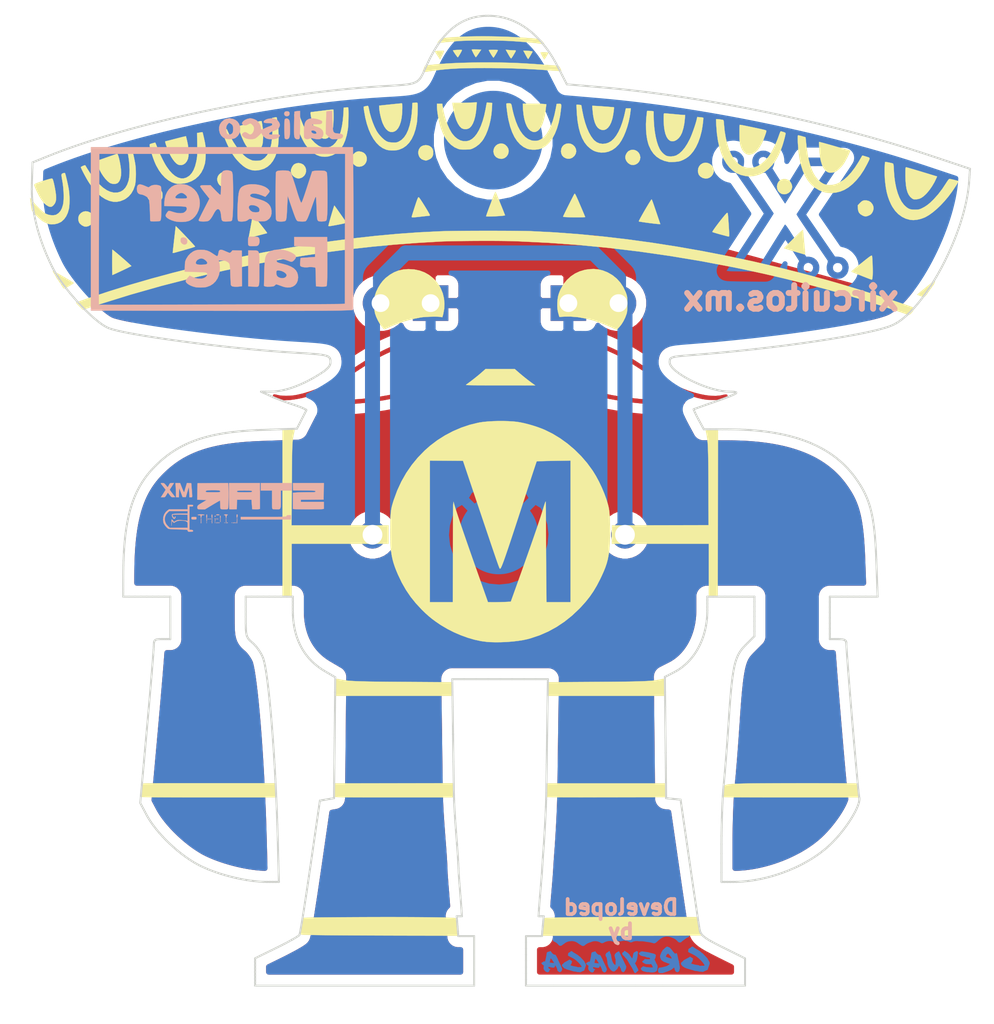
<source format=kicad_pcb>
(kicad_pcb (version 20171130) (host pcbnew 5.1.4-e60b266~84~ubuntu18.04.1)
  (title_block (rev 1))
  (layers (0 Front signal) (31 Back signal) (34 B.Paste user) (35 F.Paste user) (36 B.SilkS user) (37 F.SilkS user) (38 B.Mask user) (39 F.Mask user) (44 Edge.Cuts user))
  (net 0 "")
  (net 1 +3V3)
  (net 2 GND)
  (module MF-Jalisco:LED_D5.0mm_FlatTop (layer Front) (at 133.985 90.17 180)
    (fp_text reference D1)
    (fp_text value LED)
    (pad 1 thru_hole rect (at 0 0 180) (size 1.8 1.8) (drill 0.9) (layers *.Cu *.Mask) (net 2 GND))
    (pad 2 thru_hole circle (at 2.54 0 180) (size 1.8 1.8) (drill 0.9) (layers *.Cu *.Mask) (net 1 +3V3))
  )
  (module MF-Jalisco:LED_D5.0mm_FlatTop (layer Front) (at 140.97 90.17)
    (fp_text reference D2)
    (fp_text value LED)
    (pad 2 thru_hole circle (at 2.54 0) (size 1.8 1.8) (drill 0.9) (layers *.Cu *.Mask) (net 1 +3V3))
    (pad 1 thru_hole rect (at 0 0) (size 1.8 1.8) (drill 0.9) (layers *.Cu *.Mask) (net 2 GND))
  )
  (module MF-Jalisco:MF-Jalisco_50mm (layer Front) (at 137.186168 100.283988)
    (fp_text reference U1 hide)
    (fp_text value MF-Jalisco hide)
    (fp_poly (pts (xy -1.380756 -7.331856) (xy -1.359313 -7.313148) (xy -1.35218 -7.304686) (xy -1.323417 -7.261703) (xy -1.312322 -7.231364) (xy -1.32806 -7.202216) (xy -1.37188 -7.151487) (xy -1.43866 -7.083856) (xy -1.523281 -7.004008) (xy -1.620624 -6.916622) (xy -1.725568 -6.826382) (xy -1.832994 -6.73797) (xy -1.937781 -6.656068) (xy -1.958225 -6.640691) (xy -2.134771 -6.514962) (xy -2.337418 -6.380777) (xy -2.553241 -6.246088) (xy -2.769315 -6.118846) (xy -2.972717 -6.007002) (xy -3.066009 -5.959149) (xy -3.498153 -5.763515) (xy -3.966296 -5.588908) (xy -4.469551 -5.43558) (xy -5.00703 -5.303783) (xy -5.577848 -5.193771) (xy -5.958417 -5.13517) (xy -6.321218 -5.087421) (xy -6.662297 -5.049171) (xy -6.992636 -5.019681) (xy -7.323218 -4.998212) (xy -7.665026 -4.984025) (xy -8.029041 -4.976379) (xy -8.344958 -4.974474) (xy -8.525102 -4.974506) (xy -8.667701 -4.974998) (xy -8.777546 -4.976249) (xy -8.859426 -4.978558) (xy -8.918129 -4.982226) (xy -8.958446 -4.987551) (xy -8.985165 -4.994833) (xy -9.003075 -5.004371) (xy -9.016966 -5.016466) (xy -9.017 -5.0165) (xy -9.054395 -5.070897) (xy -9.050242 -5.118122) (xy -9.029396 -5.141996) (xy -9.003015 -5.149719) (xy -8.94211 -5.157016) (xy -8.845257 -5.163965) (xy -8.711033 -5.170642) (xy -8.538016 -5.177125) (xy -8.324781 -5.183491) (xy -8.205882 -5.186573) (xy -7.820174 -5.197752) (xy -7.470806 -5.211396) (xy -7.151836 -5.227944) (xy -6.857319 -5.247833) (xy -6.581311 -5.271499) (xy -6.317868 -5.29938) (xy -6.061047 -5.331913) (xy -5.884333 -5.357341) (xy -5.339628 -5.450519) (xy -4.829958 -5.561303) (xy -4.351186 -5.691247) (xy -3.899175 -5.841904) (xy -3.469791 -6.014825) (xy -3.058895 -6.211564) (xy -2.662352 -6.433674) (xy -2.276025 -6.682707) (xy -2.185629 -6.74576) (xy -2.099629 -6.809089) (xy -1.993803 -6.890751) (xy -1.880217 -6.981242) (xy -1.770937 -7.071059) (xy -1.74625 -7.091832) (xy -1.633402 -7.186594) (xy -1.547657 -7.256034) (xy -1.484267 -7.302716) (xy -1.438485 -7.329204) (xy -1.405564 -7.338062) (xy -1.380756 -7.331856)) (layer Front) (width 0.01))
    (fp_poly (pts (xy 2.077658 -7.338267) (xy 2.122925 -7.314216) (xy 2.184316 -7.270686) (xy 2.266299 -7.205089) (xy 2.373346 -7.114836) (xy 2.427757 -7.068178) (xy 2.799762 -6.773588) (xy 3.204667 -6.500209) (xy 3.637288 -6.250761) (xy 4.092444 -6.027965) (xy 4.564954 -5.834539) (xy 5.049633 -5.673204) (xy 5.129543 -5.650103) (xy 5.533922 -5.546688) (xy 5.973092 -5.454752) (xy 6.440895 -5.37504) (xy 6.931172 -5.308299) (xy 7.437766 -5.255272) (xy 7.954518 -5.216704) (xy 8.475269 -5.193341) (xy 8.966729 -5.185909) (xy 9.121995 -5.185404) (xy 9.266349 -5.184021) (xy 9.393472 -5.181892) (xy 9.497044 -5.179149) (xy 9.570748 -5.175925) (xy 9.607772 -5.172454) (xy 9.673093 -5.147003) (xy 9.700691 -5.107113) (xy 9.688802 -5.057325) (xy 9.664366 -5.026942) (xy 9.611591 -4.974167) (xy 8.906837 -4.977238) (xy 8.721391 -4.978573) (xy 8.534768 -4.980879) (xy 8.355052 -4.983987) (xy 8.190324 -4.987726) (xy 8.048666 -4.991928) (xy 7.93816 -4.996424) (xy 7.90575 -4.998191) (xy 7.509278 -5.028404) (xy 7.095407 -5.071613) (xy 6.674829 -5.126222) (xy 6.258234 -5.190635) (xy 5.856314 -5.263258) (xy 5.479758 -5.342494) (xy 5.281083 -5.389878) (xy 4.748392 -5.542947) (xy 4.233083 -5.730705) (xy 3.738005 -5.951713) (xy 3.266007 -6.204529) (xy 2.819938 -6.487714) (xy 2.402646 -6.799828) (xy 2.265144 -6.914584) (xy 2.145551 -7.020249) (xy 2.058239 -7.105173) (xy 2.000824 -7.172913) (xy 1.970924 -7.227027) (xy 1.966153 -7.271073) (xy 1.984128 -7.30861) (xy 1.9939 -7.319433) (xy 2.017615 -7.338287) (xy 2.044044 -7.345428) (xy 2.077658 -7.338267)) (layer Front) (width 0.01))
    (fp_poly (pts (xy -2.381226 -8.485074) (xy -2.010526 -8.4319) (xy -1.652894 -8.341348) (xy -1.3074 -8.213444) (xy -1.096078 -8.113964) (xy -0.920097 -8.018542) (xy -0.781412 -7.931284) (xy -0.680763 -7.852833) (xy -0.61889 -7.783833) (xy -0.596533 -7.72493) (xy -0.606363 -7.687414) (xy -0.638231 -7.655664) (xy -0.683089 -7.647509) (xy -0.745871 -7.664097) (xy -0.83151 -7.706576) (xy -0.92075 -7.76058) (xy -1.243341 -7.941012) (xy -1.587369 -8.08687) (xy -1.946686 -8.195694) (xy -2.085685 -8.22677) (xy -2.194963 -8.242915) (xy -2.337127 -8.255083) (xy -2.502919 -8.263271) (xy -2.683079 -8.267476) (xy -2.868347 -8.267693) (xy -3.049463 -8.263919) (xy -3.217168 -8.25615) (xy -3.362202 -8.244383) (xy -3.475306 -8.228613) (xy -3.481917 -8.227334) (xy -3.965908 -8.113052) (xy -4.458561 -7.960962) (xy -4.954121 -7.773057) (xy -5.446829 -7.551329) (xy -5.477173 -7.536504) (xy -5.594697 -7.478551) (xy -5.699472 -7.426024) (xy -5.795789 -7.376356) (xy -5.887938 -7.326983) (xy -5.98021 -7.275339) (xy -6.076897 -7.218858) (xy -6.182288 -7.154977) (xy -6.300675 -7.081128) (xy -6.436349 -6.994747) (xy -6.5936 -6.893269) (xy -6.776719 -6.774128) (xy -6.989997 -6.634759) (xy -7.037917 -6.603403) (xy -7.331301 -6.412979) (xy -7.595107 -6.245513) (xy -7.833771 -6.098767) (xy -8.051732 -5.970501) (xy -8.253427 -5.858476) (xy -8.443294 -5.760452) (xy -8.625771 -5.674191) (xy -8.805297 -5.597451) (xy -8.986307 -5.527995) (xy -9.173241 -5.463582) (xy -9.370536 -5.401973) (xy -9.485144 -5.368451) (xy -9.680851 -5.317627) (xy -9.885557 -5.273904) (xy -10.090659 -5.238473) (xy -10.287555 -5.212523) (xy -10.467643 -5.197243) (xy -10.62232 -5.193823) (xy -10.710333 -5.199064) (xy -10.84785 -5.218572) (xy -10.973183 -5.245044) (xy -11.074605 -5.275739) (xy -11.117271 -5.294101) (xy -11.170733 -5.327662) (xy -11.193684 -5.363475) (xy -11.197167 -5.395339) (xy -11.189873 -5.452375) (xy -11.164308 -5.484237) (xy -11.114945 -5.492668) (xy -11.03626 -5.47941) (xy -10.979772 -5.463887) (xy -10.852637 -5.437156) (xy -10.695299 -5.421267) (xy -10.518482 -5.41624) (xy -10.33291 -5.422094) (xy -10.149306 -5.438848) (xy -10.000376 -5.46214) (xy -9.686655 -5.534582) (xy -9.354094 -5.633379) (xy -9.013635 -5.754795) (xy -8.676216 -5.895098) (xy -8.519583 -5.967559) (xy -8.395745 -6.02818) (xy -8.276772 -6.089547) (xy -8.157021 -6.155002) (xy -8.030853 -6.227886) (xy -7.892625 -6.311541) (xy -7.736697 -6.409308) (xy -7.557426 -6.524529) (xy -7.349173 -6.660546) (xy -7.344833 -6.663396) (xy -7.050602 -6.855839) (xy -6.787086 -7.026184) (xy -6.550345 -7.176643) (xy -6.336436 -7.30943) (xy -6.14142 -7.426755) (xy -5.961354 -7.530832) (xy -5.792297 -7.623874) (xy -5.630308 -7.708091) (xy -5.471445 -7.785698) (xy -5.311768 -7.858906) (xy -5.147335 -7.929928) (xy -4.974204 -8.000976) (xy -4.931833 -8.017914) (xy -4.46323 -8.189486) (xy -4.013265 -8.323543) (xy -3.581011 -8.420107) (xy -3.165539 -8.479201) (xy -2.76592 -8.500849) (xy -2.381226 -8.485074)) (layer Front) (width 0.01))
    (fp_poly (pts (xy 3.60848 -8.47634) (xy 3.764784 -8.474167) (xy 3.895896 -8.469456) (xy 4.010384 -8.461254) (xy 4.116817 -8.448606) (xy 4.223763 -8.430558) (xy 4.33979 -8.406156) (xy 4.473467 -8.374445) (xy 4.582583 -8.347274) (xy 4.97378 -8.23547) (xy 5.384033 -8.092619) (xy 5.806634 -7.921258) (xy 6.234874 -7.72393) (xy 6.25475 -7.714195) (xy 6.391999 -7.645857) (xy 6.520464 -7.579594) (xy 6.645306 -7.512333) (xy 6.771687 -7.441002) (xy 6.90477 -7.362528) (xy 7.049717 -7.273839) (xy 7.21169 -7.171863) (xy 7.39585 -7.053527) (xy 7.607362 -6.915758) (xy 7.716661 -6.844095) (xy 7.946112 -6.693835) (xy 8.144945 -6.564688) (xy 8.317574 -6.454002) (xy 8.468414 -6.359124) (xy 8.601878 -6.2774) (xy 8.722381 -6.206176) (xy 8.834336 -6.1428) (xy 8.942159 -6.084619) (xy 9.050263 -6.028979) (xy 9.163062 -5.973226) (xy 9.17575 -5.967068) (xy 9.504951 -5.817849) (xy 9.829843 -5.690701) (xy 10.146777 -5.58639) (xy 10.452105 -5.505686) (xy 10.742179 -5.449355) (xy 11.01335 -5.418166) (xy 11.26197 -5.412887) (xy 11.484392 -5.434285) (xy 11.594796 -5.457852) (xy 11.706225 -5.482729) (xy 11.783277 -5.488453) (xy 11.829723 -5.474216) (xy 11.849336 -5.439212) (xy 11.84931 -5.403462) (xy 11.822761 -5.339882) (xy 11.759399 -5.289193) (xy 11.658425 -5.251167) (xy 11.51904 -5.22558) (xy 11.340448 -5.212206) (xy 11.166261 -5.210172) (xy 11.049085 -5.211819) (xy 10.942298 -5.214201) (xy 10.855282 -5.217047) (xy 10.797418 -5.220081) (xy 10.784417 -5.221301) (xy 10.571559 -5.257037) (xy 10.331391 -5.313191) (xy 10.072061 -5.387056) (xy 9.801717 -5.475925) (xy 9.528508 -5.577091) (xy 9.260582 -5.687847) (xy 9.006088 -5.805487) (xy 8.965764 -5.825466) (xy 8.88164 -5.86795) (xy 8.804015 -5.908226) (xy 8.728711 -5.948839) (xy 8.651551 -5.992333) (xy 8.568356 -6.041256) (xy 8.474949 -6.098151) (xy 8.367151 -6.165565) (xy 8.240786 -6.246042) (xy 8.091674 -6.34213) (xy 7.915638 -6.456372) (xy 7.7085 -6.591315) (xy 7.704667 -6.593815) (xy 7.462411 -6.751361) (xy 7.250953 -6.887759) (xy 7.066012 -7.005563) (xy 6.903307 -7.107324) (xy 6.75856 -7.195598) (xy 6.62749 -7.272936) (xy 6.505818 -7.341891) (xy 6.389263 -7.405018) (xy 6.273547 -7.464869) (xy 6.154388 -7.523997) (xy 6.106583 -7.54716) (xy 5.6248 -7.764837) (xy 5.160957 -7.944902) (xy 4.714154 -8.087652) (xy 4.28349 -8.193385) (xy 3.989917 -8.245715) (xy 3.837076 -8.263062) (xy 3.658673 -8.274497) (xy 3.467938 -8.27988) (xy 3.278102 -8.279074) (xy 3.102393 -8.271938) (xy 2.954043 -8.258334) (xy 2.942167 -8.256743) (xy 2.650012 -8.204321) (xy 2.365057 -8.130091) (xy 2.096522 -8.037106) (xy 1.85363 -7.928418) (xy 1.711234 -7.849191) (xy 1.588493 -7.774703) (xy 1.496094 -7.720016) (xy 1.428565 -7.682361) (xy 1.380433 -7.658969) (xy 1.346225 -7.64707) (xy 1.320468 -7.643897) (xy 1.307531 -7.644922) (xy 1.274264 -7.657526) (xy 1.261004 -7.691026) (xy 1.259417 -7.725741) (xy 1.262639 -7.764193) (xy 1.276779 -7.796977) (xy 1.308548 -7.832545) (xy 1.364657 -7.879352) (xy 1.407583 -7.912386) (xy 1.51404 -7.984703) (xy 1.649189 -8.063628) (xy 1.801274 -8.143282) (xy 1.958538 -8.217784) (xy 2.109223 -8.281255) (xy 2.233083 -8.32521) (xy 2.378477 -8.369103) (xy 2.505899 -8.403755) (xy 2.623622 -8.430224) (xy 2.739922 -8.449569) (xy 2.863072 -8.462851) (xy 3.001348 -8.471127) (xy 3.163022 -8.475457) (xy 3.356371 -8.476901) (xy 3.418417 -8.476931) (xy 3.60848 -8.47634)) (layer Front) (width 0.01))
    (fp_line (start -12.098521 23.766212) (end -12.098521 23.593238) (layer Edge.Cuts) (width 0.1))
    (fp_line (start -12.098521 23.593238) (end -12.098521 23.420262) (layer Edge.Cuts) (width 0.1))
    (fp_line (start -12.098521 23.420262) (end -12.098521 23.247288) (layer Edge.Cuts) (width 0.1))
    (fp_line (start -12.098521 23.247288) (end -12.098521 23.074313) (layer Edge.Cuts) (width 0.1))
    (fp_line (start -12.098521 23.074313) (end -11.827029 22.941299) (layer Edge.Cuts) (width 0.1))
    (fp_line (start -11.827029 22.941299) (end -11.555537 22.808284) (layer Edge.Cuts) (width 0.1))
    (fp_line (start -11.555537 22.808284) (end -11.284046 22.67527) (layer Edge.Cuts) (width 0.1))
    (fp_line (start -11.284046 22.67527) (end -11.012554 22.542255) (layer Edge.Cuts) (width 0.1))
    (fp_line (start -11.012554 22.542255) (end -10.792909 22.432959) (layer Edge.Cuts) (width 0.1))
    (fp_line (start -10.792909 22.432959) (end -10.585109 22.326321) (layer Edge.Cuts) (width 0.1))
    (fp_line (start -10.585109 22.326321) (end -10.393904 22.225012) (layer Edge.Cuts) (width 0.1))
    (fp_line (start -10.393904 22.225012) (end -10.224051 22.131702) (layer Edge.Cuts) (width 0.1))
    (fp_line (start -10.224051 22.131702) (end -10.080306 22.049052) (layer Edge.Cuts) (width 0.1))
    (fp_line (start -10.080306 22.049052) (end -9.967421 21.979742) (layer Edge.Cuts) (width 0.1))
    (fp_line (start -9.967421 21.979742) (end -9.890161 21.926422) (layer Edge.Cuts) (width 0.1))
    (fp_line (start -9.890161 21.926422) (end -9.866371 21.906602) (layer Edge.Cuts) (width 0.1))
    (fp_line (start -9.866371 21.906602) (end -9.853261 21.891782) (layer Edge.Cuts) (width 0.1))
    (fp_line (start -9.853261 21.891782) (end -9.843261 21.862372) (layer Edge.Cuts) (width 0.1))
    (fp_line (start -9.843261 21.862372) (end -9.828651 21.799752) (layer Edge.Cuts) (width 0.1))
    (fp_line (start -9.828651 21.799752) (end -9.786681 21.581958) (layer Edge.Cuts) (width 0.1))
    (fp_line (start -9.786681 21.581958) (end -9.729601 21.252612) (layer Edge.Cuts) (width 0.1))
    (fp_line (start -9.729601 21.252612) (end -9.659681 20.825911) (layer Edge.Cuts) (width 0.1))
    (fp_line (start -9.659681 20.825911) (end -9.490476 19.737254) (layer Edge.Cuts) (width 0.1))
    (fp_line (start -9.490476 19.737254) (end -9.297306 18.429587) (layer Edge.Cuts) (width 0.1))
    (fp_line (start -9.297306 18.429587) (end -9.176657 17.593647) (layer Edge.Cuts) (width 0.1))
    (fp_line (start -9.176657 17.593647) (end -9.056008 16.757707) (layer Edge.Cuts) (width 0.1))
    (fp_line (start -9.056008 16.757707) (end -8.935358 15.921767) (layer Edge.Cuts) (width 0.1))
    (fp_line (start -8.935358 15.921767) (end -8.814709 15.085826) (layer Edge.Cuts) (width 0.1))
    (fp_line (start -8.814709 15.085826) (end -8.725149 15.070456) (layer Edge.Cuts) (width 0.1))
    (fp_line (start -8.725149 15.070456) (end -8.635589 15.055086) (layer Edge.Cuts) (width 0.1))
    (fp_line (start -8.635589 15.055086) (end -8.546029 15.039716) (layer Edge.Cuts) (width 0.1))
    (fp_line (start -8.546029 15.039716) (end -8.456469 15.024346) (layer Edge.Cuts) (width 0.1))
    (fp_line (start -8.456469 15.024346) (end -8.366909 15.008976) (layer Edge.Cuts) (width 0.1))
    (fp_line (start -8.366909 15.008976) (end -8.277349 14.993606) (layer Edge.Cuts) (width 0.1))
    (fp_line (start -8.277349 14.993606) (end -8.187789 14.978236) (layer Edge.Cuts) (width 0.1))
    (fp_line (start -8.187789 14.978236) (end -8.098229 14.962866) (layer Edge.Cuts) (width 0.1))
    (fp_line (start -8.098229 14.962866) (end -8.090229 14.19757) (layer Edge.Cuts) (width 0.1))
    (fp_line (start -8.090229 14.19757) (end -8.082229 13.432274) (layer Edge.Cuts) (width 0.1))
    (fp_line (start -8.082229 13.432274) (end -8.074229 12.666978) (layer Edge.Cuts) (width 0.1))
    (fp_line (start -8.074229 12.666978) (end -8.066229 11.901682) (layer Edge.Cuts) (width 0.1))
    (fp_line (start -8.066229 11.901682) (end -8.058229 11.136386) (layer Edge.Cuts) (width 0.1))
    (fp_line (start -8.058229 11.136386) (end -8.050229 10.37109) (layer Edge.Cuts) (width 0.1))
    (fp_line (start -8.050229 10.37109) (end -8.042229 9.605793) (layer Edge.Cuts) (width 0.1))
    (fp_line (start -8.042229 9.605793) (end -8.034229 8.840498) (layer Edge.Cuts) (width 0.1))
    (fp_line (start -8.034229 8.840498) (end -8.166866 8.762768) (layer Edge.Cuts) (width 0.1))
    (fp_line (start -8.166866 8.762768) (end -8.299502 8.685038) (layer Edge.Cuts) (width 0.1))
    (fp_line (start -8.299502 8.685038) (end -8.432139 8.607308) (layer Edge.Cuts) (width 0.1))
    (fp_line (start -8.432139 8.607308) (end -8.564775 8.529578) (layer Edge.Cuts) (width 0.1))
    (fp_line (start -8.564775 8.529578) (end -8.663485 8.469608) (layer Edge.Cuts) (width 0.1))
    (fp_line (start -8.663485 8.469608) (end -8.759165 8.407168) (layer Edge.Cuts) (width 0.1))
    (fp_line (start -8.759165 8.407168) (end -8.851815 8.342258) (layer Edge.Cuts) (width 0.1))
    (fp_line (start -8.851815 8.342258) (end -8.941425 8.274908) (layer Edge.Cuts) (width 0.1))
    (fp_line (start -8.941425 8.274908) (end -9.027985 8.205118) (layer Edge.Cuts) (width 0.1))
    (fp_line (start -9.027985 8.205118) (end -9.111495 8.132918) (layer Edge.Cuts) (width 0.1))
    (fp_line (start -9.111495 8.132918) (end -9.191945 8.058308) (layer Edge.Cuts) (width 0.1))
    (fp_line (start -9.191945 8.058308) (end -9.269315 7.981308) (layer Edge.Cuts) (width 0.1))
    (fp_line (start -9.269315 7.981308) (end -9.343625 7.901918) (layer Edge.Cuts) (width 0.1))
    (fp_line (start -9.343625 7.901918) (end -9.414855 7.820168) (layer Edge.Cuts) (width 0.1))
    (fp_line (start -9.414855 7.820168) (end -9.482985 7.736068) (layer Edge.Cuts) (width 0.1))
    (fp_line (start -9.482985 7.736068) (end -9.548015 7.649628) (layer Edge.Cuts) (width 0.1))
    (fp_line (start -9.548015 7.649628) (end -9.609945 7.560858) (layer Edge.Cuts) (width 0.1))
    (fp_line (start -9.609945 7.560858) (end -9.668775 7.469778) (layer Edge.Cuts) (width 0.1))
    (fp_line (start -9.668775 7.469778) (end -9.724485 7.376398) (layer Edge.Cuts) (width 0.1))
    (fp_line (start -9.724485 7.376398) (end -9.777065 7.280738) (layer Edge.Cuts) (width 0.1))
    (fp_line (start -9.777065 7.280738) (end -9.826515 7.182808) (layer Edge.Cuts) (width 0.1))
    (fp_line (start -9.826515 7.182808) (end -9.872825 7.082616) (layer Edge.Cuts) (width 0.1))
    (fp_line (start -9.872825 7.082616) (end -9.915985 6.980177) (layer Edge.Cuts) (width 0.1))
    (fp_line (start -9.915985 6.980177) (end -9.955995 6.875508) (layer Edge.Cuts) (width 0.1))
    (fp_line (start -9.955995 6.875508) (end -9.992845 6.768621) (layer Edge.Cuts) (width 0.1))
    (fp_line (start -9.992845 6.768621) (end -10.026535 6.659529) (layer Edge.Cuts) (width 0.1))
    (fp_line (start -10.026535 6.659529) (end -10.057045 6.548245) (layer Edge.Cuts) (width 0.1))
    (fp_line (start -10.057045 6.548245) (end -10.084365 6.434785) (layer Edge.Cuts) (width 0.1))
    (fp_line (start -10.084365 6.434785) (end -10.108505 6.319161) (layer Edge.Cuts) (width 0.1))
    (fp_line (start -10.108505 6.319161) (end -10.129455 6.201386) (layer Edge.Cuts) (width 0.1))
    (fp_line (start -10.129455 6.201386) (end -10.147195 6.081472) (layer Edge.Cuts) (width 0.1))
    (fp_line (start -10.147195 6.081472) (end -10.161725 5.959436) (layer Edge.Cuts) (width 0.1))
    (fp_line (start -10.161725 5.959436) (end -10.173035 5.835288) (layer Edge.Cuts) (width 0.1))
    (fp_line (start -10.173035 5.835288) (end -10.181135 5.709045) (layer Edge.Cuts) (width 0.1))
    (fp_line (start -10.181135 5.709045) (end -10.185935 5.580717) (layer Edge.Cuts) (width 0.1))
    (fp_line (start -10.185935 5.580717) (end -10.187535 5.45032) (layer Edge.Cuts) (width 0.1))
    (fp_line (start -10.187535 5.45032) (end -10.187535 5.276569) (layer Edge.Cuts) (width 0.1))
    (fp_line (start -10.187535 5.276569) (end -10.187535 5.102872) (layer Edge.Cuts) (width 0.1))
    (fp_line (start -10.187535 5.102872) (end -10.187535 4.929175) (layer Edge.Cuts) (width 0.1))
    (fp_line (start -10.187535 4.929175) (end -10.187535 4.755478) (layer Edge.Cuts) (width 0.1))
    (fp_line (start -10.187535 4.755478) (end -10.486486 4.755478) (layer Edge.Cuts) (width 0.1))
    (fp_line (start -10.486486 4.755478) (end -10.785012 4.755478) (layer Edge.Cuts) (width 0.1))
    (fp_line (start -10.785012 4.755478) (end -11.083538 4.755478) (layer Edge.Cuts) (width 0.1))
    (fp_line (start -11.083538 4.755478) (end -11.382064 4.755478) (layer Edge.Cuts) (width 0.1))
    (fp_line (start -11.382064 4.755478) (end -11.68059 4.755478) (layer Edge.Cuts) (width 0.1))
    (fp_line (start -11.68059 4.755478) (end -11.979116 4.755478) (layer Edge.Cuts) (width 0.1))
    (fp_line (start -11.979116 4.755478) (end -12.277641 4.755478) (layer Edge.Cuts) (width 0.1))
    (fp_line (start -12.277641 4.755478) (end -12.576167 4.755478) (layer Edge.Cuts) (width 0.1))
    (fp_line (start -12.576167 4.755478) (end -12.576167 5.011152) (layer Edge.Cuts) (width 0.1))
    (fp_line (start -12.576167 5.011152) (end -12.576167 5.266827) (layer Edge.Cuts) (width 0.1))
    (fp_line (start -12.576167 5.266827) (end -12.576167 5.522501) (layer Edge.Cuts) (width 0.1))
    (fp_line (start -12.576167 5.522501) (end -12.576167 5.778174) (layer Edge.Cuts) (width 0.1))
    (fp_line (start -12.576167 5.778174) (end -12.574967 6.104849) (layer Edge.Cuts) (width 0.1))
    (fp_line (start -12.574967 6.104849) (end -12.568867 6.358064) (layer Edge.Cuts) (width 0.1))
    (fp_line (start -12.568867 6.358064) (end -12.562867 6.461346) (layer Edge.Cuts) (width 0.1))
    (fp_line (start -12.562867 6.461346) (end -12.554367 6.551326) (layer Edge.Cuts) (width 0.1))
    (fp_line (start -12.554367 6.551326) (end -12.542837 6.629706) (layer Edge.Cuts) (width 0.1))
    (fp_line (start -12.542837 6.629706) (end -12.527867 6.698166) (layer Edge.Cuts) (width 0.1))
    (fp_line (start -12.527867 6.698166) (end -12.509017 6.758386) (layer Edge.Cuts) (width 0.1))
    (fp_line (start -12.509017 6.758386) (end -12.485847 6.812066) (layer Edge.Cuts) (width 0.1))
    (fp_line (start -12.485847 6.812066) (end -12.457917 6.860886) (layer Edge.Cuts) (width 0.1))
    (fp_line (start -12.457917 6.860886) (end -12.424767 6.906536) (layer Edge.Cuts) (width 0.1))
    (fp_line (start -12.424767 6.906536) (end -12.385957 6.950706) (layer Edge.Cuts) (width 0.1))
    (fp_line (start -12.385957 6.950706) (end -12.341057 6.995096) (layer Edge.Cuts) (width 0.1))
    (fp_line (start -12.341057 6.995096) (end -12.231181 7.091256) (layer Edge.Cuts) (width 0.1))
    (fp_line (start -12.231181 7.091256) (end -12.158121 7.158936) (layer Edge.Cuts) (width 0.1))
    (fp_line (start -12.158121 7.158936) (end -12.082721 7.240156) (layer Edge.Cuts) (width 0.1))
    (fp_line (start -12.082721 7.240156) (end -12.007151 7.331856) (layer Edge.Cuts) (width 0.1))
    (fp_line (start -12.007151 7.331856) (end -11.933591 7.430956) (layer Edge.Cuts) (width 0.1))
    (fp_line (start -11.933591 7.430956) (end -11.864201 7.534383) (layer Edge.Cuts) (width 0.1))
    (fp_line (start -11.864201 7.534383) (end -11.801141 7.639069) (layer Edge.Cuts) (width 0.1))
    (fp_line (start -11.801141 7.639069) (end -11.746591 7.741945) (layer Edge.Cuts) (width 0.1))
    (fp_line (start -11.746591 7.741945) (end -11.702711 7.839935) (layer Edge.Cuts) (width 0.1))
    (fp_line (start -11.702711 7.839935) (end -11.675451 7.918185) (layer Edge.Cuts) (width 0.1))
    (fp_line (start -11.675451 7.918185) (end -11.647851 8.017145) (layer Edge.Cuts) (width 0.1))
    (fp_line (start -11.647851 8.017145) (end -11.619971 8.136102) (layer Edge.Cuts) (width 0.1))
    (fp_line (start -11.619971 8.136102) (end -11.591871 8.274344) (layer Edge.Cuts) (width 0.1))
    (fp_line (start -11.591871 8.274344) (end -11.563601 8.431159) (layer Edge.Cuts) (width 0.1))
    (fp_line (start -11.563601 8.431159) (end -11.535221 8.605835) (layer Edge.Cuts) (width 0.1))
    (fp_line (start -11.535221 8.605835) (end -11.478361 9.005923) (layer Edge.Cuts) (width 0.1))
    (fp_line (start -11.478361 9.005923) (end -11.421761 9.468914) (layer Edge.Cuts) (width 0.1))
    (fp_line (start -11.421761 9.468914) (end -11.365891 9.989113) (layer Edge.Cuts) (width 0.1))
    (fp_line (start -11.365891 9.989113) (end -11.311211 10.560824) (layer Edge.Cuts) (width 0.1))
    (fp_line (start -11.311211 10.560824) (end -11.258191 11.178352) (layer Edge.Cuts) (width 0.1))
    (fp_line (start -11.258191 11.178352) (end -11.207291 11.836004) (layer Edge.Cuts) (width 0.1))
    (fp_line (start -11.207291 11.836004) (end -11.158971 12.528082) (layer Edge.Cuts) (width 0.1))
    (fp_line (start -11.158971 12.528082) (end -11.113701 13.248893) (layer Edge.Cuts) (width 0.1))
    (fp_line (start -11.113701 13.248893) (end -11.071941 13.992741) (layer Edge.Cuts) (width 0.1))
    (fp_line (start -11.071941 13.992741) (end -11.034151 14.75393) (layer Edge.Cuts) (width 0.1))
    (fp_line (start -11.034151 14.75393) (end -11.000801 15.526767) (layer Edge.Cuts) (width 0.1))
    (fp_line (start -11.000801 15.526767) (end -10.972361 16.305557) (layer Edge.Cuts) (width 0.1))
    (fp_line (start -10.972361 16.305557) (end -10.949291 17.084602) (layer Edge.Cuts) (width 0.1))
    (fp_line (start -10.949291 17.084602) (end -10.935501 17.614486) (layer Edge.Cuts) (width 0.1))
    (fp_line (start -10.935501 17.614486) (end -10.921711 18.144369) (layer Edge.Cuts) (width 0.1))
    (fp_line (start -10.921711 18.144369) (end -10.907921 18.674253) (layer Edge.Cuts) (width 0.1))
    (fp_line (start -10.907921 18.674253) (end -10.894131 19.204136) (layer Edge.Cuts) (width 0.1))
    (fp_line (start -10.894131 19.204136) (end -11.045932 19.204136) (layer Edge.Cuts) (width 0.1))
    (fp_line (start -11.045932 19.204136) (end -11.197757 19.204136) (layer Edge.Cuts) (width 0.1))
    (fp_line (start -11.197757 19.204136) (end -11.34958 19.204136) (layer Edge.Cuts) (width 0.1))
    (fp_line (start -11.34958 19.204136) (end -11.501404 19.204136) (layer Edge.Cuts) (width 0.1))
    (fp_line (start -11.501404 19.204136) (end -11.689935 19.200236) (layer Edge.Cuts) (width 0.1))
    (fp_line (start -11.689935 19.200236) (end -11.887073 19.188816) (layer Edge.Cuts) (width 0.1))
    (fp_line (start -11.887073 19.188816) (end -12.091554 19.170136) (layer Edge.Cuts) (width 0.1))
    (fp_line (start -12.091554 19.170136) (end -12.302121 19.144516) (layer Edge.Cuts) (width 0.1))
    (fp_line (start -12.302121 19.144516) (end -12.517515 19.112246) (layer Edge.Cuts) (width 0.1))
    (fp_line (start -12.517515 19.112246) (end -12.736475 19.073636) (layer Edge.Cuts) (width 0.1))
    (fp_line (start -12.736475 19.073636) (end -12.95774 19.028976) (layer Edge.Cuts) (width 0.1))
    (fp_line (start -12.95774 19.028976) (end -13.180053 18.978576) (layer Edge.Cuts) (width 0.1))
    (fp_line (start -13.180053 18.978576) (end -13.402152 18.922736) (layer Edge.Cuts) (width 0.1))
    (fp_line (start -13.402152 18.922736) (end -13.622779 18.861756) (layer Edge.Cuts) (width 0.1))
    (fp_line (start -13.622779 18.861756) (end -13.840673 18.795936) (layer Edge.Cuts) (width 0.1))
    (fp_line (start -13.840673 18.795936) (end -14.054575 18.725576) (layer Edge.Cuts) (width 0.1))
    (fp_line (start -14.054575 18.725576) (end -14.263226 18.650976) (layer Edge.Cuts) (width 0.1))
    (fp_line (start -14.263226 18.650976) (end -14.465365 18.572446) (layer Edge.Cuts) (width 0.1))
    (fp_line (start -14.465365 18.572446) (end -14.659733 18.490276) (layer Edge.Cuts) (width 0.1))
    (fp_line (start -14.659733 18.490276) (end -14.84507 18.404776) (layer Edge.Cuts) (width 0.1))
    (fp_line (start -14.84507 18.404776) (end -14.94289 18.355926) (layer Edge.Cuts) (width 0.1))
    (fp_line (start -14.94289 18.355926) (end -15.041608 18.303436) (layer Edge.Cuts) (width 0.1))
    (fp_line (start -15.041608 18.303436) (end -15.141059 18.247446) (layer Edge.Cuts) (width 0.1))
    (fp_line (start -15.141059 18.247446) (end -15.240984 18.188116) (layer Edge.Cuts) (width 0.1))
    (fp_line (start -15.240984 18.188116) (end -15.442077 18.06007) (layer Edge.Cuts) (width 0.1))
    (fp_line (start -15.442077 18.06007) (end -15.643481 17.920525) (layer Edge.Cuts) (width 0.1))
    (fp_line (start -15.643481 17.920525) (end -15.843886 17.770714) (layer Edge.Cuts) (width 0.1))
    (fp_line (start -15.843886 17.770714) (end -16.041982 17.611874) (layer Edge.Cuts) (width 0.1))
    (fp_line (start -16.041982 17.611874) (end -16.23646 17.44524) (layer Edge.Cuts) (width 0.1))
    (fp_line (start -16.23646 17.44524) (end -16.426011 17.272047) (layer Edge.Cuts) (width 0.1))
    (fp_line (start -16.426011 17.272047) (end -16.609324 17.09353) (layer Edge.Cuts) (width 0.1))
    (fp_line (start -16.609324 17.09353) (end -16.785087 16.910926) (layer Edge.Cuts) (width 0.1))
    (fp_line (start -16.785087 16.910926) (end -16.951994 16.725469) (layer Edge.Cuts) (width 0.1))
    (fp_line (start -16.951994 16.725469) (end -17.108733 16.538397) (layer Edge.Cuts) (width 0.1))
    (fp_line (start -17.108733 16.538397) (end -17.253995 16.350944) (layer Edge.Cuts) (width 0.1))
    (fp_line (start -17.253995 16.350944) (end -17.321916 16.257464) (layer Edge.Cuts) (width 0.1))
    (fp_line (start -17.321916 16.257464) (end -17.386474 16.164344) (layer Edge.Cuts) (width 0.1))
    (fp_line (start -17.386474 16.164344) (end -17.447507 16.071754) (layer Edge.Cuts) (width 0.1))
    (fp_line (start -17.447507 16.071754) (end -17.504854 15.979834) (layer Edge.Cuts) (width 0.1))
    (fp_line (start -17.504854 15.979834) (end -17.558345 15.888754) (layer Edge.Cuts) (width 0.1))
    (fp_line (start -17.558345 15.888754) (end -17.607819 15.798654) (layer Edge.Cuts) (width 0.1))
    (fp_line (start -17.607819 15.798654) (end -17.686552 15.64995) (layer Edge.Cuts) (width 0.1))
    (fp_line (start -17.686552 15.64995) (end -17.765285 15.501245) (layer Edge.Cuts) (width 0.1))
    (fp_line (start -17.765285 15.501245) (end -17.844018 15.35254) (layer Edge.Cuts) (width 0.1))
    (fp_line (start -17.844018 15.35254) (end -17.922751 15.203836) (layer Edge.Cuts) (width 0.1))
    (fp_line (start -17.922751 15.203836) (end -17.837979 14.263478) (layer Edge.Cuts) (width 0.1))
    (fp_line (start -17.837979 14.263478) (end -17.753207 13.323123) (layer Edge.Cuts) (width 0.1))
    (fp_line (start -17.753207 13.323123) (end -17.668435 12.382766) (layer Edge.Cuts) (width 0.1))
    (fp_line (start -17.668435 12.382766) (end -17.583663 11.442409) (layer Edge.Cuts) (width 0.1))
    (fp_line (start -17.583663 11.442409) (end -17.451551 9.951296) (layer Edge.Cuts) (width 0.1))
    (fp_line (start -17.451551 9.951296) (end -17.342507 8.671903) (layer Edge.Cuts) (width 0.1))
    (fp_line (start -17.342507 8.671903) (end -17.26785 7.740385) (layer Edge.Cuts) (width 0.1))
    (fp_line (start -17.26785 7.740385) (end -17.246948 7.447629) (layer Edge.Cuts) (width 0.1))
    (fp_line (start -17.246948 7.447629) (end -17.238878 7.2929) (layer Edge.Cuts) (width 0.1))
    (fp_line (start -17.238878 7.2929) (end -17.235138 7.172052) (layer Edge.Cuts) (width 0.1))
    (fp_line (start -17.235138 7.172052) (end -17.231228 7.122352) (layer Edge.Cuts) (width 0.1))
    (fp_line (start -17.231228 7.122352) (end -17.225368 7.079192) (layer Edge.Cuts) (width 0.1))
    (fp_line (start -17.225368 7.079192) (end -17.216958 7.042112) (layer Edge.Cuts) (width 0.1))
    (fp_line (start -17.216958 7.042112) (end -17.205517 7.010662) (layer Edge.Cuts) (width 0.1))
    (fp_line (start -17.205517 7.010662) (end -17.19056 6.984372) (layer Edge.Cuts) (width 0.1))
    (fp_line (start -17.19056 6.984372) (end -17.171586 6.962792) (layer Edge.Cuts) (width 0.1))
    (fp_line (start -17.171586 6.962792) (end -17.148093 6.945462) (layer Edge.Cuts) (width 0.1))
    (fp_line (start -17.148093 6.945462) (end -17.119589 6.931932) (layer Edge.Cuts) (width 0.1))
    (fp_line (start -17.119589 6.931932) (end -17.085565 6.921742) (layer Edge.Cuts) (width 0.1))
    (fp_line (start -17.085565 6.921742) (end -17.045527 6.914442) (layer Edge.Cuts) (width 0.1))
    (fp_line (start -17.045527 6.914442) (end -16.998975 6.909542) (layer Edge.Cuts) (width 0.1))
    (fp_line (start -16.998975 6.909542) (end -16.945407 6.906642) (layer Edge.Cuts) (width 0.1))
    (fp_line (start -16.945407 6.906642) (end -16.815236 6.904842) (layer Edge.Cuts) (width 0.1))
    (fp_line (start -16.815236 6.904842) (end -16.710764 6.904842) (layer Edge.Cuts) (width 0.1))
    (fp_line (start -16.710764 6.904842) (end -16.60628 6.904842) (layer Edge.Cuts) (width 0.1))
    (fp_line (start -16.60628 6.904842) (end -16.501796 6.904842) (layer Edge.Cuts) (width 0.1))
    (fp_line (start -16.501796 6.904842) (end -16.397312 6.904842) (layer Edge.Cuts) (width 0.1))
    (fp_line (start -16.397312 6.904842) (end -16.397312 6.636161) (layer Edge.Cuts) (width 0.1))
    (fp_line (start -16.397312 6.636161) (end -16.397312 6.367487) (layer Edge.Cuts) (width 0.1))
    (fp_line (start -16.397312 6.367487) (end -16.397312 6.098814) (layer Edge.Cuts) (width 0.1))
    (fp_line (start -16.397312 6.098814) (end -16.397312 5.830142) (layer Edge.Cuts) (width 0.1))
    (fp_line (start -16.397312 5.830142) (end -16.397312 5.561468) (layer Edge.Cuts) (width 0.1))
    (fp_line (start -16.397312 5.561468) (end -16.397312 5.292796) (layer Edge.Cuts) (width 0.1))
    (fp_line (start -16.397312 5.292796) (end -16.397312 5.024121) (layer Edge.Cuts) (width 0.1))
    (fp_line (start -16.397312 5.024121) (end -16.397312 4.755448) (layer Edge.Cuts) (width 0.1))
    (fp_line (start -16.397312 4.755448) (end -16.695835 4.755448) (layer Edge.Cuts) (width 0.1))
    (fp_line (start -16.695835 4.755448) (end -16.994361 4.755448) (layer Edge.Cuts) (width 0.1))
    (fp_line (start -16.994361 4.755448) (end -17.292887 4.755448) (layer Edge.Cuts) (width 0.1))
    (fp_line (start -17.292887 4.755448) (end -17.591413 4.755448) (layer Edge.Cuts) (width 0.1))
    (fp_line (start -17.591413 4.755448) (end -17.889939 4.755448) (layer Edge.Cuts) (width 0.1))
    (fp_line (start -17.889939 4.755448) (end -18.188465 4.755448) (layer Edge.Cuts) (width 0.1))
    (fp_line (start -18.188465 4.755448) (end -18.486991 4.755448) (layer Edge.Cuts) (width 0.1))
    (fp_line (start -18.486991 4.755448) (end -18.785516 4.755448) (layer Edge.Cuts) (width 0.1))
    (fp_line (start -18.785516 4.755448) (end -18.785004 4.494238) (layer Edge.Cuts) (width 0.1))
    (fp_line (start -18.785004 4.494238) (end -18.784492 4.233029) (layer Edge.Cuts) (width 0.1))
    (fp_line (start -18.784492 4.233029) (end -18.783981 3.971817) (layer Edge.Cuts) (width 0.1))
    (fp_line (start -18.783981 3.971817) (end -18.783469 3.710608) (layer Edge.Cuts) (width 0.1))
    (fp_line (start -18.783469 3.710608) (end -18.781599 3.442032) (layer Edge.Cuts) (width 0.1))
    (fp_line (start -18.781599 3.442032) (end -18.777099 3.181438) (layer Edge.Cuts) (width 0.1))
    (fp_line (start -18.777099 3.181438) (end -18.769969 2.928631) (layer Edge.Cuts) (width 0.1))
    (fp_line (start -18.769969 2.928631) (end -18.760049 2.683415) (layer Edge.Cuts) (width 0.1))
    (fp_line (start -18.760049 2.683415) (end -18.747317 2.445595) (layer Edge.Cuts) (width 0.1))
    (fp_line (start -18.747317 2.445595) (end -18.731715 2.214978) (layer Edge.Cuts) (width 0.1))
    (fp_line (start -18.731715 2.214978) (end -18.713191 1.991367) (layer Edge.Cuts) (width 0.1))
    (fp_line (start -18.713191 1.991367) (end -18.691686 1.774569) (layer Edge.Cuts) (width 0.1))
    (fp_line (start -18.691686 1.774569) (end -18.66714 1.564389) (layer Edge.Cuts) (width 0.1))
    (fp_line (start -18.66714 1.564389) (end -18.639494 1.360631) (layer Edge.Cuts) (width 0.1))
    (fp_line (start -18.639494 1.360631) (end -18.608697 1.1631) (layer Edge.Cuts) (width 0.1))
    (fp_line (start -18.608697 1.1631) (end -18.57469 0.971603) (layer Edge.Cuts) (width 0.1))
    (fp_line (start -18.57469 0.971603) (end -18.537413 0.785944) (layer Edge.Cuts) (width 0.1))
    (fp_line (start -18.537413 0.785944) (end -18.496806 0.605929) (layer Edge.Cuts) (width 0.1))
    (fp_line (start -18.496806 0.605929) (end -18.452819 0.431362) (layer Edge.Cuts) (width 0.1))
    (fp_line (start -18.452819 0.431362) (end -18.405392 0.262049) (layer Edge.Cuts) (width 0.1))
    (fp_line (start -18.405392 0.262049) (end -18.354466 0.097796) (layer Edge.Cuts) (width 0.1))
    (fp_line (start -18.354466 0.097796) (end -18.299981 -0.061595) (layer Edge.Cuts) (width 0.1))
    (fp_line (start -18.299981 -0.061595) (end -18.241886 -0.216315) (layer Edge.Cuts) (width 0.1))
    (fp_line (start -18.241886 -0.216315) (end -18.180114 -0.366561) (layer Edge.Cuts) (width 0.1))
    (fp_line (start -18.180114 -0.366561) (end -18.114613 -0.512527) (layer Edge.Cuts) (width 0.1))
    (fp_line (start -18.114613 -0.512527) (end -18.045333 -0.654409) (layer Edge.Cuts) (width 0.1))
    (fp_line (start -18.045333 -0.654409) (end -17.972205 -0.792399) (layer Edge.Cuts) (width 0.1))
    (fp_line (start -17.972205 -0.792399) (end -17.895179 -0.926695) (layer Edge.Cuts) (width 0.1))
    (fp_line (start -17.895179 -0.926695) (end -17.814195 -1.057491) (layer Edge.Cuts) (width 0.1))
    (fp_line (start -17.814195 -1.057491) (end -17.729192 -1.18498) (layer Edge.Cuts) (width 0.1))
    (fp_line (start -17.729192 -1.18498) (end -17.640116 -1.30936) (layer Edge.Cuts) (width 0.1))
    (fp_line (start -17.640116 -1.30936) (end -17.546909 -1.430822) (layer Edge.Cuts) (width 0.1))
    (fp_line (start -17.546909 -1.430822) (end -17.449514 -1.549563) (layer Edge.Cuts) (width 0.1))
    (fp_line (start -17.449514 -1.549563) (end -17.347873 -1.665779) (layer Edge.Cuts) (width 0.1))
    (fp_line (start -17.347873 -1.665779) (end -17.24193 -1.779662) (layer Edge.Cuts) (width 0.1))
    (fp_line (start -17.24193 -1.779662) (end -17.131625 -1.891409) (layer Edge.Cuts) (width 0.1))
    (fp_line (start -17.131625 -1.891409) (end -17.015733 -2.002673) (layer Edge.Cuts) (width 0.1))
    (fp_line (start -17.015733 -2.002673) (end -16.898239 -2.109813) (layer Edge.Cuts) (width 0.1))
    (fp_line (start -16.898239 -2.109813) (end -16.778974 -2.212884) (layer Edge.Cuts) (width 0.1))
    (fp_line (start -16.778974 -2.212884) (end -16.657767 -2.311944) (layer Edge.Cuts) (width 0.1))
    (fp_line (start -16.657767 -2.311944) (end -16.53445 -2.407054) (layer Edge.Cuts) (width 0.1))
    (fp_line (start -16.53445 -2.407054) (end -16.408849 -2.498264) (layer Edge.Cuts) (width 0.1))
    (fp_line (start -16.408849 -2.498264) (end -16.280798 -2.585634) (layer Edge.Cuts) (width 0.1))
    (fp_line (start -16.280798 -2.585634) (end -16.150123 -2.669224) (layer Edge.Cuts) (width 0.1))
    (fp_line (start -16.150123 -2.669224) (end -16.016657 -2.749084) (layer Edge.Cuts) (width 0.1))
    (fp_line (start -16.016657 -2.749084) (end -15.880228 -2.825274) (layer Edge.Cuts) (width 0.1))
    (fp_line (start -15.880228 -2.825274) (end -15.740666 -2.897854) (layer Edge.Cuts) (width 0.1))
    (fp_line (start -15.740666 -2.897854) (end -15.597802 -2.966884) (layer Edge.Cuts) (width 0.1))
    (fp_line (start -15.597802 -2.966884) (end -15.451464 -3.032424) (layer Edge.Cuts) (width 0.1))
    (fp_line (start -15.451464 -3.032424) (end -15.301485 -3.094524) (layer Edge.Cuts) (width 0.1))
    (fp_line (start -15.301485 -3.094524) (end -15.147691 -3.153244) (layer Edge.Cuts) (width 0.1))
    (fp_line (start -15.147691 -3.153244) (end -14.989914 -3.208634) (layer Edge.Cuts) (width 0.1))
    (fp_line (start -14.989914 -3.208634) (end -14.827983 -3.260764) (layer Edge.Cuts) (width 0.1))
    (fp_line (start -14.827983 -3.260764) (end -14.661728 -3.309684) (layer Edge.Cuts) (width 0.1))
    (fp_line (start -14.661728 -3.309684) (end -14.49098 -3.355454) (layer Edge.Cuts) (width 0.1))
    (fp_line (start -14.49098 -3.355454) (end -14.315567 -3.398124) (layer Edge.Cuts) (width 0.1))
    (fp_line (start -14.315567 -3.398124) (end -14.135321 -3.437754) (layer Edge.Cuts) (width 0.1))
    (fp_line (start -14.135321 -3.437754) (end -13.95007 -3.474414) (layer Edge.Cuts) (width 0.1))
    (fp_line (start -13.95007 -3.474414) (end -13.759644 -3.508144) (layer Edge.Cuts) (width 0.1))
    (fp_line (start -13.759644 -3.508144) (end -13.563874 -3.539004) (layer Edge.Cuts) (width 0.1))
    (fp_line (start -13.563874 -3.539004) (end -13.362589 -3.567054) (layer Edge.Cuts) (width 0.1))
    (fp_line (start -13.362589 -3.567054) (end -13.155618 -3.592354) (layer Edge.Cuts) (width 0.1))
    (fp_line (start -13.155618 -3.592354) (end -12.942792 -3.614964) (layer Edge.Cuts) (width 0.1))
    (fp_line (start -12.942792 -3.614964) (end -12.723941 -3.634934) (layer Edge.Cuts) (width 0.1))
    (fp_line (start -12.723941 -3.634934) (end -12.498894 -3.652324) (layer Edge.Cuts) (width 0.1))
    (fp_line (start -12.498894 -3.652324) (end -12.267482 -3.667194) (layer Edge.Cuts) (width 0.1))
    (fp_line (start -12.267482 -3.667194) (end -12.029535 -3.679594) (layer Edge.Cuts) (width 0.1))
    (fp_line (start -12.029535 -3.679594) (end -11.784881 -3.689594) (layer Edge.Cuts) (width 0.1))
    (fp_line (start -11.784881 -3.689594) (end -11.333305 -3.705624) (layer Edge.Cuts) (width 0.1))
    (fp_line (start -11.333305 -3.705624) (end -10.881729 -3.721664) (layer Edge.Cuts) (width 0.1))
    (fp_line (start -10.881729 -3.721664) (end -10.430155 -3.737704) (layer Edge.Cuts) (width 0.1))
    (fp_line (start -10.430155 -3.737704) (end -9.97858 -3.753734) (layer Edge.Cuts) (width 0.1))
    (fp_line (start -9.97858 -3.753734) (end -9.92344 -3.861797) (layer Edge.Cuts) (width 0.1))
    (fp_line (start -9.92344 -3.861797) (end -9.8683 -3.96986) (layer Edge.Cuts) (width 0.1))
    (fp_line (start -9.8683 -3.96986) (end -9.81316 -4.077924) (layer Edge.Cuts) (width 0.1))
    (fp_line (start -9.81316 -4.077924) (end -9.75802 -4.185986) (layer Edge.Cuts) (width 0.1))
    (fp_line (start -9.75802 -4.185986) (end -9.66959 -4.359106) (layer Edge.Cuts) (width 0.1))
    (fp_line (start -9.66959 -4.359106) (end -9.59185 -4.510941) (layer Edge.Cuts) (width 0.1))
    (fp_line (start -9.59185 -4.510941) (end -9.53321 -4.625106) (layer Edge.Cuts) (width 0.1))
    (fp_line (start -9.53321 -4.625106) (end -9.50206 -4.685226) (layer Edge.Cuts) (width 0.1))
    (fp_line (start -9.50206 -4.685226) (end -9.501882 -4.693126) (layer Edge.Cuts) (width 0.1))
    (fp_line (start -9.501882 -4.693126) (end -9.508382 -4.702926) (layer Edge.Cuts) (width 0.1))
    (fp_line (start -9.508382 -4.702926) (end -9.540432 -4.727666) (layer Edge.Cuts) (width 0.1))
    (fp_line (start -9.540432 -4.727666) (end -9.595562 -4.758316) (layer Edge.Cuts) (width 0.1))
    (fp_line (start -9.595562 -4.758316) (end -9.671222 -4.793746) (layer Edge.Cuts) (width 0.1))
    (fp_line (start -9.671222 -4.793746) (end -9.764842 -4.832816) (layer Edge.Cuts) (width 0.1))
    (fp_line (start -9.764842 -4.832816) (end -9.873853 -4.874406) (layer Edge.Cuts) (width 0.1))
    (fp_line (start -9.873853 -4.874406) (end -9.995687 -4.917386) (layer Edge.Cuts) (width 0.1))
    (fp_line (start -9.995687 -4.917386) (end -10.127781 -4.960616) (layer Edge.Cuts) (width 0.1))
    (fp_line (start -10.127781 -4.960616) (end -10.424389 -5.059646) (layer Edge.Cuts) (width 0.1))
    (fp_line (start -10.424389 -5.059646) (end -10.743225 -5.175217) (layer Edge.Cuts) (width 0.1))
    (fp_line (start -10.743225 -5.175217) (end -11.046009 -5.292959) (layer Edge.Cuts) (width 0.1))
    (fp_line (start -11.046009 -5.292959) (end -11.179418 -5.348159) (layer Edge.Cuts) (width 0.1))
    (fp_line (start -11.179418 -5.348159) (end -11.294459 -5.398509) (layer Edge.Cuts) (width 0.1))
    (fp_line (start -11.294459 -5.398509) (end -11.420835 -5.455879) (layer Edge.Cuts) (width 0.1))
    (fp_line (start -11.420835 -5.455879) (end -11.54721 -5.513239) (layer Edge.Cuts) (width 0.1))
    (fp_line (start -11.54721 -5.513239) (end -11.673586 -5.570599) (layer Edge.Cuts) (width 0.1))
    (fp_line (start -11.673586 -5.570599) (end -11.799962 -5.627959) (layer Edge.Cuts) (width 0.1))
    (fp_line (start -11.799962 -5.627959) (end -11.674131 -5.62862) (layer Edge.Cuts) (width 0.1))
    (fp_line (start -11.674131 -5.62862) (end -11.548301 -5.62928) (layer Edge.Cuts) (width 0.1))
    (fp_line (start -11.548301 -5.62928) (end -11.42247 -5.62994) (layer Edge.Cuts) (width 0.1))
    (fp_line (start -11.42247 -5.62994) (end -11.296641 -5.630601) (layer Edge.Cuts) (width 0.1))
    (fp_line (start -11.296641 -5.630601) (end -11.171556 -5.634501) (layer Edge.Cuts) (width 0.1))
    (fp_line (start -11.171556 -5.634501) (end -11.042771 -5.644871) (layer Edge.Cuts) (width 0.1))
    (fp_line (start -11.042771 -5.644871) (end -10.910486 -5.661641) (layer Edge.Cuts) (width 0.1))
    (fp_line (start -10.910486 -5.661641) (end -10.774904 -5.684741) (layer Edge.Cuts) (width 0.1))
    (fp_line (start -10.774904 -5.684741) (end -10.636223 -5.714091) (layer Edge.Cuts) (width 0.1))
    (fp_line (start -10.636223 -5.714091) (end -10.494649 -5.749641) (layer Edge.Cuts) (width 0.1))
    (fp_line (start -10.494649 -5.749641) (end -10.35038 -5.791311) (layer Edge.Cuts) (width 0.1))
    (fp_line (start -10.35038 -5.791311) (end -10.203619 -5.839031) (layer Edge.Cuts) (width 0.1))
    (fp_line (start -10.203619 -5.839031) (end -10.054566 -5.892741) (layer Edge.Cuts) (width 0.1))
    (fp_line (start -10.054566 -5.892741) (end -9.903423 -5.952361) (layer Edge.Cuts) (width 0.1))
    (fp_line (start -9.903423 -5.952361) (end -9.750393 -6.017831) (layer Edge.Cuts) (width 0.1))
    (fp_line (start -9.750393 -6.017831) (end -9.595675 -6.089081) (layer Edge.Cuts) (width 0.1))
    (fp_line (start -9.595675 -6.089081) (end -9.439473 -6.166041) (layer Edge.Cuts) (width 0.1))
    (fp_line (start -9.439473 -6.166041) (end -9.281986 -6.248641) (layer Edge.Cuts) (width 0.1))
    (fp_line (start -9.281986 -6.248641) (end -9.123417 -6.336811) (layer Edge.Cuts) (width 0.1))
    (fp_line (start -9.123417 -6.336811) (end -8.963966 -6.430481) (layer Edge.Cuts) (width 0.1))
    (fp_line (start -8.963966 -6.430481) (end -8.781952 -6.543494) (layer Edge.Cuts) (width 0.1))
    (fp_line (start -8.781952 -6.543494) (end -8.632585 -6.644003) (layer Edge.Cuts) (width 0.1))
    (fp_line (start -8.632585 -6.644003) (end -8.569335 -6.690393) (layer Edge.Cuts) (width 0.1))
    (fp_line (start -8.569335 -6.690393) (end -8.513275 -6.734643) (layer Edge.Cuts) (width 0.1))
    (fp_line (start -8.513275 -6.734643) (end -8.464095 -6.777083) (layer Edge.Cuts) (width 0.1))
    (fp_line (start -8.464095 -6.777083) (end -8.421455 -6.818053) (layer Edge.Cuts) (width 0.1))
    (fp_line (start -8.421455 -6.818053) (end -8.385045 -6.857873) (layer Edge.Cuts) (width 0.1))
    (fp_line (start -8.385045 -6.857873) (end -8.354535 -6.896873) (layer Edge.Cuts) (width 0.1))
    (fp_line (start -8.354535 -6.896873) (end -8.329605 -6.935393) (layer Edge.Cuts) (width 0.1))
    (fp_line (start -8.329605 -6.935393) (end -8.309935 -6.973753) (layer Edge.Cuts) (width 0.1))
    (fp_line (start -8.309935 -6.973753) (end -8.295195 -7.012283) (layer Edge.Cuts) (width 0.1))
    (fp_line (start -8.295195 -7.012283) (end -8.285065 -7.051323) (layer Edge.Cuts) (width 0.1))
    (fp_line (start -8.285065 -7.051323) (end -8.279165 -7.091193) (layer Edge.Cuts) (width 0.1))
    (fp_line (start -8.279165 -7.091193) (end -8.277265 -7.132223) (layer Edge.Cuts) (width 0.1))
    (fp_line (start -8.277265 -7.132223) (end -8.278665 -7.193583) (layer Edge.Cuts) (width 0.1))
    (fp_line (start -8.278665 -7.193583) (end -8.284565 -7.247983) (layer Edge.Cuts) (width 0.1))
    (fp_line (start -8.284565 -7.247983) (end -8.297115 -7.295983) (layer Edge.Cuts) (width 0.1))
    (fp_line (start -8.297115 -7.295983) (end -8.306615 -7.317773) (layer Edge.Cuts) (width 0.1))
    (fp_line (start -8.306615 -7.317773) (end -8.318565 -7.338183) (layer Edge.Cuts) (width 0.1))
    (fp_line (start -8.318565 -7.338183) (end -8.333265 -7.357273) (layer Edge.Cuts) (width 0.1))
    (fp_line (start -8.333265 -7.357273) (end -8.351005 -7.375133) (layer Edge.Cuts) (width 0.1))
    (fp_line (start -8.351005 -7.375133) (end -8.372065 -7.391833) (layer Edge.Cuts) (width 0.1))
    (fp_line (start -8.372065 -7.391833) (end -8.396715 -7.407433) (layer Edge.Cuts) (width 0.1))
    (fp_line (start -8.396715 -7.407433) (end -8.425225 -7.422013) (layer Edge.Cuts) (width 0.1))
    (fp_line (start -8.425225 -7.422013) (end -8.457885 -7.435653) (layer Edge.Cuts) (width 0.1))
    (fp_line (start -8.457885 -7.435653) (end -8.536725 -7.460383) (layer Edge.Cuts) (width 0.1))
    (fp_line (start -8.536725 -7.460383) (end -8.635445 -7.482183) (layer Edge.Cuts) (width 0.1))
    (fp_line (start -8.635445 -7.482183) (end -8.756247 -7.501633) (layer Edge.Cuts) (width 0.1))
    (fp_line (start -8.756247 -7.501633) (end -8.901339 -7.519313) (layer Edge.Cuts) (width 0.1))
    (fp_line (start -8.901339 -7.519313) (end -9.072927 -7.535803) (layer Edge.Cuts) (width 0.1))
    (fp_line (start -9.072927 -7.535803) (end -9.504415 -7.567543) (layer Edge.Cuts) (width 0.1))
    (fp_line (start -9.504415 -7.567543) (end -10.068359 -7.601453) (layer Edge.Cuts) (width 0.1))
    (fp_line (start -10.068359 -7.601453) (end -10.718744 -7.643533) (layer Edge.Cuts) (width 0.1))
    (fp_line (start -10.718744 -7.643533) (end -11.407682 -7.696713) (layer Edge.Cuts) (width 0.1))
    (fp_line (start -11.407682 -7.696713) (end -12.125312 -7.759703) (layer Edge.Cuts) (width 0.1))
    (fp_line (start -12.125312 -7.759703) (end -12.861775 -7.831173) (layer Edge.Cuts) (width 0.1))
    (fp_line (start -12.861775 -7.831173) (end -13.607214 -7.909813) (layer Edge.Cuts) (width 0.1))
    (fp_line (start -13.607214 -7.909813) (end -14.351769 -7.994303) (layer Edge.Cuts) (width 0.1))
    (fp_line (start -14.351769 -7.994303) (end -15.08558 -8.083323) (layer Edge.Cuts) (width 0.1))
    (fp_line (start -15.08558 -8.083323) (end -15.79879 -8.175563) (layer Edge.Cuts) (width 0.1))
    (fp_line (start -15.79879 -8.175563) (end -16.481537 -8.269703) (layer Edge.Cuts) (width 0.1))
    (fp_line (start -16.481537 -8.269703) (end -17.123965 -8.364433) (layer Edge.Cuts) (width 0.1))
    (fp_line (start -17.123965 -8.364433) (end -17.716212 -8.458423) (layer Edge.Cuts) (width 0.1))
    (fp_line (start -17.716212 -8.458423) (end -18.248422 -8.550373) (layer Edge.Cuts) (width 0.1))
    (fp_line (start -18.248422 -8.550373) (end -18.488931 -8.595163) (layer Edge.Cuts) (width 0.1))
    (fp_line (start -18.488931 -8.595163) (end -18.710734 -8.638953) (layer Edge.Cuts) (width 0.1))
    (fp_line (start -18.710734 -8.638953) (end -18.912597 -8.681573) (layer Edge.Cuts) (width 0.1))
    (fp_line (start -18.912597 -8.681573) (end -19.093289 -8.722863) (layer Edge.Cuts) (width 0.1))
    (fp_line (start -19.093289 -8.722863) (end -19.251577 -8.762643) (layer Edge.Cuts) (width 0.1))
    (fp_line (start -19.251577 -8.762643) (end -19.386229 -8.800763) (layer Edge.Cuts) (width 0.1))
    (fp_line (start -19.386229 -8.800763) (end -19.496012 -8.837053) (layer Edge.Cuts) (width 0.1))
    (fp_line (start -19.496012 -8.837053) (end -19.579697 -8.871353) (layer Edge.Cuts) (width 0.1))
    (fp_line (start -19.579697 -8.871353) (end -19.654719 -8.909613) (layer Edge.Cuts) (width 0.1))
    (fp_line (start -19.654719 -8.909613) (end -19.733758 -8.955143) (layer Edge.Cuts) (width 0.1))
    (fp_line (start -19.733758 -8.955143) (end -19.8165 -9.007583) (layer Edge.Cuts) (width 0.1))
    (fp_line (start -19.8165 -9.007583) (end -19.902624 -9.066583) (layer Edge.Cuts) (width 0.1))
    (fp_line (start -19.902624 -9.066583) (end -19.991812 -9.131793) (layer Edge.Cuts) (width 0.1))
    (fp_line (start -19.991812 -9.131793) (end -20.083746 -9.202873) (layer Edge.Cuts) (width 0.1))
    (fp_line (start -20.083746 -9.202873) (end -20.178106 -9.279463) (layer Edge.Cuts) (width 0.1))
    (fp_line (start -20.178106 -9.279463) (end -20.274575 -9.361213) (layer Edge.Cuts) (width 0.1))
    (fp_line (start -20.274575 -9.361213) (end -20.472735 -9.538891) (layer Edge.Cuts) (width 0.1))
    (fp_line (start -20.472735 -9.538891) (end -20.675332 -9.732931) (layer Edge.Cuts) (width 0.1))
    (fp_line (start -20.675332 -9.732931) (end -20.879988 -9.940621) (layer Edge.Cuts) (width 0.1))
    (fp_line (start -20.879988 -9.940621) (end -21.084155 -10.159159) (layer Edge.Cuts) (width 0.1))
    (fp_line (start -21.084155 -10.159159) (end -21.285281 -10.385747) (layer Edge.Cuts) (width 0.1))
    (fp_line (start -21.285281 -10.385747) (end -21.480819 -10.617583) (layer Edge.Cuts) (width 0.1))
    (fp_line (start -21.480819 -10.617583) (end -21.668219 -10.851867) (layer Edge.Cuts) (width 0.1))
    (fp_line (start -21.668219 -10.851867) (end -21.844929 -11.0858) (layer Edge.Cuts) (width 0.1))
    (fp_line (start -21.844929 -11.0858) (end -22.008404 -11.316582) (layer Edge.Cuts) (width 0.1))
    (fp_line (start -22.008404 -11.316582) (end -22.084377 -11.429917) (layer Edge.Cuts) (width 0.1))
    (fp_line (start -22.084377 -11.429917) (end -22.156086 -11.541412) (layer Edge.Cuts) (width 0.1))
    (fp_line (start -22.156086 -11.541412) (end -22.223209 -11.650721) (layer Edge.Cuts) (width 0.1))
    (fp_line (start -22.223209 -11.650721) (end -22.285431 -11.757492) (layer Edge.Cuts) (width 0.1))
    (fp_line (start -22.285431 -11.757492) (end -22.34243 -11.861374) (layer Edge.Cuts) (width 0.1))
    (fp_line (start -22.34243 -11.861374) (end -22.393891 -11.962019) (layer Edge.Cuts) (width 0.1))
    (fp_line (start -22.393891 -11.962019) (end -22.525071 -12.237202) (layer Edge.Cuts) (width 0.1))
    (fp_line (start -22.525071 -12.237202) (end -22.647282 -12.510397) (layer Edge.Cuts) (width 0.1))
    (fp_line (start -22.647282 -12.510397) (end -22.760525 -12.781611) (layer Edge.Cuts) (width 0.1))
    (fp_line (start -22.760525 -12.781611) (end -22.864804 -13.05085) (layer Edge.Cuts) (width 0.1))
    (fp_line (start -22.864804 -13.05085) (end -22.960118 -13.318119) (layer Edge.Cuts) (width 0.1))
    (fp_line (start -22.960118 -13.318119) (end -23.046471 -13.583426) (layer Edge.Cuts) (width 0.1))
    (fp_line (start -23.046471 -13.583426) (end -23.123862 -13.846777) (layer Edge.Cuts) (width 0.1))
    (fp_line (start -23.123862 -13.846777) (end -23.192293 -14.10818) (layer Edge.Cuts) (width 0.1))
    (fp_line (start -23.192293 -14.10818) (end -23.251772 -14.367638) (layer Edge.Cuts) (width 0.1))
    (fp_line (start -23.251772 -14.367638) (end -23.302291 -14.62516) (layer Edge.Cuts) (width 0.1))
    (fp_line (start -23.302291 -14.62516) (end -23.343857 -14.880751) (layer Edge.Cuts) (width 0.1))
    (fp_line (start -23.343857 -14.880751) (end -23.376471 -15.134419) (layer Edge.Cuts) (width 0.1))
    (fp_line (start -23.376471 -15.134419) (end -23.400134 -15.386168) (layer Edge.Cuts) (width 0.1))
    (fp_line (start -23.400134 -15.386168) (end -23.414844 -15.636007) (layer Edge.Cuts) (width 0.1))
    (fp_line (start -23.414844 -15.636007) (end -23.420624 -15.88394) (layer Edge.Cuts) (width 0.1))
    (fp_line (start -23.420624 -15.88394) (end -23.417484 -16.129976) (layer Edge.Cuts) (width 0.1))
    (fp_line (start -23.417484 -16.129976) (end -23.408834 -16.40712) (layer Edge.Cuts) (width 0.1))
    (fp_line (start -23.408834 -16.40712) (end -23.400184 -16.684263) (layer Edge.Cuts) (width 0.1))
    (fp_line (start -23.400184 -16.684263) (end -23.391534 -16.961407) (layer Edge.Cuts) (width 0.1))
    (fp_line (start -23.391534 -16.961407) (end -23.382874 -17.238551) (layer Edge.Cuts) (width 0.1))
    (fp_line (start -23.382874 -17.238551) (end -23.205268 -17.310736) (layer Edge.Cuts) (width 0.1))
    (fp_line (start -23.205268 -17.310736) (end -23.027661 -17.382921) (layer Edge.Cuts) (width 0.1))
    (fp_line (start -23.027661 -17.382921) (end -22.850054 -17.455106) (layer Edge.Cuts) (width 0.1))
    (fp_line (start -22.850054 -17.455106) (end -22.761251 -17.491194) (layer Edge.Cuts) (width 0.1))
    (fp_line (start -22.761251 -17.491194) (end -22.672447 -17.527282) (layer Edge.Cuts) (width 0.1))
    (fp_line (start -22.672447 -17.527282) (end -22.266199 -17.688265) (layer Edge.Cuts) (width 0.1))
    (fp_line (start -22.266199 -17.688265) (end -21.843453 -17.847855) (layer Edge.Cuts) (width 0.1))
    (fp_line (start -21.843453 -17.847855) (end -21.405037 -18.005871) (layer Edge.Cuts) (width 0.1))
    (fp_line (start -21.405037 -18.005871) (end -20.951805 -18.162132) (layer Edge.Cuts) (width 0.1))
    (fp_line (start -20.951805 -18.162132) (end -20.484612 -18.316461) (layer Edge.Cuts) (width 0.1))
    (fp_line (start -20.484612 -18.316461) (end -20.004308 -18.468678) (layer Edge.Cuts) (width 0.1))
    (fp_line (start -20.004308 -18.468678) (end -19.511749 -18.618603) (layer Edge.Cuts) (width 0.1))
    (fp_line (start -19.511749 -18.618603) (end -19.007786 -18.766056) (layer Edge.Cuts) (width 0.1))
    (fp_line (start -19.007786 -18.766056) (end -18.493274 -18.910858) (layer Edge.Cuts) (width 0.1))
    (fp_line (start -18.493274 -18.910858) (end -17.969065 -19.05283) (layer Edge.Cuts) (width 0.1))
    (fp_line (start -17.969065 -19.05283) (end -17.436013 -19.19179) (layer Edge.Cuts) (width 0.1))
    (fp_line (start -17.436013 -19.19179) (end -16.89497 -19.327562) (layer Edge.Cuts) (width 0.1))
    (fp_line (start -16.89497 -19.327562) (end -16.346791 -19.459964) (layer Edge.Cuts) (width 0.1))
    (fp_line (start -16.346791 -19.459964) (end -15.792327 -19.588818) (layer Edge.Cuts) (width 0.1))
    (fp_line (start -15.792327 -19.588818) (end -15.232434 -19.713943) (layer Edge.Cuts) (width 0.1))
    (fp_line (start -15.232434 -19.713943) (end -14.667962 -19.83516) (layer Edge.Cuts) (width 0.1))
    (fp_line (start -14.667962 -19.83516) (end -14.099766 -19.95229) (layer Edge.Cuts) (width 0.1))
    (fp_line (start -14.099766 -19.95229) (end -13.5287 -20.065152) (layer Edge.Cuts) (width 0.1))
    (fp_line (start -13.5287 -20.065152) (end -12.955616 -20.173569) (layer Edge.Cuts) (width 0.1))
    (fp_line (start -12.955616 -20.173569) (end -12.381368 -20.277359) (layer Edge.Cuts) (width 0.1))
    (fp_line (start -12.381368 -20.277359) (end -11.806808 -20.376343) (layer Edge.Cuts) (width 0.1))
    (fp_line (start -11.806808 -20.376343) (end -11.232789 -20.470342) (layer Edge.Cuts) (width 0.1))
    (fp_line (start -11.232789 -20.470342) (end -10.660166 -20.559177) (layer Edge.Cuts) (width 0.1))
    (fp_line (start -10.660166 -20.559177) (end -10.089791 -20.642667) (layer Edge.Cuts) (width 0.1))
    (fp_line (start -10.089791 -20.642667) (end -9.522519 -20.720636) (layer Edge.Cuts) (width 0.1))
    (fp_line (start -9.522519 -20.720636) (end -8.959201 -20.792897) (layer Edge.Cuts) (width 0.1))
    (fp_line (start -8.959201 -20.792897) (end -8.40069 -20.859281) (layer Edge.Cuts) (width 0.1))
    (fp_line (start -8.40069 -20.859281) (end -7.84784 -20.919601) (layer Edge.Cuts) (width 0.1))
    (fp_line (start -7.84784 -20.919601) (end -7.301505 -20.973678) (layer Edge.Cuts) (width 0.1))
    (fp_line (start -7.301505 -20.973678) (end -6.762538 -21.021334) (layer Edge.Cuts) (width 0.1))
    (fp_line (start -6.762538 -21.021334) (end -6.231791 -21.062391) (layer Edge.Cuts) (width 0.1))
    (fp_line (start -6.231791 -21.062391) (end -5.710117 -21.096662) (layer Edge.Cuts) (width 0.1))
    (fp_line (start -5.710117 -21.096662) (end -5.057387 -21.13512) (layer Edge.Cuts) (width 0.1))
    (fp_line (start -5.057387 -21.13512) (end -4.795952 -21.152557) (layer Edge.Cuts) (width 0.1))
    (fp_line (start -4.795952 -21.152557) (end -4.572478 -21.171268) (layer Edge.Cuts) (width 0.1))
    (fp_line (start -4.572478 -21.171268) (end -4.382969 -21.193113) (layer Edge.Cuts) (width 0.1))
    (fp_line (start -4.382969 -21.193113) (end -4.299699 -21.205785) (layer Edge.Cuts) (width 0.1))
    (fp_line (start -4.299699 -21.205785) (end -4.223429 -21.219943) (layer Edge.Cuts) (width 0.1))
    (fp_line (start -4.223429 -21.219943) (end -4.153649 -21.235809) (layer Edge.Cuts) (width 0.1))
    (fp_line (start -4.153649 -21.235809) (end -4.089869 -21.253619) (layer Edge.Cuts) (width 0.1))
    (fp_line (start -4.089869 -21.253619) (end -4.031579 -21.273604) (layer Edge.Cuts) (width 0.1))
    (fp_line (start -4.031579 -21.273604) (end -3.978279 -21.295992) (layer Edge.Cuts) (width 0.1))
    (fp_line (start -3.978279 -21.295992) (end -3.929479 -21.321022) (layer Edge.Cuts) (width 0.1))
    (fp_line (start -3.929479 -21.321022) (end -3.884679 -21.348923) (layer Edge.Cuts) (width 0.1))
    (fp_line (start -3.884679 -21.348923) (end -3.843369 -21.379932) (layer Edge.Cuts) (width 0.1))
    (fp_line (start -3.843369 -21.379932) (end -3.805059 -21.414271) (layer Edge.Cuts) (width 0.1))
    (fp_line (start -3.805059 -21.414271) (end -3.769239 -21.452177) (layer Edge.Cuts) (width 0.1))
    (fp_line (start -3.769239 -21.452177) (end -3.735419 -21.493888) (layer Edge.Cuts) (width 0.1))
    (fp_line (start -3.735419 -21.493888) (end -3.703099 -21.539625) (layer Edge.Cuts) (width 0.1))
    (fp_line (start -3.703099 -21.539625) (end -3.671779 -21.589625) (layer Edge.Cuts) (width 0.1))
    (fp_line (start -3.671779 -21.589625) (end -3.610139 -21.703344) (layer Edge.Cuts) (width 0.1))
    (fp_line (start -3.610139 -21.703344) (end -3.546499 -21.8369) (layer Edge.Cuts) (width 0.1))
    (fp_line (start -3.546499 -21.8369) (end -3.39725 -22.170942) (layer Edge.Cuts) (width 0.1))
    (fp_line (start -3.39725 -22.170942) (end -3.32435 -22.328984) (layer Edge.Cuts) (width 0.1))
    (fp_line (start -3.32435 -22.328984) (end -3.25017 -22.48162) (layer Edge.Cuts) (width 0.1))
    (fp_line (start -3.25017 -22.48162) (end -3.17467 -22.628873) (layer Edge.Cuts) (width 0.1))
    (fp_line (start -3.17467 -22.628873) (end -3.09782 -22.77077) (layer Edge.Cuts) (width 0.1))
    (fp_line (start -3.09782 -22.77077) (end -3.0196 -22.907334) (layer Edge.Cuts) (width 0.1))
    (fp_line (start -3.0196 -22.907334) (end -2.93997 -23.03859) (layer Edge.Cuts) (width 0.1))
    (fp_line (start -2.93997 -23.03859) (end -2.85889 -23.164563) (layer Edge.Cuts) (width 0.1))
    (fp_line (start -2.85889 -23.164563) (end -2.77634 -23.285277) (layer Edge.Cuts) (width 0.1))
    (fp_line (start -2.77634 -23.285277) (end -2.69229 -23.400758) (layer Edge.Cuts) (width 0.1))
    (fp_line (start -2.69229 -23.400758) (end -2.60671 -23.511029) (layer Edge.Cuts) (width 0.1))
    (fp_line (start -2.60671 -23.511029) (end -2.51956 -23.616115) (layer Edge.Cuts) (width 0.1))
    (fp_line (start -2.51956 -23.616115) (end -2.43082 -23.716042) (layer Edge.Cuts) (width 0.1))
    (fp_line (start -2.43082 -23.716042) (end -2.34045 -23.810834) (layer Edge.Cuts) (width 0.1))
    (fp_line (start -2.34045 -23.810834) (end -2.24843 -23.900515) (layer Edge.Cuts) (width 0.1))
    (fp_line (start -2.24843 -23.900515) (end -2.15472 -23.985109) (layer Edge.Cuts) (width 0.1))
    (fp_line (start -2.15472 -23.985109) (end -2.05929 -24.064642) (layer Edge.Cuts) (width 0.1))
    (fp_line (start -2.05929 -24.064642) (end -1.96211 -24.13914) (layer Edge.Cuts) (width 0.1))
    (fp_line (start -1.96211 -24.13914) (end -1.86315 -24.208626) (layer Edge.Cuts) (width 0.1))
    (fp_line (start -1.86315 -24.208626) (end -1.762381 -24.273125) (layer Edge.Cuts) (width 0.1))
    (fp_line (start -1.762381 -24.273125) (end -1.65977 -24.332661) (layer Edge.Cuts) (width 0.1))
    (fp_line (start -1.65977 -24.332661) (end -1.555287 -24.387259) (layer Edge.Cuts) (width 0.1))
    (fp_line (start -1.555287 -24.387259) (end -1.448901 -24.436943) (layer Edge.Cuts) (width 0.1))
    (fp_line (start -1.448901 -24.436943) (end -1.34058 -24.481739) (layer Edge.Cuts) (width 0.1))
    (fp_line (start -1.34058 -24.481739) (end -1.230295 -24.521671) (layer Edge.Cuts) (width 0.1))
    (fp_line (start -1.230295 -24.521671) (end -1.118014 -24.556764) (layer Edge.Cuts) (width 0.1))
    (fp_line (start -1.118014 -24.556764) (end -1.003707 -24.587042) (layer Edge.Cuts) (width 0.1))
    (fp_line (start -1.003707 -24.587042) (end -0.887342 -24.61253) (layer Edge.Cuts) (width 0.1))
    (fp_line (start -0.887342 -24.61253) (end -0.768889 -24.633253) (layer Edge.Cuts) (width 0.1))
    (fp_line (start -0.768889 -24.633253) (end -0.648318 -24.649235) (layer Edge.Cuts) (width 0.1))
    (fp_line (start -0.648318 -24.649235) (end -0.525595 -24.660502) (layer Edge.Cuts) (width 0.1))
    (fp_line (start -0.525595 -24.660502) (end -0.400692 -24.667076) (layer Edge.Cuts) (width 0.1))
    (fp_line (start -0.400692 -24.667076) (end -0.273578 -24.668987) (layer Edge.Cuts) (width 0.1))
    (fp_line (start -0.273578 -24.668987) (end -0.140168 -24.665929) (layer Edge.Cuts) (width 0.1))
    (fp_line (start -0.140168 -24.665929) (end -0.007962 -24.657639) (layer Edge.Cuts) (width 0.1))
    (fp_line (start -0.007962 -24.657639) (end 0.123009 -24.644134) (layer Edge.Cuts) (width 0.1))
    (fp_line (start 0.123009 -24.644134) (end 0.252716 -24.62544) (layer Edge.Cuts) (width 0.1))
    (fp_line (start 0.252716 -24.62544) (end 0.381126 -24.601579) (layer Edge.Cuts) (width 0.1))
    (fp_line (start 0.381126 -24.601579) (end 0.508213 -24.572573) (layer Edge.Cuts) (width 0.1))
    (fp_line (start 0.508213 -24.572573) (end 0.633945 -24.538444) (layer Edge.Cuts) (width 0.1))
    (fp_line (start 0.633945 -24.538444) (end 0.75829 -24.499215) (layer Edge.Cuts) (width 0.1))
    (fp_line (start 0.75829 -24.499215) (end 0.88122 -24.454908) (layer Edge.Cuts) (width 0.1))
    (fp_line (start 0.88122 -24.454908) (end 1.002704 -24.405545) (layer Edge.Cuts) (width 0.1))
    (fp_line (start 1.002704 -24.405545) (end 1.12271 -24.351147) (layer Edge.Cuts) (width 0.1))
    (fp_line (start 1.12271 -24.351147) (end 1.241211 -24.291738) (layer Edge.Cuts) (width 0.1))
    (fp_line (start 1.241211 -24.291738) (end 1.358176 -24.227339) (layer Edge.Cuts) (width 0.1))
    (fp_line (start 1.358176 -24.227339) (end 1.473572 -24.157972) (layer Edge.Cuts) (width 0.1))
    (fp_line (start 1.473572 -24.157972) (end 1.587372 -24.083659) (layer Edge.Cuts) (width 0.1))
    (fp_line (start 1.587372 -24.083659) (end 1.699545 -24.004424) (layer Edge.Cuts) (width 0.1))
    (fp_line (start 1.699545 -24.004424) (end 1.81006 -23.920287) (layer Edge.Cuts) (width 0.1))
    (fp_line (start 1.81006 -23.920287) (end 1.918887 -23.831272) (layer Edge.Cuts) (width 0.1))
    (fp_line (start 1.918887 -23.831272) (end 2.025997 -23.7374) (layer Edge.Cuts) (width 0.1))
    (fp_line (start 2.025997 -23.7374) (end 2.131358 -23.638694) (layer Edge.Cuts) (width 0.1))
    (fp_line (start 2.131358 -23.638694) (end 2.23494 -23.535175) (layer Edge.Cuts) (width 0.1))
    (fp_line (start 2.23494 -23.535175) (end 2.336713 -23.426866) (layer Edge.Cuts) (width 0.1))
    (fp_line (start 2.336713 -23.426866) (end 2.436643 -23.313789) (layer Edge.Cuts) (width 0.1))
    (fp_line (start 2.436643 -23.313789) (end 2.534713 -23.195966) (layer Edge.Cuts) (width 0.1))
    (fp_line (start 2.534713 -23.195966) (end 2.630883 -23.07342) (layer Edge.Cuts) (width 0.1))
    (fp_line (start 2.630883 -23.07342) (end 2.725123 -22.946172) (layer Edge.Cuts) (width 0.1))
    (fp_line (start 2.725123 -22.946172) (end 2.817403 -22.814245) (layer Edge.Cuts) (width 0.1))
    (fp_line (start 2.817403 -22.814245) (end 2.907693 -22.67766) (layer Edge.Cuts) (width 0.1))
    (fp_line (start 2.907693 -22.67766) (end 2.995963 -22.536441) (layer Edge.Cuts) (width 0.1))
    (fp_line (start 2.995963 -22.536441) (end 3.082173 -22.39061) (layer Edge.Cuts) (width 0.1))
    (fp_line (start 3.082173 -22.39061) (end 3.166313 -22.240187) (layer Edge.Cuts) (width 0.1))
    (fp_line (start 3.166313 -22.240187) (end 3.248333 -22.085196) (layer Edge.Cuts) (width 0.1))
    (fp_line (start 3.248333 -22.085196) (end 3.362542 -21.863335) (layer Edge.Cuts) (width 0.1))
    (fp_line (start 3.362542 -21.863335) (end 3.476751 -21.641475) (layer Edge.Cuts) (width 0.1))
    (fp_line (start 3.476751 -21.641475) (end 3.590959 -21.419614) (layer Edge.Cuts) (width 0.1))
    (fp_line (start 3.590959 -21.419614) (end 3.705169 -21.197754) (layer Edge.Cuts) (width 0.1))
    (fp_line (start 3.705169 -21.197754) (end 4.121755 -21.162073) (layer Edge.Cuts) (width 0.1))
    (fp_line (start 4.121755 -21.162073) (end 4.538341 -21.126392) (layer Edge.Cuts) (width 0.1))
    (fp_line (start 4.538341 -21.126392) (end 4.746633 -21.108556) (layer Edge.Cuts) (width 0.1))
    (fp_line (start 4.746633 -21.108556) (end 4.954927 -21.09072) (layer Edge.Cuts) (width 0.1))
    (fp_line (start 4.954927 -21.09072) (end 5.163219 -21.072884) (layer Edge.Cuts) (width 0.1))
    (fp_line (start 5.163219 -21.072884) (end 5.371513 -21.055048) (layer Edge.Cuts) (width 0.1))
    (fp_line (start 5.371513 -21.055048) (end 5.868021 -21.010246) (layer Edge.Cuts) (width 0.1))
    (fp_line (start 5.868021 -21.010246) (end 6.371018 -20.960382) (layer Edge.Cuts) (width 0.1))
    (fp_line (start 6.371018 -20.960382) (end 6.880024 -20.905549) (layer Edge.Cuts) (width 0.1))
    (fp_line (start 6.880024 -20.905549) (end 7.394555 -20.845858) (layer Edge.Cuts) (width 0.1))
    (fp_line (start 7.394555 -20.845858) (end 7.914129 -20.781402) (layer Edge.Cuts) (width 0.1))
    (fp_line (start 7.914129 -20.781402) (end 8.438264 -20.712275) (layer Edge.Cuts) (width 0.1))
    (fp_line (start 8.438264 -20.712275) (end 8.966477 -20.638578) (layer Edge.Cuts) (width 0.1))
    (fp_line (start 8.966477 -20.638578) (end 9.498286 -20.560414) (layer Edge.Cuts) (width 0.1))
    (fp_line (start 9.498286 -20.560414) (end 10.033208 -20.477884) (layer Edge.Cuts) (width 0.1))
    (fp_line (start 10.033208 -20.477884) (end 10.57076 -20.391086) (layer Edge.Cuts) (width 0.1))
    (fp_line (start 10.57076 -20.391086) (end 11.110463 -20.300121) (layer Edge.Cuts) (width 0.1))
    (fp_line (start 11.110463 -20.300121) (end 11.651831 -20.205086) (layer Edge.Cuts) (width 0.1))
    (fp_line (start 11.651831 -20.205086) (end 12.194384 -20.106082) (layer Edge.Cuts) (width 0.1))
    (fp_line (start 12.194384 -20.106082) (end 12.737638 -20.003208) (layer Edge.Cuts) (width 0.1))
    (fp_line (start 12.737638 -20.003208) (end 13.281111 -19.896564) (layer Edge.Cuts) (width 0.1))
    (fp_line (start 13.281111 -19.896564) (end 13.824321 -19.78625) (layer Edge.Cuts) (width 0.1))
    (fp_line (start 13.824321 -19.78625) (end 14.366785 -19.672365) (layer Edge.Cuts) (width 0.1))
    (fp_line (start 14.366785 -19.672365) (end 14.908021 -19.555009) (layer Edge.Cuts) (width 0.1))
    (fp_line (start 14.908021 -19.555009) (end 15.447548 -19.434282) (layer Edge.Cuts) (width 0.1))
    (fp_line (start 15.447548 -19.434282) (end 15.984882 -19.310283) (layer Edge.Cuts) (width 0.1))
    (fp_line (start 15.984882 -19.310283) (end 16.51954 -19.183111) (layer Edge.Cuts) (width 0.1))
    (fp_line (start 16.51954 -19.183111) (end 17.051041 -19.052867) (layer Edge.Cuts) (width 0.1))
    (fp_line (start 17.051041 -19.052867) (end 17.578903 -18.919648) (layer Edge.Cuts) (width 0.1))
    (fp_line (start 17.578903 -18.919648) (end 18.102642 -18.783558) (layer Edge.Cuts) (width 0.1))
    (fp_line (start 18.102642 -18.783558) (end 18.621776 -18.644692) (layer Edge.Cuts) (width 0.1))
    (fp_line (start 18.621776 -18.644692) (end 19.135824 -18.503153) (layer Edge.Cuts) (width 0.1))
    (fp_line (start 19.135824 -18.503153) (end 19.644302 -18.359039) (layer Edge.Cuts) (width 0.1))
    (fp_line (start 19.644302 -18.359039) (end 20.146727 -18.21245) (layer Edge.Cuts) (width 0.1))
    (fp_line (start 20.146727 -18.21245) (end 20.642619 -18.063486) (layer Edge.Cuts) (width 0.1))
    (fp_line (start 20.642619 -18.063486) (end 21.131495 -17.912245) (layer Edge.Cuts) (width 0.1))
    (fp_line (start 21.131495 -17.912245) (end 21.612871 -17.758829) (layer Edge.Cuts) (width 0.1))
    (fp_line (start 21.612871 -17.758829) (end 22.086267 -17.603336) (layer Edge.Cuts) (width 0.1))
    (fp_line (start 22.086267 -17.603336) (end 22.343292 -17.517615) (layer Edge.Cuts) (width 0.1))
    (fp_line (start 22.343292 -17.517615) (end 22.600315 -17.431894) (layer Edge.Cuts) (width 0.1))
    (fp_line (start 22.600315 -17.431894) (end 23.114365 -17.260454) (layer Edge.Cuts) (width 0.1))
    (fp_line (start 23.114365 -17.260454) (end 23.628413 -17.089013) (layer Edge.Cuts) (width 0.1))
    (fp_line (start 23.628413 -17.089013) (end 24.14246 -16.917572) (layer Edge.Cuts) (width 0.1))
    (fp_line (start 24.14246 -16.917572) (end 24.13316 -16.768309) (layer Edge.Cuts) (width 0.1))
    (fp_line (start 24.13316 -16.768309) (end 24.12376 -16.619046) (layer Edge.Cuts) (width 0.1))
    (fp_line (start 24.12376 -16.619046) (end 24.11436 -16.469783) (layer Edge.Cuts) (width 0.1))
    (fp_line (start 24.11436 -16.469783) (end 24.10496 -16.320521) (layer Edge.Cuts) (width 0.1))
    (fp_line (start 24.10496 -16.320521) (end 24.09586 -16.195617) (layer Edge.Cuts) (width 0.1))
    (fp_line (start 24.09586 -16.195617) (end 24.08399 -16.068976) (layer Edge.Cuts) (width 0.1))
    (fp_line (start 24.08399 -16.068976) (end 24.05228 -15.810874) (layer Edge.Cuts) (width 0.1))
    (fp_line (start 24.05228 -15.810874) (end 24.0103 -15.547019) (layer Edge.Cuts) (width 0.1))
    (fp_line (start 24.0103 -15.547019) (end 23.95846 -15.278216) (layer Edge.Cuts) (width 0.1))
    (fp_line (start 23.95846 -15.278216) (end 23.89721 -15.005268) (layer Edge.Cuts) (width 0.1))
    (fp_line (start 23.89721 -15.005268) (end 23.82696 -14.728977) (layer Edge.Cuts) (width 0.1))
    (fp_line (start 23.82696 -14.728977) (end 23.74813 -14.450151) (layer Edge.Cuts) (width 0.1))
    (fp_line (start 23.74813 -14.450151) (end 23.66116 -14.169591) (layer Edge.Cuts) (width 0.1))
    (fp_line (start 23.66116 -14.169591) (end 23.56647 -13.888102) (layer Edge.Cuts) (width 0.1))
    (fp_line (start 23.56647 -13.888102) (end 23.464481 -13.606487) (layer Edge.Cuts) (width 0.1))
    (fp_line (start 23.464481 -13.606487) (end 23.35562 -13.32555) (layer Edge.Cuts) (width 0.1))
    (fp_line (start 23.35562 -13.32555) (end 23.240312 -13.046095) (layer Edge.Cuts) (width 0.1))
    (fp_line (start 23.240312 -13.046095) (end 23.118984 -12.768926) (layer Edge.Cuts) (width 0.1))
    (fp_line (start 23.118984 -12.768926) (end 22.99206 -12.494847) (layer Edge.Cuts) (width 0.1))
    (fp_line (start 22.99206 -12.494847) (end 22.859967 -12.224661) (layer Edge.Cuts) (width 0.1))
    (fp_line (start 22.859967 -12.224661) (end 22.723128 -11.959172) (layer Edge.Cuts) (width 0.1))
    (fp_line (start 22.723128 -11.959172) (end 22.58197 -11.699186) (layer Edge.Cuts) (width 0.1))
    (fp_line (start 22.58197 -11.699186) (end 22.436916 -11.445504) (layer Edge.Cuts) (width 0.1))
    (fp_line (start 22.436916 -11.445504) (end 22.288394 -11.198931) (layer Edge.Cuts) (width 0.1))
    (fp_line (start 22.288394 -11.198931) (end 22.136828 -10.96027) (layer Edge.Cuts) (width 0.1))
    (fp_line (start 22.136828 -10.96027) (end 21.982643 -10.730327) (layer Edge.Cuts) (width 0.1))
    (fp_line (start 21.982643 -10.730327) (end 21.826265 -10.509904) (layer Edge.Cuts) (width 0.1))
    (fp_line (start 21.826265 -10.509904) (end 21.668119 -10.299806) (layer Edge.Cuts) (width 0.1))
    (fp_line (start 21.668119 -10.299806) (end 21.50863 -10.100835) (layer Edge.Cuts) (width 0.1))
    (fp_line (start 21.50863 -10.100835) (end 21.348223 -9.913796) (layer Edge.Cuts) (width 0.1))
    (fp_line (start 21.348223 -9.913796) (end 21.187324 -9.739493) (layer Edge.Cuts) (width 0.1))
    (fp_line (start 21.187324 -9.739493) (end 21.026358 -9.57873) (layer Edge.Cuts) (width 0.1))
    (fp_line (start 21.026358 -9.57873) (end 20.945988 -9.50368) (layer Edge.Cuts) (width 0.1))
    (fp_line (start 20.945988 -9.50368) (end 20.865748 -9.43231) (layer Edge.Cuts) (width 0.1))
    (fp_line (start 20.865748 -9.43231) (end 20.785718 -9.36473) (layer Edge.Cuts) (width 0.1))
    (fp_line (start 20.785718 -9.36473) (end 20.705928 -9.30104) (layer Edge.Cuts) (width 0.1))
    (fp_line (start 20.705928 -9.30104) (end 20.626438 -9.24133) (layer Edge.Cuts) (width 0.1))
    (fp_line (start 20.626438 -9.24133) (end 20.547308 -9.18572) (layer Edge.Cuts) (width 0.1))
    (fp_line (start 20.547308 -9.18572) (end 20.468588 -9.13429) (layer Edge.Cuts) (width 0.1))
    (fp_line (start 20.468588 -9.13429) (end 20.390328 -9.08715) (layer Edge.Cuts) (width 0.1))
    (fp_line (start 20.390328 -9.08715) (end 20.312578 -9.0444) (layer Edge.Cuts) (width 0.1))
    (fp_line (start 20.312578 -9.0444) (end 20.235398 -9.00615) (layer Edge.Cuts) (width 0.1))
    (fp_line (start 20.235398 -9.00615) (end 20.129321 -8.96101) (layer Edge.Cuts) (width 0.1))
    (fp_line (start 20.129321 -8.96101) (end 20.001458 -8.91452) (layer Edge.Cuts) (width 0.1))
    (fp_line (start 20.001458 -8.91452) (end 19.8526 -8.86679) (layer Edge.Cuts) (width 0.1))
    (fp_line (start 19.8526 -8.86679) (end 19.683538 -8.81794) (layer Edge.Cuts) (width 0.1))
    (fp_line (start 19.683538 -8.81794) (end 19.495066 -8.76809) (layer Edge.Cuts) (width 0.1))
    (fp_line (start 19.495066 -8.76809) (end 19.287975 -8.71736) (layer Edge.Cuts) (width 0.1))
    (fp_line (start 19.287975 -8.71736) (end 19.063057 -8.66586) (layer Edge.Cuts) (width 0.1))
    (fp_line (start 19.063057 -8.66586) (end 18.821102 -8.61371) (layer Edge.Cuts) (width 0.1))
    (fp_line (start 18.821102 -8.61371) (end 18.562904 -8.56103) (layer Edge.Cuts) (width 0.1))
    (fp_line (start 18.562904 -8.56103) (end 18.289256 -8.50795) (layer Edge.Cuts) (width 0.1))
    (fp_line (start 18.289256 -8.50795) (end 17.698769 -8.401025) (layer Edge.Cuts) (width 0.1))
    (fp_line (start 17.698769 -8.401025) (end 17.055977 -8.293873) (layer Edge.Cuts) (width 0.1))
    (fp_line (start 17.055977 -8.293873) (end 16.367216 -8.18744) (layer Edge.Cuts) (width 0.1))
    (fp_line (start 16.367216 -8.18744) (end 15.638818 -8.082669) (layer Edge.Cuts) (width 0.1))
    (fp_line (start 15.638818 -8.082669) (end 14.87712 -7.980506) (layer Edge.Cuts) (width 0.1))
    (fp_line (start 14.87712 -7.980506) (end 14.088457 -7.881896) (layer Edge.Cuts) (width 0.1))
    (fp_line (start 14.088457 -7.881896) (end 13.279163 -7.787776) (layer Edge.Cuts) (width 0.1))
    (fp_line (start 13.279163 -7.787776) (end 12.455573 -7.699096) (layer Edge.Cuts) (width 0.1))
    (fp_line (start 12.455573 -7.699096) (end 11.624022 -7.616806) (layer Edge.Cuts) (width 0.1))
    (fp_line (start 11.624022 -7.616806) (end 10.790845 -7.541836) (layer Edge.Cuts) (width 0.1))
    (fp_line (start 10.790845 -7.541836) (end 9.962375 -7.475136) (layer Edge.Cuts) (width 0.1))
    (fp_line (start 9.962375 -7.475136) (end 9.633499 -7.449146) (layer Edge.Cuts) (width 0.1))
    (fp_line (start 9.633499 -7.449146) (end 9.381842 -7.424896) (layer Edge.Cuts) (width 0.1))
    (fp_line (start 9.381842 -7.424896) (end 9.281756 -7.412336) (layer Edge.Cuts) (width 0.1))
    (fp_line (start 9.281756 -7.412336) (end 9.197116 -7.398896) (layer Edge.Cuts) (width 0.1))
    (fp_line (start 9.197116 -7.398896) (end 9.126636 -7.384156) (layer Edge.Cuts) (width 0.1))
    (fp_line (start 9.126636 -7.384156) (end 9.069036 -7.367666) (layer Edge.Cuts) (width 0.1))
    (fp_line (start 9.069036 -7.367666) (end 9.023026 -7.348986) (layer Edge.Cuts) (width 0.1))
    (fp_line (start 9.023026 -7.348986) (end 8.987316 -7.327686) (layer Edge.Cuts) (width 0.1))
    (fp_line (start 8.987316 -7.327686) (end 8.960626 -7.303336) (layer Edge.Cuts) (width 0.1))
    (fp_line (start 8.960626 -7.303336) (end 8.941676 -7.275486) (layer Edge.Cuts) (width 0.1))
    (fp_line (start 8.941676 -7.275486) (end 8.929176 -7.243716) (layer Edge.Cuts) (width 0.1))
    (fp_line (start 8.929176 -7.243716) (end 8.921876 -7.207576) (layer Edge.Cuts) (width 0.1))
    (fp_line (start 8.921876 -7.207576) (end 8.918376 -7.166626) (layer Edge.Cuts) (width 0.1))
    (fp_line (start 8.918376 -7.166626) (end 8.917527 -7.120446) (layer Edge.Cuts) (width 0.1))
    (fp_line (start 8.917527 -7.120446) (end 8.918927 -7.095746) (layer Edge.Cuts) (width 0.1))
    (fp_line (start 8.918927 -7.095746) (end 8.923127 -7.070436) (layer Edge.Cuts) (width 0.1))
    (fp_line (start 8.923127 -7.070436) (end 8.939667 -7.018096) (layer Edge.Cuts) (width 0.1))
    (fp_line (start 8.939667 -7.018096) (end 8.966597 -6.963666) (layer Edge.Cuts) (width 0.1))
    (fp_line (start 8.966597 -6.963666) (end 9.003397 -6.907406) (layer Edge.Cuts) (width 0.1))
    (fp_line (start 9.003397 -6.907406) (end 9.049547 -6.849576) (layer Edge.Cuts) (width 0.1))
    (fp_line (start 9.049547 -6.849576) (end 9.104537 -6.790426) (layer Edge.Cuts) (width 0.1))
    (fp_line (start 9.104537 -6.790426) (end 9.167847 -6.730216) (layer Edge.Cuts) (width 0.1))
    (fp_line (start 9.167847 -6.730216) (end 9.238957 -6.669206) (layer Edge.Cuts) (width 0.1))
    (fp_line (start 9.238957 -6.669206) (end 9.317337 -6.607646) (layer Edge.Cuts) (width 0.1))
    (fp_line (start 9.317337 -6.607646) (end 9.402487 -6.545796) (layer Edge.Cuts) (width 0.1))
    (fp_line (start 9.402487 -6.545796) (end 9.493877 -6.483916) (layer Edge.Cuts) (width 0.1))
    (fp_line (start 9.493877 -6.483916) (end 9.590997 -6.422256) (layer Edge.Cuts) (width 0.1))
    (fp_line (start 9.590997 -6.422256) (end 9.693317 -6.361066) (layer Edge.Cuts) (width 0.1))
    (fp_line (start 9.693317 -6.361066) (end 9.800326 -6.300606) (layer Edge.Cuts) (width 0.1))
    (fp_line (start 9.800326 -6.300606) (end 9.911502 -6.241146) (layer Edge.Cuts) (width 0.1))
    (fp_line (start 9.911502 -6.241146) (end 10.026328 -6.182926) (layer Edge.Cuts) (width 0.1))
    (fp_line (start 10.026328 -6.182926) (end 10.144286 -6.126206) (layer Edge.Cuts) (width 0.1))
    (fp_line (start 10.144286 -6.126206) (end 10.264857 -6.071246) (layer Edge.Cuts) (width 0.1))
    (fp_line (start 10.264857 -6.071246) (end 10.387521 -6.018296) (layer Edge.Cuts) (width 0.1))
    (fp_line (start 10.387521 -6.018296) (end 10.511761 -5.967616) (layer Edge.Cuts) (width 0.1))
    (fp_line (start 10.511761 -5.967616) (end 10.637058 -5.919456) (layer Edge.Cuts) (width 0.1))
    (fp_line (start 10.637058 -5.919456) (end 10.762894 -5.874086) (layer Edge.Cuts) (width 0.1))
    (fp_line (start 10.762894 -5.874086) (end 10.888749 -5.831746) (layer Edge.Cuts) (width 0.1))
    (fp_line (start 10.888749 -5.831746) (end 11.014106 -5.792706) (layer Edge.Cuts) (width 0.1))
    (fp_line (start 11.014106 -5.792706) (end 11.138446 -5.757216) (layer Edge.Cuts) (width 0.1))
    (fp_line (start 11.138446 -5.757216) (end 11.26125 -5.725526) (layer Edge.Cuts) (width 0.1))
    (fp_line (start 11.26125 -5.725526) (end 11.381999 -5.697896) (layer Edge.Cuts) (width 0.1))
    (fp_line (start 11.381999 -5.697896) (end 11.500175 -5.674586) (layer Edge.Cuts) (width 0.1))
    (fp_line (start 11.500175 -5.674586) (end 11.61526 -5.655846) (layer Edge.Cuts) (width 0.1))
    (fp_line (start 11.61526 -5.655846) (end 11.726735 -5.641946) (layer Edge.Cuts) (width 0.1))
    (fp_line (start 11.726735 -5.641946) (end 11.834081 -5.633146) (layer Edge.Cuts) (width 0.1))
    (fp_line (start 11.834081 -5.633146) (end 11.93678 -5.629646) (layer Edge.Cuts) (width 0.1))
    (fp_line (start 11.93678 -5.629646) (end 12.043476 -5.627746) (layer Edge.Cuts) (width 0.1))
    (fp_line (start 12.043476 -5.627746) (end 12.132076 -5.623546) (layer Edge.Cuts) (width 0.1))
    (fp_line (start 12.132076 -5.623546) (end 12.201956 -5.616546) (layer Edge.Cuts) (width 0.1))
    (fp_line (start 12.201956 -5.616546) (end 12.252496 -5.606436) (layer Edge.Cuts) (width 0.1))
    (fp_line (start 12.252496 -5.606436) (end 12.270326 -5.600036) (layer Edge.Cuts) (width 0.1))
    (fp_line (start 12.270326 -5.600036) (end 12.283096 -5.592736) (layer Edge.Cuts) (width 0.1))
    (fp_line (start 12.283096 -5.592736) (end 12.290696 -5.584436) (layer Edge.Cuts) (width 0.1))
    (fp_line (start 12.290696 -5.584436) (end 12.293096 -5.575036) (layer Edge.Cuts) (width 0.1))
    (fp_line (start 12.293096 -5.575036) (end 12.290196 -5.564576) (layer Edge.Cuts) (width 0.1))
    (fp_line (start 12.290196 -5.564576) (end 12.281996 -5.552966) (layer Edge.Cuts) (width 0.1))
    (fp_line (start 12.281996 -5.552966) (end 12.268276 -5.540146) (layer Edge.Cuts) (width 0.1))
    (fp_line (start 12.268276 -5.540146) (end 12.249026 -5.526076) (layer Edge.Cuts) (width 0.1))
    (fp_line (start 12.249026 -5.526076) (end 12.193656 -5.493966) (layer Edge.Cuts) (width 0.1))
    (fp_line (start 12.193656 -5.493966) (end 12.115256 -5.456226) (layer Edge.Cuts) (width 0.1))
    (fp_line (start 12.115256 -5.456226) (end 12.013202 -5.412436) (layer Edge.Cuts) (width 0.1))
    (fp_line (start 12.013202 -5.412436) (end 11.886883 -5.362186) (layer Edge.Cuts) (width 0.1))
    (fp_line (start 11.886883 -5.362186) (end 11.558975 -5.240664) (layer Edge.Cuts) (width 0.1))
    (fp_line (start 11.558975 -5.240664) (end 11.1266 -5.088367) (layer Edge.Cuts) (width 0.1))
    (fp_line (start 11.1266 -5.088367) (end 10.753277 -4.958025) (layer Edge.Cuts) (width 0.1))
    (fp_line (start 10.753277 -4.958025) (end 10.442975 -4.848258) (layer Edge.Cuts) (width 0.1))
    (fp_line (start 10.442975 -4.848258) (end 10.228045 -4.770598) (layer Edge.Cuts) (width 0.1))
    (fp_line (start 10.228045 -4.770598) (end 10.140825 -4.736608) (layer Edge.Cuts) (width 0.1))
    (fp_line (start 10.140825 -4.736608) (end 10.139125 -4.732008) (layer Edge.Cuts) (width 0.1))
    (fp_line (start 10.139125 -4.732008) (end 10.140225 -4.722508) (layer Edge.Cuts) (width 0.1))
    (fp_line (start 10.140225 -4.722508) (end 10.150285 -4.689728) (layer Edge.Cuts) (width 0.1))
    (fp_line (start 10.150285 -4.689728) (end 10.198455 -4.576768) (layer Edge.Cuts) (width 0.1))
    (fp_line (start 10.198455 -4.576768) (end 10.277535 -4.414749) (layer Edge.Cuts) (width 0.1))
    (fp_line (start 10.277535 -4.414749) (end 10.379697 -4.220601) (layer Edge.Cuts) (width 0.1))
    (fp_line (start 10.379697 -4.220601) (end 10.447027 -4.096619) (layer Edge.Cuts) (width 0.1))
    (fp_line (start 10.447027 -4.096619) (end 10.514357 -3.972638) (layer Edge.Cuts) (width 0.1))
    (fp_line (start 10.514357 -3.972638) (end 10.581687 -3.848659) (layer Edge.Cuts) (width 0.1))
    (fp_line (start 10.581687 -3.848659) (end 10.649017 -3.724677) (layer Edge.Cuts) (width 0.1))
    (fp_line (start 10.649017 -3.724677) (end 10.962469 -3.723851) (layer Edge.Cuts) (width 0.1))
    (fp_line (start 10.962469 -3.723851) (end 11.275921 -3.723025) (layer Edge.Cuts) (width 0.1))
    (fp_line (start 11.275921 -3.723025) (end 11.589374 -3.722199) (layer Edge.Cuts) (width 0.1))
    (fp_line (start 11.589374 -3.722199) (end 11.902826 -3.721374) (layer Edge.Cuts) (width 0.1))
    (fp_line (start 11.902826 -3.721374) (end 12.193485 -3.718274) (layer Edge.Cuts) (width 0.1))
    (fp_line (start 12.193485 -3.718274) (end 12.477952 -3.710674) (layer Edge.Cuts) (width 0.1))
    (fp_line (start 12.477952 -3.710674) (end 12.756265 -3.698504) (layer Edge.Cuts) (width 0.1))
    (fp_line (start 12.756265 -3.698504) (end 13.028457 -3.681754) (layer Edge.Cuts) (width 0.1))
    (fp_line (start 13.028457 -3.681754) (end 13.294564 -3.660414) (layer Edge.Cuts) (width 0.1))
    (fp_line (start 13.294564 -3.660414) (end 13.55462 -3.634464) (layer Edge.Cuts) (width 0.1))
    (fp_line (start 13.55462 -3.634464) (end 13.80866 -3.603894) (layer Edge.Cuts) (width 0.1))
    (fp_line (start 13.80866 -3.603894) (end 14.056721 -3.568694) (layer Edge.Cuts) (width 0.1))
    (fp_line (start 14.056721 -3.568694) (end 14.298837 -3.528854) (layer Edge.Cuts) (width 0.1))
    (fp_line (start 14.298837 -3.528854) (end 14.535042 -3.484354) (layer Edge.Cuts) (width 0.1))
    (fp_line (start 14.535042 -3.484354) (end 14.765372 -3.435184) (layer Edge.Cuts) (width 0.1))
    (fp_line (start 14.765372 -3.435184) (end 14.989863 -3.381324) (layer Edge.Cuts) (width 0.1))
    (fp_line (start 14.989863 -3.381324) (end 15.208548 -3.322774) (layer Edge.Cuts) (width 0.1))
    (fp_line (start 15.208548 -3.322774) (end 15.421462 -3.259504) (layer Edge.Cuts) (width 0.1))
    (fp_line (start 15.421462 -3.259504) (end 15.628642 -3.191514) (layer Edge.Cuts) (width 0.1))
    (fp_line (start 15.628642 -3.191514) (end 15.830122 -3.118784) (layer Edge.Cuts) (width 0.1))
    (fp_line (start 15.830122 -3.118784) (end 16.025937 -3.041304) (layer Edge.Cuts) (width 0.1))
    (fp_line (start 16.025937 -3.041304) (end 16.216122 -2.959064) (layer Edge.Cuts) (width 0.1))
    (fp_line (start 16.216122 -2.959064) (end 16.400712 -2.872044) (layer Edge.Cuts) (width 0.1))
    (fp_line (start 16.400712 -2.872044) (end 16.579743 -2.780234) (layer Edge.Cuts) (width 0.1))
    (fp_line (start 16.579743 -2.780234) (end 16.753249 -2.683624) (layer Edge.Cuts) (width 0.1))
    (fp_line (start 16.753249 -2.683624) (end 16.921266 -2.582195) (layer Edge.Cuts) (width 0.1))
    (fp_line (start 16.921266 -2.582195) (end 17.083827 -2.475936) (layer Edge.Cuts) (width 0.1))
    (fp_line (start 17.083827 -2.475936) (end 17.240969 -2.364834) (layer Edge.Cuts) (width 0.1))
    (fp_line (start 17.240969 -2.364834) (end 17.392725 -2.248876) (layer Edge.Cuts) (width 0.1))
    (fp_line (start 17.392725 -2.248876) (end 17.539134 -2.128048) (layer Edge.Cuts) (width 0.1))
    (fp_line (start 17.539134 -2.128048) (end 17.680227 -2.002337) (layer Edge.Cuts) (width 0.1))
    (fp_line (start 17.680227 -2.002337) (end 17.816041 -1.87173) (layer Edge.Cuts) (width 0.1))
    (fp_line (start 17.816041 -1.87173) (end 17.94661 -1.736212) (layer Edge.Cuts) (width 0.1))
    (fp_line (start 17.94661 -1.736212) (end 18.07197 -1.595773) (layer Edge.Cuts) (width 0.1))
    (fp_line (start 18.07197 -1.595773) (end 18.192155 -1.450397) (layer Edge.Cuts) (width 0.1))
    (fp_line (start 18.192155 -1.450397) (end 18.307201 -1.300071) (layer Edge.Cuts) (width 0.1))
    (fp_line (start 18.307201 -1.300071) (end 18.446764 -1.103679) (layer Edge.Cuts) (width 0.1))
    (fp_line (start 18.446764 -1.103679) (end 18.57396 -0.909471) (layer Edge.Cuts) (width 0.1))
    (fp_line (start 18.57396 -0.909471) (end 18.63311 -0.812461) (layer Edge.Cuts) (width 0.1))
    (fp_line (start 18.63311 -0.812461) (end 18.6894 -0.715131) (layer Edge.Cuts) (width 0.1))
    (fp_line (start 18.6894 -0.715131) (end 18.74289 -0.617191) (layer Edge.Cuts) (width 0.1))
    (fp_line (start 18.74289 -0.617191) (end 18.79366 -0.518351) (layer Edge.Cuts) (width 0.1))
    (fp_line (start 18.79366 -0.518351) (end 18.84179 -0.418327) (layer Edge.Cuts) (width 0.1))
    (fp_line (start 18.84179 -0.418327) (end 18.88736 -0.316824) (layer Edge.Cuts) (width 0.1))
    (fp_line (start 18.88736 -0.316824) (end 18.93044 -0.213556) (layer Edge.Cuts) (width 0.1))
    (fp_line (start 18.93044 -0.213556) (end 18.9711 -0.108234) (layer Edge.Cuts) (width 0.1))
    (fp_line (start 18.9711 -0.108234) (end 19.00942 -0.000567) (layer Edge.Cuts) (width 0.1))
    (fp_line (start 19.00942 -0.000567) (end 19.04547 0.109733) (layer Edge.Cuts) (width 0.1))
    (fp_line (start 19.04547 0.109733) (end 19.07933 0.222954) (layer Edge.Cuts) (width 0.1))
    (fp_line (start 19.07933 0.222954) (end 19.11108 0.339385) (layer Edge.Cuts) (width 0.1))
    (fp_line (start 19.11108 0.339385) (end 19.14079 0.459316) (layer Edge.Cuts) (width 0.1))
    (fp_line (start 19.14079 0.459316) (end 19.16854 0.583035) (layer Edge.Cuts) (width 0.1))
    (fp_line (start 19.16854 0.583035) (end 19.19439 0.710832) (layer Edge.Cuts) (width 0.1))
    (fp_line (start 19.19439 0.710832) (end 19.21843 0.842996) (layer Edge.Cuts) (width 0.1))
    (fp_line (start 19.21843 0.842996) (end 19.26137 1.121578) (layer Edge.Cuts) (width 0.1))
    (fp_line (start 19.26137 1.121578) (end 19.29796 1.421092) (layer Edge.Cuts) (width 0.1))
    (fp_line (start 19.29796 1.421092) (end 19.32879 1.743852) (layer Edge.Cuts) (width 0.1))
    (fp_line (start 19.32879 1.743852) (end 19.35446 2.092169) (layer Edge.Cuts) (width 0.1))
    (fp_line (start 19.35446 2.092169) (end 19.37558 2.468354) (layer Edge.Cuts) (width 0.1))
    (fp_line (start 19.37558 2.468354) (end 19.39275 2.874719) (layer Edge.Cuts) (width 0.1))
    (fp_line (start 19.39275 2.874719) (end 19.4099 3.344898) (layer Edge.Cuts) (width 0.1))
    (fp_line (start 19.4099 3.344898) (end 19.42705 3.815076) (layer Edge.Cuts) (width 0.1))
    (fp_line (start 19.42705 3.815076) (end 19.44419 4.285254) (layer Edge.Cuts) (width 0.1))
    (fp_line (start 19.44419 4.285254) (end 19.46134 4.755433) (layer Edge.Cuts) (width 0.1))
    (fp_line (start 19.46134 4.755433) (end 19.158535 4.755433) (layer Edge.Cuts) (width 0.1))
    (fp_line (start 19.158535 4.755433) (end 18.85555 4.755433) (layer Edge.Cuts) (width 0.1))
    (fp_line (start 18.85555 4.755433) (end 18.552567 4.755433) (layer Edge.Cuts) (width 0.1))
    (fp_line (start 18.552567 4.755433) (end 18.249582 4.755433) (layer Edge.Cuts) (width 0.1))
    (fp_line (start 18.249582 4.755433) (end 17.946599 4.755433) (layer Edge.Cuts) (width 0.1))
    (fp_line (start 17.946599 4.755433) (end 17.643614 4.755433) (layer Edge.Cuts) (width 0.1))
    (fp_line (start 17.643614 4.755433) (end 17.340631 4.755433) (layer Edge.Cuts) (width 0.1))
    (fp_line (start 17.340631 4.755433) (end 17.037646 4.755433) (layer Edge.Cuts) (width 0.1))
    (fp_line (start 17.037646 4.755433) (end 17.037646 5.024106) (layer Edge.Cuts) (width 0.1))
    (fp_line (start 17.037646 5.024106) (end 17.037646 5.292779) (layer Edge.Cuts) (width 0.1))
    (fp_line (start 17.037646 5.292779) (end 17.037646 5.561452) (layer Edge.Cuts) (width 0.1))
    (fp_line (start 17.037646 5.561452) (end 17.037646 5.830125) (layer Edge.Cuts) (width 0.1))
    (fp_line (start 17.037646 5.830125) (end 17.037646 6.098797) (layer Edge.Cuts) (width 0.1))
    (fp_line (start 17.037646 6.098797) (end 17.037646 6.367473) (layer Edge.Cuts) (width 0.1))
    (fp_line (start 17.037646 6.367473) (end 17.037646 6.636145) (layer Edge.Cuts) (width 0.1))
    (fp_line (start 17.037646 6.636145) (end 17.037646 6.904818) (layer Edge.Cuts) (width 0.1))
    (fp_line (start 17.037646 6.904818) (end 17.142129 6.904818) (layer Edge.Cuts) (width 0.1))
    (fp_line (start 17.142129 6.904818) (end 17.246615 6.904818) (layer Edge.Cuts) (width 0.1))
    (fp_line (start 17.246615 6.904818) (end 17.351098 6.904818) (layer Edge.Cuts) (width 0.1))
    (fp_line (start 17.351098 6.904818) (end 17.455582 6.904818) (layer Edge.Cuts) (width 0.1))
    (fp_line (start 17.455582 6.904818) (end 17.564951 6.907318) (layer Edge.Cuts) (width 0.1))
    (fp_line (start 17.564951 6.907318) (end 17.655201 6.915118) (layer Edge.Cuts) (width 0.1))
    (fp_line (start 17.655201 6.915118) (end 17.727741 6.928998) (layer Edge.Cuts) (width 0.1))
    (fp_line (start 17.727741 6.928998) (end 17.757811 6.938398) (layer Edge.Cuts) (width 0.1))
    (fp_line (start 17.757811 6.938398) (end 17.783971 6.949608) (layer Edge.Cuts) (width 0.1))
    (fp_line (start 17.783971 6.949608) (end 17.806401 6.962678) (layer Edge.Cuts) (width 0.1))
    (fp_line (start 17.806401 6.962678) (end 17.825271 6.977698) (layer Edge.Cuts) (width 0.1))
    (fp_line (start 17.825271 6.977698) (end 17.840761 6.994768) (layer Edge.Cuts) (width 0.1))
    (fp_line (start 17.840761 6.994768) (end 17.853051 7.013958) (layer Edge.Cuts) (width 0.1))
    (fp_line (start 17.853051 7.013958) (end 17.862351 7.035368) (layer Edge.Cuts) (width 0.1))
    (fp_line (start 17.862351 7.035368) (end 17.868751 7.059078) (layer Edge.Cuts) (width 0.1))
    (fp_line (start 17.868751 7.059078) (end 17.872451 7.085178) (layer Edge.Cuts) (width 0.1))
    (fp_line (start 17.872451 7.085178) (end 17.873651 7.113758) (layer Edge.Cuts) (width 0.1))
    (fp_line (start 17.873651 7.113758) (end 17.880351 7.278962) (layer Edge.Cuts) (width 0.1))
    (fp_line (start 17.880351 7.278962) (end 17.899341 7.57892) (layer Edge.Cuts) (width 0.1))
    (fp_line (start 17.899341 7.57892) (end 17.967531 8.504526) (layer Edge.Cuts) (width 0.1))
    (fp_line (start 17.967531 8.504526) (end 18.065021 9.733432) (layer Edge.Cuts) (width 0.1))
    (fp_line (start 18.065021 9.733432) (end 18.178598 11.108487) (layer Edge.Cuts) (width 0.1))
    (fp_line (start 18.178598 11.108487) (end 18.295062 12.472547) (layer Edge.Cuts) (width 0.1))
    (fp_line (start 18.295062 12.472547) (end 18.401212 13.668464) (layer Edge.Cuts) (width 0.1))
    (fp_line (start 18.401212 13.668464) (end 18.483852 14.539092) (layer Edge.Cuts) (width 0.1))
    (fp_line (start 18.483852 14.539092) (end 18.512232 14.803314) (layer Edge.Cuts) (width 0.1))
    (fp_line (start 18.512232 14.803314) (end 18.529782 14.927283) (layer Edge.Cuts) (width 0.1))
    (fp_line (start 18.529782 14.927283) (end 18.536382 14.967463) (layer Edge.Cuts) (width 0.1))
    (fp_line (start 18.536382 14.967463) (end 18.537982 15.012423) (layer Edge.Cuts) (width 0.1))
    (fp_line (start 18.537982 15.012423) (end 18.534782 15.061923) (layer Edge.Cuts) (width 0.1))
    (fp_line (start 18.534782 15.061923) (end 18.526782 15.115713) (layer Edge.Cuts) (width 0.1))
    (fp_line (start 18.526782 15.115713) (end 18.514202 15.173543) (layer Edge.Cuts) (width 0.1))
    (fp_line (start 18.514202 15.173543) (end 18.497202 15.235173) (layer Edge.Cuts) (width 0.1))
    (fp_line (start 18.497202 15.235173) (end 18.475932 15.300343) (layer Edge.Cuts) (width 0.1))
    (fp_line (start 18.475932 15.300343) (end 18.450542 15.368813) (layer Edge.Cuts) (width 0.1))
    (fp_line (start 18.450542 15.368813) (end 18.388052 15.51468) (layer Edge.Cuts) (width 0.1))
    (fp_line (start 18.388052 15.51468) (end 18.310952 15.67079) (layer Edge.Cuts) (width 0.1))
    (fp_line (start 18.310952 15.67079) (end 18.220482 15.835169) (layer Edge.Cuts) (width 0.1))
    (fp_line (start 18.220482 15.835169) (end 18.117872 16.005842) (layer Edge.Cuts) (width 0.1))
    (fp_line (start 18.117872 16.005842) (end 18.004362 16.180831) (layer Edge.Cuts) (width 0.1))
    (fp_line (start 18.004362 16.180831) (end 17.881185 16.358163) (layer Edge.Cuts) (width 0.1))
    (fp_line (start 17.881185 16.358163) (end 17.749577 16.535862) (layer Edge.Cuts) (width 0.1))
    (fp_line (start 17.749577 16.535862) (end 17.610773 16.711953) (layer Edge.Cuts) (width 0.1))
    (fp_line (start 17.610773 16.711953) (end 17.466006 16.884461) (layer Edge.Cuts) (width 0.1))
    (fp_line (start 17.466006 16.884461) (end 17.316514 17.05141) (layer Edge.Cuts) (width 0.1))
    (fp_line (start 17.316514 17.05141) (end 17.163531 17.210825) (layer Edge.Cuts) (width 0.1))
    (fp_line (start 17.163531 17.210825) (end 17.008291 17.360732) (layer Edge.Cuts) (width 0.1))
    (fp_line (start 17.008291 17.360732) (end 16.895501 17.462071) (layer Edge.Cuts) (width 0.1))
    (fp_line (start 16.895501 17.462071) (end 16.778199 17.561341) (layer Edge.Cuts) (width 0.1))
    (fp_line (start 16.778199 17.561341) (end 16.656585 17.658471) (layer Edge.Cuts) (width 0.1))
    (fp_line (start 16.656585 17.658471) (end 16.530856 17.753381) (layer Edge.Cuts) (width 0.1))
    (fp_line (start 16.530856 17.753381) (end 16.401211 17.846001) (layer Edge.Cuts) (width 0.1))
    (fp_line (start 16.401211 17.846001) (end 16.267849 17.936241) (layer Edge.Cuts) (width 0.1))
    (fp_line (start 16.267849 17.936241) (end 16.130971 18.024041) (layer Edge.Cuts) (width 0.1))
    (fp_line (start 16.130971 18.024041) (end 15.990772 18.109321) (layer Edge.Cuts) (width 0.1))
    (fp_line (start 15.990772 18.109321) (end 15.847451 18.192001) (layer Edge.Cuts) (width 0.1))
    (fp_line (start 15.847451 18.192001) (end 15.70121 18.272021) (layer Edge.Cuts) (width 0.1))
    (fp_line (start 15.70121 18.272021) (end 15.552246 18.349281) (layer Edge.Cuts) (width 0.1))
    (fp_line (start 15.552246 18.349281) (end 15.400757 18.423721) (layer Edge.Cuts) (width 0.1))
    (fp_line (start 15.400757 18.423721) (end 15.246941 18.495271) (layer Edge.Cuts) (width 0.1))
    (fp_line (start 15.246941 18.495271) (end 15.090999 18.563841) (layer Edge.Cuts) (width 0.1))
    (fp_line (start 15.090999 18.563841) (end 14.933129 18.629371) (layer Edge.Cuts) (width 0.1))
    (fp_line (start 14.933129 18.629371) (end 14.773529 18.691781) (layer Edge.Cuts) (width 0.1))
    (fp_line (start 14.773529 18.691781) (end 14.612397 18.750991) (layer Edge.Cuts) (width 0.1))
    (fp_line (start 14.612397 18.750991) (end 14.449933 18.806921) (layer Edge.Cuts) (width 0.1))
    (fp_line (start 14.449933 18.806921) (end 14.286336 18.859501) (layer Edge.Cuts) (width 0.1))
    (fp_line (start 14.286336 18.859501) (end 14.121804 18.908661) (layer Edge.Cuts) (width 0.1))
    (fp_line (start 14.121804 18.908661) (end 13.956536 18.954321) (layer Edge.Cuts) (width 0.1))
    (fp_line (start 13.956536 18.954321) (end 13.79073 18.996401) (layer Edge.Cuts) (width 0.1))
    (fp_line (start 13.79073 18.996401) (end 13.624587 19.034831) (layer Edge.Cuts) (width 0.1))
    (fp_line (start 13.624587 19.034831) (end 13.458302 19.069541) (layer Edge.Cuts) (width 0.1))
    (fp_line (start 13.458302 19.069541) (end 13.292077 19.100451) (layer Edge.Cuts) (width 0.1))
    (fp_line (start 13.292077 19.100451) (end 13.126109 19.127481) (layer Edge.Cuts) (width 0.1))
    (fp_line (start 13.126109 19.127481) (end 12.960599 19.150561) (layer Edge.Cuts) (width 0.1))
    (fp_line (start 12.960599 19.150561) (end 12.795742 19.169611) (layer Edge.Cuts) (width 0.1))
    (fp_line (start 12.795742 19.169611) (end 12.631739 19.184561) (layer Edge.Cuts) (width 0.1))
    (fp_line (start 12.631739 19.184561) (end 12.468788 19.195331) (layer Edge.Cuts) (width 0.1))
    (fp_line (start 12.468788 19.195331) (end 12.307088 19.201831) (layer Edge.Cuts) (width 0.1))
    (fp_line (start 12.307088 19.201831) (end 12.146838 19.204031) (layer Edge.Cuts) (width 0.1))
    (fp_line (start 12.146838 19.204031) (end 11.996237 19.204031) (layer Edge.Cuts) (width 0.1))
    (fp_line (start 11.996237 19.204031) (end 11.845715 19.204031) (layer Edge.Cuts) (width 0.1))
    (fp_line (start 11.845715 19.204031) (end 11.695193 19.204031) (layer Edge.Cuts) (width 0.1))
    (fp_line (start 11.695193 19.204031) (end 11.544673 19.204031) (layer Edge.Cuts) (width 0.1))
    (fp_line (start 11.544673 19.204031) (end 11.544673 18.724016) (layer Edge.Cuts) (width 0.1))
    (fp_line (start 11.544673 18.724016) (end 11.544673 18.244) (layer Edge.Cuts) (width 0.1))
    (fp_line (start 11.544673 18.244) (end 11.544673 17.763983) (layer Edge.Cuts) (width 0.1))
    (fp_line (start 11.544673 17.763983) (end 11.544673 17.283966) (layer Edge.Cuts) (width 0.1))
    (fp_line (start 11.544673 17.283966) (end 11.546973 16.875916) (layer Edge.Cuts) (width 0.1))
    (fp_line (start 11.546973 16.875916) (end 11.553673 16.452035) (layer Edge.Cuts) (width 0.1))
    (fp_line (start 11.553673 16.452035) (end 11.564243 16.024691) (layer Edge.Cuts) (width 0.1))
    (fp_line (start 11.564243 16.024691) (end 11.578233 15.606251) (layer Edge.Cuts) (width 0.1))
    (fp_line (start 11.578233 15.606251) (end 11.595173 15.209081) (layer Edge.Cuts) (width 0.1))
    (fp_line (start 11.595173 15.209081) (end 11.614593 14.845547) (layer Edge.Cuts) (width 0.1))
    (fp_line (start 11.614593 14.845547) (end 11.636023 14.528016) (layer Edge.Cuts) (width 0.1))
    (fp_line (start 11.636023 14.528016) (end 11.659003 14.268855) (layer Edge.Cuts) (width 0.1))
    (fp_line (start 11.659003 14.268855) (end 11.713493 13.688203) (layer Edge.Cuts) (width 0.1))
    (fp_line (start 11.713493 13.688203) (end 11.777333 12.916713) (layer Edge.Cuts) (width 0.1))
    (fp_line (start 11.777333 12.916713) (end 11.842563 12.054963) (layer Edge.Cuts) (width 0.1))
    (fp_line (start 11.842563 12.054963) (end 11.901233 11.203539) (layer Edge.Cuts) (width 0.1))
    (fp_line (start 11.901233 11.203539) (end 11.936033 10.68209) (layer Edge.Cuts) (width 0.1))
    (fp_line (start 11.936033 10.68209) (end 11.969653 10.21405) (layer Edge.Cuts) (width 0.1))
    (fp_line (start 11.969653 10.21405) (end 12.002873 9.795758) (layer Edge.Cuts) (width 0.1))
    (fp_line (start 12.002873 9.795758) (end 12.036473 9.423551) (layer Edge.Cuts) (width 0.1))
    (fp_line (start 12.036473 9.423551) (end 12.071243 9.09377) (layer Edge.Cuts) (width 0.1))
    (fp_line (start 12.071243 9.09377) (end 12.107973 8.802751) (layer Edge.Cuts) (width 0.1))
    (fp_line (start 12.107973 8.802751) (end 12.147453 8.546835) (layer Edge.Cuts) (width 0.1))
    (fp_line (start 12.147453 8.546835) (end 12.190453 8.322361) (layer Edge.Cuts) (width 0.1))
    (fp_line (start 12.190453 8.322361) (end 12.213523 8.22077) (layer Edge.Cuts) (width 0.1))
    (fp_line (start 12.213523 8.22077) (end 12.237763 8.12567) (layer Edge.Cuts) (width 0.1))
    (fp_line (start 12.237763 8.12567) (end 12.263283 8.0366) (layer Edge.Cuts) (width 0.1))
    (fp_line (start 12.263283 8.0366) (end 12.290173 7.95309) (layer Edge.Cuts) (width 0.1))
    (fp_line (start 12.290173 7.95309) (end 12.318533 7.87471) (layer Edge.Cuts) (width 0.1))
    (fp_line (start 12.318533 7.87471) (end 12.348463 7.80098) (layer Edge.Cuts) (width 0.1))
    (fp_line (start 12.348463 7.80098) (end 12.380053 7.73144) (layer Edge.Cuts) (width 0.1))
    (fp_line (start 12.380053 7.73144) (end 12.413413 7.66565) (layer Edge.Cuts) (width 0.1))
    (fp_line (start 12.413413 7.66565) (end 12.448633 7.60314) (layer Edge.Cuts) (width 0.1))
    (fp_line (start 12.448633 7.60314) (end 12.485813 7.54346) (layer Edge.Cuts) (width 0.1))
    (fp_line (start 12.485813 7.54346) (end 12.525063 7.48615) (layer Edge.Cuts) (width 0.1))
    (fp_line (start 12.525063 7.48615) (end 12.566463 7.43075) (layer Edge.Cuts) (width 0.1))
    (fp_line (start 12.566463 7.43075) (end 12.610133 7.3768) (layer Edge.Cuts) (width 0.1))
    (fp_line (start 12.610133 7.3768) (end 12.656153 7.32384) (layer Edge.Cuts) (width 0.1))
    (fp_line (start 12.656153 7.32384) (end 12.755633 7.219089) (layer Edge.Cuts) (width 0.1))
    (fp_line (start 12.755633 7.219089) (end 12.870819 7.10363) (layer Edge.Cuts) (width 0.1))
    (fp_line (start 12.870819 7.10363) (end 12.986006 6.988171) (layer Edge.Cuts) (width 0.1))
    (fp_line (start 12.986006 6.988171) (end 13.101192 6.872712) (layer Edge.Cuts) (width 0.1))
    (fp_line (start 13.101192 6.872712) (end 13.216379 6.757252) (layer Edge.Cuts) (width 0.1))
    (fp_line (start 13.216379 6.757252) (end 13.216379 6.507024) (layer Edge.Cuts) (width 0.1))
    (fp_line (start 13.216379 6.507024) (end 13.216379 6.256789) (layer Edge.Cuts) (width 0.1))
    (fp_line (start 13.216379 6.256789) (end 13.216379 6.006554) (layer Edge.Cuts) (width 0.1))
    (fp_line (start 13.216379 6.006554) (end 13.216379 5.756318) (layer Edge.Cuts) (width 0.1))
    (fp_line (start 13.216379 5.756318) (end 13.216379 5.506085) (layer Edge.Cuts) (width 0.1))
    (fp_line (start 13.216379 5.506085) (end 13.216379 5.25585) (layer Edge.Cuts) (width 0.1))
    (fp_line (start 13.216379 5.25585) (end 13.216379 5.005616) (layer Edge.Cuts) (width 0.1))
    (fp_line (start 13.216379 5.005616) (end 13.216379 4.75538) (layer Edge.Cuts) (width 0.1))
    (fp_line (start 13.216379 4.75538) (end 12.917846 4.75538) (layer Edge.Cuts) (width 0.1))
    (fp_line (start 12.917846 4.75538) (end 12.61932 4.75538) (layer Edge.Cuts) (width 0.1))
    (fp_line (start 12.61932 4.75538) (end 12.320794 4.75538) (layer Edge.Cuts) (width 0.1))
    (fp_line (start 12.320794 4.75538) (end 12.022268 4.75538) (layer Edge.Cuts) (width 0.1))
    (fp_line (start 12.022268 4.75538) (end 11.723742 4.75538) (layer Edge.Cuts) (width 0.1))
    (fp_line (start 11.723742 4.75538) (end 11.425217 4.75538) (layer Edge.Cuts) (width 0.1))
    (fp_line (start 11.425217 4.75538) (end 11.126691 4.75538) (layer Edge.Cuts) (width 0.1))
    (fp_line (start 11.126691 4.75538) (end 10.828165 4.75538) (layer Edge.Cuts) (width 0.1))
    (fp_line (start 10.828165 4.75538) (end 10.828165 4.929077) (layer Edge.Cuts) (width 0.1))
    (fp_line (start 10.828165 4.929077) (end 10.828165 5.102775) (layer Edge.Cuts) (width 0.1))
    (fp_line (start 10.828165 5.102775) (end 10.828165 5.276472) (layer Edge.Cuts) (width 0.1))
    (fp_line (start 10.828165 5.276472) (end 10.828165 5.450169) (layer Edge.Cuts) (width 0.1))
    (fp_line (start 10.828165 5.450169) (end 10.826265 5.580931) (layer Edge.Cuts) (width 0.1))
    (fp_line (start 10.826265 5.580931) (end 10.820665 5.710441) (layer Edge.Cuts) (width 0.1))
    (fp_line (start 10.820665 5.710441) (end 10.811365 5.838614) (layer Edge.Cuts) (width 0.1))
    (fp_line (start 10.811365 5.838614) (end 10.798375 5.965363) (layer Edge.Cuts) (width 0.1))
    (fp_line (start 10.798375 5.965363) (end 10.781785 6.090601) (layer Edge.Cuts) (width 0.1))
    (fp_line (start 10.781785 6.090601) (end 10.761635 6.214241) (layer Edge.Cuts) (width 0.1))
    (fp_line (start 10.761635 6.214241) (end 10.737975 6.336197) (layer Edge.Cuts) (width 0.1))
    (fp_line (start 10.737975 6.336197) (end 10.710845 6.456382) (layer Edge.Cuts) (width 0.1))
    (fp_line (start 10.710845 6.456382) (end 10.680305 6.57471) (layer Edge.Cuts) (width 0.1))
    (fp_line (start 10.680305 6.57471) (end 10.646395 6.691092) (layer Edge.Cuts) (width 0.1))
    (fp_line (start 10.646395 6.691092) (end 10.609155 6.805444) (layer Edge.Cuts) (width 0.1))
    (fp_line (start 10.609155 6.805444) (end 10.568635 6.917678) (layer Edge.Cuts) (width 0.1))
    (fp_line (start 10.568635 6.917678) (end 10.524885 7.027707) (layer Edge.Cuts) (width 0.1))
    (fp_line (start 10.524885 7.027707) (end 10.477955 7.135445) (layer Edge.Cuts) (width 0.1))
    (fp_line (start 10.477955 7.135445) (end 10.427875 7.240805) (layer Edge.Cuts) (width 0.1))
    (fp_line (start 10.427875 7.240805) (end 10.374705 7.343701) (layer Edge.Cuts) (width 0.1))
    (fp_line (start 10.374705 7.343701) (end 10.318495 7.444044) (layer Edge.Cuts) (width 0.1))
    (fp_line (start 10.318495 7.444044) (end 10.259285 7.541754) (layer Edge.Cuts) (width 0.1))
    (fp_line (start 10.259285 7.541754) (end 10.197125 7.636734) (layer Edge.Cuts) (width 0.1))
    (fp_line (start 10.197125 7.636734) (end 10.132055 7.728904) (layer Edge.Cuts) (width 0.1))
    (fp_line (start 10.132055 7.728904) (end 10.064135 7.818174) (layer Edge.Cuts) (width 0.1))
    (fp_line (start 10.064135 7.818174) (end 9.993395 7.904464) (layer Edge.Cuts) (width 0.1))
    (fp_line (start 9.993395 7.904464) (end 9.919895 7.987684) (layer Edge.Cuts) (width 0.1))
    (fp_line (start 9.919895 7.987684) (end 9.843675 8.067744) (layer Edge.Cuts) (width 0.1))
    (fp_line (start 9.843675 8.067744) (end 9.764785 8.144554) (layer Edge.Cuts) (width 0.1))
    (fp_line (start 9.764785 8.144554) (end 9.683265 8.218034) (layer Edge.Cuts) (width 0.1))
    (fp_line (start 9.683265 8.218034) (end 9.599165 8.288094) (layer Edge.Cuts) (width 0.1))
    (fp_line (start 9.599165 8.288094) (end 9.512535 8.354644) (layer Edge.Cuts) (width 0.1))
    (fp_line (start 9.512535 8.354644) (end 9.423425 8.417604) (layer Edge.Cuts) (width 0.1))
    (fp_line (start 9.423425 8.417604) (end 9.331875 8.476884) (layer Edge.Cuts) (width 0.1))
    (fp_line (start 9.331875 8.476884) (end 9.237925 8.532404) (layer Edge.Cuts) (width 0.1))
    (fp_line (start 9.237925 8.532404) (end 9.141635 8.584064) (layer Edge.Cuts) (width 0.1))
    (fp_line (start 9.141635 8.584064) (end 9.024931 8.643604) (layer Edge.Cuts) (width 0.1))
    (fp_line (start 9.024931 8.643604) (end 8.908226 8.703144) (layer Edge.Cuts) (width 0.1))
    (fp_line (start 8.908226 8.703144) (end 8.791519 8.762684) (layer Edge.Cuts) (width 0.1))
    (fp_line (start 8.791519 8.762684) (end 8.674814 8.822224) (layer Edge.Cuts) (width 0.1))
    (fp_line (start 8.674814 8.822224) (end 8.682814 9.590066) (layer Edge.Cuts) (width 0.1))
    (fp_line (start 8.682814 9.590066) (end 8.690814 10.357906) (layer Edge.Cuts) (width 0.1))
    (fp_line (start 8.690814 10.357906) (end 8.698814 11.125749) (layer Edge.Cuts) (width 0.1))
    (fp_line (start 8.698814 11.125749) (end 8.706814 11.893589) (layer Edge.Cuts) (width 0.1))
    (fp_line (start 8.706814 11.893589) (end 8.714814 12.66143) (layer Edge.Cuts) (width 0.1))
    (fp_line (start 8.714814 12.66143) (end 8.722814 13.429272) (layer Edge.Cuts) (width 0.1))
    (fp_line (start 8.722814 13.429272) (end 8.730814 14.197113) (layer Edge.Cuts) (width 0.1))
    (fp_line (start 8.730814 14.197113) (end 8.738814 14.964953) (layer Edge.Cuts) (width 0.1))
    (fp_line (start 8.738814 14.964953) (end 8.830364 14.973953) (layer Edge.Cuts) (width 0.1))
    (fp_line (start 8.830364 14.973953) (end 8.921914 14.982953) (layer Edge.Cuts) (width 0.1))
    (fp_line (start 8.921914 14.982953) (end 9.013464 14.991953) (layer Edge.Cuts) (width 0.1))
    (fp_line (start 9.013464 14.991953) (end 9.105014 15.000953) (layer Edge.Cuts) (width 0.1))
    (fp_line (start 9.105014 15.000953) (end 9.196564 15.009953) (layer Edge.Cuts) (width 0.1))
    (fp_line (start 9.196564 15.009953) (end 9.288114 15.018953) (layer Edge.Cuts) (width 0.1))
    (fp_line (start 9.288114 15.018953) (end 9.379664 15.027953) (layer Edge.Cuts) (width 0.1))
    (fp_line (start 9.379664 15.027953) (end 9.471214 15.036953) (layer Edge.Cuts) (width 0.1))
    (fp_line (start 9.471214 15.036953) (end 9.584252 15.819101) (layer Edge.Cuts) (width 0.1))
    (fp_line (start 9.584252 15.819101) (end 9.69729 16.601247) (layer Edge.Cuts) (width 0.1))
    (fp_line (start 9.69729 16.601247) (end 9.810329 17.383395) (layer Edge.Cuts) (width 0.1))
    (fp_line (start 9.810329 17.383395) (end 9.923367 18.165541) (layer Edge.Cuts) (width 0.1))
    (fp_line (start 9.923367 18.165541) (end 10.103988 19.406942) (layer Edge.Cuts) (width 0.1))
    (fp_line (start 10.103988 19.406942) (end 10.261532 20.474241) (layer Edge.Cuts) (width 0.1))
    (fp_line (start 10.261532 20.474241) (end 10.379057 21.253708) (layer Edge.Cuts) (width 0.1))
    (fp_line (start 10.379057 21.253708) (end 10.439627 21.631611) (layer Edge.Cuts) (width 0.1))
    (fp_line (start 10.439627 21.631611) (end 10.451437 21.683721) (layer Edge.Cuts) (width 0.1))
    (fp_line (start 10.451437 21.683721) (end 10.467077 21.732961) (layer Edge.Cuts) (width 0.1))
    (fp_line (start 10.467077 21.732961) (end 10.487507 21.780061) (layer Edge.Cuts) (width 0.1))
    (fp_line (start 10.487507 21.780061) (end 10.513677 21.825741) (layer Edge.Cuts) (width 0.1))
    (fp_line (start 10.513677 21.825741) (end 10.546527 21.870701) (layer Edge.Cuts) (width 0.1))
    (fp_line (start 10.546527 21.870701) (end 10.587017 21.915681) (layer Edge.Cuts) (width 0.1))
    (fp_line (start 10.587017 21.915681) (end 10.636097 21.961391) (layer Edge.Cuts) (width 0.1))
    (fp_line (start 10.636097 21.961391) (end 10.694717 22.008551) (layer Edge.Cuts) (width 0.1))
    (fp_line (start 10.694717 22.008551) (end 10.763837 22.057881) (layer Edge.Cuts) (width 0.1))
    (fp_line (start 10.763837 22.057881) (end 10.844397 22.110101) (layer Edge.Cuts) (width 0.1))
    (fp_line (start 10.844397 22.110101) (end 10.937357 22.165921) (layer Edge.Cuts) (width 0.1))
    (fp_line (start 10.937357 22.165921) (end 11.043661 22.226071) (layer Edge.Cuts) (width 0.1))
    (fp_line (start 11.043661 22.226071) (end 11.300117 22.362214) (layer Edge.Cuts) (width 0.1))
    (fp_line (start 11.300117 22.362214) (end 11.621385 22.524282) (layer Edge.Cuts) (width 0.1))
    (fp_line (start 11.621385 22.524282) (end 11.900797 22.663081) (layer Edge.Cuts) (width 0.1))
    (fp_line (start 11.900797 22.663081) (end 12.18021 22.801878) (layer Edge.Cuts) (width 0.1))
    (fp_line (start 12.18021 22.801878) (end 12.459623 22.940677) (layer Edge.Cuts) (width 0.1))
    (fp_line (start 12.459623 22.940677) (end 12.739036 23.079474) (layer Edge.Cuts) (width 0.1))
    (fp_line (start 12.739036 23.079474) (end 12.739036 23.251854) (layer Edge.Cuts) (width 0.1))
    (fp_line (start 12.739036 23.251854) (end 12.739036 23.424231) (layer Edge.Cuts) (width 0.1))
    (fp_line (start 12.739036 23.424231) (end 12.739036 23.596611) (layer Edge.Cuts) (width 0.1))
    (fp_line (start 12.739036 23.596611) (end 12.739036 23.768988) (layer Edge.Cuts) (width 0.1))
    (fp_line (start 12.739036 23.768988) (end 12.739036 23.941366) (layer Edge.Cuts) (width 0.1))
    (fp_line (start 12.739036 23.941366) (end 12.739036 24.113745) (layer Edge.Cuts) (width 0.1))
    (fp_line (start 12.739036 24.113745) (end 12.739036 24.286123) (layer Edge.Cuts) (width 0.1))
    (fp_line (start 12.739036 24.286123) (end 12.739036 24.4585) (layer Edge.Cuts) (width 0.1))
    (fp_line (start 12.739036 24.4585) (end 11.350572 24.4585) (layer Edge.Cuts) (width 0.1))
    (fp_line (start 11.350572 24.4585) (end 9.962428 24.4585) (layer Edge.Cuts) (width 0.1))
    (fp_line (start 9.962428 24.4585) (end 8.574282 24.4585) (layer Edge.Cuts) (width 0.1))
    (fp_line (start 8.574282 24.4585) (end 7.186137 24.4585) (layer Edge.Cuts) (width 0.1))
    (fp_line (start 7.186137 24.4585) (end 5.797991 24.4585) (layer Edge.Cuts) (width 0.1))
    (fp_line (start 5.797991 24.4585) (end 4.409847 24.4585) (layer Edge.Cuts) (width 0.1))
    (fp_line (start 4.409847 24.4585) (end 3.021701 24.4585) (layer Edge.Cuts) (width 0.1))
    (fp_line (start 3.021701 24.4585) (end 1.633556 24.4585) (layer Edge.Cuts) (width 0.1))
    (fp_line (start 1.633556 24.4585) (end 1.633556 24.144673) (layer Edge.Cuts) (width 0.1))
    (fp_line (start 1.633556 24.144673) (end 1.633556 23.83122) (layer Edge.Cuts) (width 0.1))
    (fp_line (start 1.633556 23.83122) (end 1.633556 23.517768) (layer Edge.Cuts) (width 0.1))
    (fp_line (start 1.633556 23.517768) (end 1.633556 23.204315) (layer Edge.Cuts) (width 0.1))
    (fp_line (start 1.633556 23.204315) (end 1.633556 22.890863) (layer Edge.Cuts) (width 0.1))
    (fp_line (start 1.633556 22.890863) (end 1.633556 22.577413) (layer Edge.Cuts) (width 0.1))
    (fp_line (start 1.633556 22.577413) (end 1.633556 22.26396) (layer Edge.Cuts) (width 0.1))
    (fp_line (start 1.633556 22.26396) (end 1.633556 21.950508) (layer Edge.Cuts) (width 0.1))
    (fp_line (start 1.633556 21.950508) (end 1.734451 21.950508) (layer Edge.Cuts) (width 0.1))
    (fp_line (start 1.734451 21.950508) (end 1.835348 21.950508) (layer Edge.Cuts) (width 0.1))
    (fp_line (start 1.835348 21.950508) (end 1.936243 21.950508) (layer Edge.Cuts) (width 0.1))
    (fp_line (start 1.936243 21.950508) (end 2.037139 21.950508) (layer Edge.Cuts) (width 0.1))
    (fp_line (start 2.037139 21.950508) (end 2.138036 21.950508) (layer Edge.Cuts) (width 0.1))
    (fp_line (start 2.138036 21.950508) (end 2.238933 21.950508) (layer Edge.Cuts) (width 0.1))
    (fp_line (start 2.238933 21.950508) (end 2.339828 21.950508) (layer Edge.Cuts) (width 0.1))
    (fp_line (start 2.339828 21.950508) (end 2.440723 21.950508) (layer Edge.Cuts) (width 0.1))
    (fp_line (start 2.440723 21.950508) (end 2.464223 21.698772) (layer Edge.Cuts) (width 0.1))
    (fp_line (start 2.464223 21.698772) (end 2.487723 21.447035) (layer Edge.Cuts) (width 0.1))
    (fp_line (start 2.487723 21.447035) (end 2.511223 21.195298) (layer Edge.Cuts) (width 0.1))
    (fp_line (start 2.511223 21.195298) (end 2.534723 20.943562) (layer Edge.Cuts) (width 0.1))
    (fp_line (start 2.534723 20.943562) (end 2.469493 20.943892) (layer Edge.Cuts) (width 0.1))
    (fp_line (start 2.469493 20.943892) (end 2.394473 20.944718) (layer Edge.Cuts) (width 0.1))
    (fp_line (start 2.394473 20.944718) (end 2.323853 20.944882) (layer Edge.Cuts) (width 0.1))
    (fp_line (start 2.323853 20.944882) (end 2.271843 20.943082) (layer Edge.Cuts) (width 0.1))
    (fp_line (start 2.271843 20.943082) (end 2.280443 20.768969) (layer Edge.Cuts) (width 0.1))
    (fp_line (start 2.280443 20.768969) (end 2.295503 20.543444) (layer Edge.Cuts) (width 0.1))
    (fp_line (start 2.295503 20.543444) (end 2.338003 20.001009) (layer Edge.Cuts) (width 0.1))
    (fp_line (start 2.338003 20.001009) (end 2.385173 19.441473) (layer Edge.Cuts) (width 0.1))
    (fp_line (start 2.385173 19.441473) (end 2.422793 18.990531) (layer Edge.Cuts) (width 0.1))
    (fp_line (start 2.422793 18.990531) (end 2.449323 18.624804) (layer Edge.Cuts) (width 0.1))
    (fp_line (start 2.449323 18.624804) (end 2.465943 18.347418) (layer Edge.Cuts) (width 0.1))
    (fp_line (start 2.465943 18.347418) (end 2.483093 18.06487) (layer Edge.Cuts) (width 0.1))
    (fp_line (start 2.483093 18.06487) (end 2.511203 17.683656) (layer Edge.Cuts) (width 0.1))
    (fp_line (start 2.511203 17.683656) (end 2.533973 17.379815) (layer Edge.Cuts) (width 0.1))
    (fp_line (start 2.533973 17.379815) (end 2.557923 17.022708) (layer Edge.Cuts) (width 0.1))
    (fp_line (start 2.557923 17.022708) (end 2.604873 16.215478) (layer Edge.Cuts) (width 0.1))
    (fp_line (start 2.604873 16.215478) (end 2.625613 15.798743) (layer Edge.Cuts) (width 0.1))
    (fp_line (start 2.625613 15.798743) (end 2.643013 15.395525) (layer Edge.Cuts) (width 0.1))
    (fp_line (start 2.643013 15.395525) (end 2.655953 15.02252) (layer Edge.Cuts) (width 0.1))
    (fp_line (start 2.655953 15.02252) (end 2.663353 14.69642) (layer Edge.Cuts) (width 0.1))
    (fp_line (start 2.663353 14.69642) (end 2.683603 13.256034) (layer Edge.Cuts) (width 0.1))
    (fp_line (start 2.683603 13.256034) (end 2.703843 11.815645) (layer Edge.Cuts) (width 0.1))
    (fp_line (start 2.703843 11.815645) (end 2.724093 10.375259) (layer Edge.Cuts) (width 0.1))
    (fp_line (start 2.724093 10.375259) (end 2.744343 8.93487) (layer Edge.Cuts) (width 0.1))
    (fp_line (start 2.744343 8.93487) (end 2.138218 8.93487) (layer Edge.Cuts) (width 0.1))
    (fp_line (start 2.138218 8.93487) (end 1.532195 8.93487) (layer Edge.Cuts) (width 0.1))
    (fp_line (start 1.532195 8.93487) (end 0.926172 8.93487) (layer Edge.Cuts) (width 0.1))
    (fp_line (start 0.926172 8.93487) (end 0.320149 8.93487) (layer Edge.Cuts) (width 0.1))
    (fp_line (start 0.320149 8.93487) (end -0.285873 8.93487) (layer Edge.Cuts) (width 0.1))
    (fp_line (start -0.285873 8.93487) (end -0.891896 8.93487) (layer Edge.Cuts) (width 0.1))
    (fp_line (start -0.891896 8.93487) (end -1.497919 8.93487) (layer Edge.Cuts) (width 0.1))
    (fp_line (start -1.497919 8.93487) (end -2.103942 8.93487) (layer Edge.Cuts) (width 0.1))
    (fp_line (start -2.103942 8.93487) (end -2.084292 10.330459) (layer Edge.Cuts) (width 0.1))
    (fp_line (start -2.084292 10.330459) (end -2.064642 11.72605) (layer Edge.Cuts) (width 0.1))
    (fp_line (start -2.064642 11.72605) (end -2.044992 13.121639) (layer Edge.Cuts) (width 0.1))
    (fp_line (start -2.044992 13.121639) (end -2.025342 14.517228) (layer Edge.Cuts) (width 0.1))
    (fp_line (start -2.025342 14.517228) (end -2.019342 14.804638) (layer Edge.Cuts) (width 0.1))
    (fp_line (start -2.019342 14.804638) (end -2.009742 15.090893) (layer Edge.Cuts) (width 0.1))
    (fp_line (start -2.009742 15.090893) (end -1.997072 15.375562) (layer Edge.Cuts) (width 0.1))
    (fp_line (start -1.997072 15.375562) (end -1.981822 15.658215) (layer Edge.Cuts) (width 0.1))
    (fp_line (start -1.981822 15.658215) (end -1.945602 16.215753) (layer Edge.Cuts) (width 0.1))
    (fp_line (start -1.945602 16.215753) (end -1.905082 16.760063) (layer Edge.Cuts) (width 0.1))
    (fp_line (start -1.905082 16.760063) (end -1.864282 17.287703) (layer Edge.Cuts) (width 0.1))
    (fp_line (start -1.864282 17.287703) (end -1.827202 17.795231) (layer Edge.Cuts) (width 0.1))
    (fp_line (start -1.827202 17.795231) (end -1.797852 18.279205) (layer Edge.Cuts) (width 0.1))
    (fp_line (start -1.797852 18.279205) (end -1.787332 18.511283) (layer Edge.Cuts) (width 0.1))
    (fp_line (start -1.787332 18.511283) (end -1.780332 18.736182) (layer Edge.Cuts) (width 0.1))
    (fp_line (start -1.780332 18.736182) (end -1.740362 19.274194) (layer Edge.Cuts) (width 0.1))
    (fp_line (start -1.740362 19.274194) (end -1.688882 19.913606) (layer Edge.Cuts) (width 0.1))
    (fp_line (start -1.688882 19.913606) (end -1.642192 20.516568) (layer Edge.Cuts) (width 0.1))
    (fp_line (start -1.642192 20.516568) (end -1.625722 20.761305) (layer Edge.Cuts) (width 0.1))
    (fp_line (start -1.625722 20.761305) (end -1.616522 20.945238) (layer Edge.Cuts) (width 0.1))
    (fp_line (start -1.616522 20.945238) (end -1.694212 20.945192) (layer Edge.Cuts) (width 0.1))
    (fp_line (start -1.694212 20.945192) (end -1.761382 20.945114) (layer Edge.Cuts) (width 0.1))
    (fp_line (start -1.761382 20.945114) (end -1.822022 20.944785) (layer Edge.Cuts) (width 0.1))
    (fp_line (start -1.822022 20.944785) (end -1.880132 20.943785) (layer Edge.Cuts) (width 0.1))
    (fp_line (start -1.880132 20.943785) (end -1.859602 21.195463) (layer Edge.Cuts) (width 0.1))
    (fp_line (start -1.859602 21.195463) (end -1.839072 21.447142) (layer Edge.Cuts) (width 0.1))
    (fp_line (start -1.839072 21.447142) (end -1.818542 21.698822) (layer Edge.Cuts) (width 0.1))
    (fp_line (start -1.818542 21.698822) (end -1.798012 21.950501) (layer Edge.Cuts) (width 0.1))
    (fp_line (start -1.798012 21.950501) (end -1.697454 21.950501) (layer Edge.Cuts) (width 0.1))
    (fp_line (start -1.697454 21.950501) (end -1.596895 21.950501) (layer Edge.Cuts) (width 0.1))
    (fp_line (start -1.596895 21.950501) (end -1.496337 21.950501) (layer Edge.Cuts) (width 0.1))
    (fp_line (start -1.496337 21.950501) (end -1.395777 21.950501) (layer Edge.Cuts) (width 0.1))
    (fp_line (start -1.395777 21.950501) (end -1.295219 21.950501) (layer Edge.Cuts) (width 0.1))
    (fp_line (start -1.295219 21.950501) (end -1.194661 21.950501) (layer Edge.Cuts) (width 0.1))
    (fp_line (start -1.194661 21.950501) (end -1.094104 21.950501) (layer Edge.Cuts) (width 0.1))
    (fp_line (start -1.094104 21.950501) (end -0.993546 21.950501) (layer Edge.Cuts) (width 0.1))
    (fp_line (start -0.993546 21.950501) (end -0.993546 22.263953) (layer Edge.Cuts) (width 0.1))
    (fp_line (start -0.993546 22.263953) (end -0.993546 22.577405) (layer Edge.Cuts) (width 0.1))
    (fp_line (start -0.993546 22.577405) (end -0.993546 22.890857) (layer Edge.Cuts) (width 0.1))
    (fp_line (start -0.993546 22.890857) (end -0.993546 23.204309) (layer Edge.Cuts) (width 0.1))
    (fp_line (start -0.993546 23.204309) (end -0.993546 23.517761) (layer Edge.Cuts) (width 0.1))
    (fp_line (start -0.993546 23.517761) (end -0.993546 23.831213) (layer Edge.Cuts) (width 0.1))
    (fp_line (start -0.993546 23.831213) (end -0.993546 24.144666) (layer Edge.Cuts) (width 0.1))
    (fp_line (start -0.993546 24.144666) (end -0.993546 24.458118) (layer Edge.Cuts) (width 0.1))
    (fp_line (start -0.993546 24.458118) (end -2.381692 24.458118) (layer Edge.Cuts) (width 0.1))
    (fp_line (start -2.381692 24.458118) (end -3.769835 24.458118) (layer Edge.Cuts) (width 0.1))
    (fp_line (start -3.769835 24.458118) (end -5.157982 24.458118) (layer Edge.Cuts) (width 0.1))
    (fp_line (start -5.157982 24.458118) (end -6.546127 24.458118) (layer Edge.Cuts) (width 0.1))
    (fp_line (start -6.546127 24.458118) (end -7.934273 24.458118) (layer Edge.Cuts) (width 0.1))
    (fp_line (start -7.934273 24.458118) (end -9.322418 24.458118) (layer Edge.Cuts) (width 0.1))
    (fp_line (start -9.322418 24.458118) (end -10.710563 24.458118) (layer Edge.Cuts) (width 0.1))
    (fp_line (start -10.710563 24.458118) (end -12.098708 24.458118) (layer Edge.Cuts) (width 0.1))
    (fp_line (start -12.098708 24.458118) (end -12.098708 24.285157) (layer Edge.Cuts) (width 0.1))
    (fp_line (start -12.098708 24.285157) (end -12.098708 24.112197) (layer Edge.Cuts) (width 0.1))
    (fp_line (start -12.098708 24.112197) (end -12.098708 23.939238) (layer Edge.Cuts) (width 0.1))
    (fp_line (start -12.098708 23.939238) (end -12.098593 23.766202) (layer Edge.Cuts) (width 0.1))
    (fp_line (start -12.098593 23.766202) (end -12.098521 23.766212) (layer Edge.Cuts) (width 0.1))
  )
  (module MF-Jalisco:firma_Cu_Mask (layer Back) (at 143.8656 123.444 180)
    (fp_text reference U2 hide)
    (fp_text value Firma hide)
    (fp_poly (pts (xy -4.273799 -0.192371) (xy -4.268599 -0.157921) (xy -4.266899 -0.118301) (xy -4.14632 0.091851) (xy -3.982678 0.264106) (xy -3.958568 0.288226) (xy -3.939618 0.314066) (xy -3.917228 0.334736) (xy -3.886218 0.348516) (xy -3.782866 0.439816) (xy -3.65712 0.519056) (xy -3.526206 0.596566) (xy -3.405628 0.682696) (xy -3.376348 0.674096) (xy -3.352228 0.675796) (xy -3.312608 0.629286) (xy -3.260928 0.603446) (xy -3.210978 0.572436) (xy -3.174808 0.524206) (xy -3.186868 0.515606) (xy -3.181668 0.496656) (xy -3.178268 0.477706) (xy -3.193768 0.469106) (xy -3.181708 0.457046) (xy -3.169648 0.444986) (xy -3.174848 0.427766) (xy -3.174848 0.408816) (xy -3.267868 0.355416) (xy -3.374666 0.303736) (xy -3.488354 0.243446) (xy -3.602042 0.171096) (xy -3.717453 0.079796) (xy -3.827696 -0.027003) (xy -3.927606 -0.142414) (xy -4.006846 -0.257825) (xy -3.998246 -0.273325) (xy -3.987916 -0.288825) (xy -3.865615 -0.288825) (xy -3.751927 -0.295725) (xy -3.743327 -0.281945) (xy -3.732987 -0.269885) (xy -3.514223 -0.231985) (xy -3.307517 -0.176865) (xy -3.362637 -0.157915) (xy -3.362637 -0.140685) (xy -3.343687 -0.123465) (xy -3.390197 -0.082125) (xy -3.410867 -0.014945) (xy -3.398807 0.009166) (xy -3.410867 0.031556) (xy -3.421207 0.031556) (xy -3.424607 0.024656) (xy -3.428007 0.017756) (xy -3.436607 0.017756) (xy -3.428007 0.048766) (xy -3.417667 0.078046) (xy -3.274696 0.172786) (xy -3.219576 0.136616) (xy -3.150676 0.098716) (xy -3.076606 0.059096) (xy -3.005986 0.021196) (xy -2.952586 -0.013255) (xy -2.909526 -0.054595) (xy -2.868186 -0.095935) (xy -2.818236 -0.130384) (xy -2.814836 -0.175175) (xy -2.811436 -0.216515) (xy -2.890676 -0.316425) (xy -2.995751 -0.385325) (xy -3.118052 -0.435275) (xy -3.252411 -0.473175) (xy -3.391937 -0.511075) (xy -3.528018 -0.555865) (xy -3.577968 -0.557565) (xy -3.617588 -0.562765) (xy -3.655488 -0.569665) (xy -3.696828 -0.574865) (xy -3.708888 -0.578265) (xy -3.715788 -0.586865) (xy -3.777798 -0.592065) (xy -3.824308 -0.592065) (xy -3.874258 -0.598965) (xy -3.922488 -0.604165) (xy -4.165367 -0.493922) (xy -4.261827 -0.209701) (xy -4.265227 -0.199371) (xy -4.273827 -0.192471) (xy -4.273799 -0.192371)) (layer Back) (width 0))
    (fp_poly (pts (xy -2.738664 -0.460743) (xy -2.315093 0.148895) (xy -2.344373 0.069655) (xy -2.192789 0.109275) (xy -2.042927 0.171285) (xy -2.087717 0.272915) (xy -2.163507 0.326315) (xy -2.163513 0.326315) (xy -2.213463 0.266025) (xy -2.268583 0.210905) (xy -2.315093 0.148895) (xy -2.738664 -0.460743) (xy -2.754164 -0.448683) (xy -2.769664 -0.419403) (xy -2.750714 -0.419403) (xy -2.757614 -0.350503) (xy -2.742114 -0.288493) (xy -2.728334 -0.229923) (xy -2.733534 -0.169633) (xy -2.721474 -0.166233) (xy -2.714574 -0.142113) (xy -2.712874 -0.111103) (xy -2.714574 -0.083543) (xy -2.680124 0.026701) (xy -2.656004 0.138666) (xy -2.633614 0.247187) (xy -2.599164 0.347097) (xy -2.549214 0.340197) (xy -2.513044 0.317807) (xy -2.418304 0.417717) (xy -2.335624 0.531405) (xy -2.239164 0.631315) (xy -2.106527 0.682995) (xy -2.013507 0.619265) (xy -1.929097 0.536585) (xy -1.903257 0.517635) (xy -1.875697 0.500405) (xy -1.875697 0.474565) (xy -1.836077 0.421165) (xy -1.806797 0.357435) (xy -1.780957 0.290255) (xy -1.753397 0.226525) (xy -1.756797 0.207575) (xy -1.753397 0.192075) (xy -1.748197 0.174855) (xy -1.746497 0.152465) (xy -1.806787 0.004326) (xy -1.934256 -0.086975) (xy -2.09273 -0.147265) (xy -2.246037 -0.200665) (xy -2.239137 -0.207565) (xy -2.233937 -0.217895) (xy -2.154697 -0.267845) (xy -2.101297 -0.300575) (xy -2.046177 -0.321245) (xy -1.961767 -0.341915) (xy -1.879087 -0.362585) (xy -1.823967 -0.374645) (xy -1.772287 -0.381545) (xy -1.698217 -0.390145) (xy -1.667207 -0.434935) (xy -1.649977 -0.486615) (xy -1.648277 -0.536565) (xy -1.662057 -0.572735) (xy -1.653457 -0.579635) (xy -1.636237 -0.579635) (xy -1.656907 -0.600305) (xy -1.674137 -0.624425) (xy -1.694807 -0.646815) (xy -1.722367 -0.658875) (xy -1.880842 -0.660575) (xy -2.127166 -0.581335) (xy -2.247744 -0.531385) (xy -2.328704 -0.488325) (xy -2.392434 -0.441815) (xy -2.459614 -0.381525) (xy -2.466514 -0.388425) (xy -2.471714 -0.395325) (xy -2.499274 -0.507289) (xy -2.550954 -0.59514) (xy -2.588854 -0.60034) (xy -2.611244 -0.61929) (xy -2.637084 -0.61759) (xy -2.652584 -0.60899) (xy -2.668084 -0.59865) (xy -2.695644 -0.59525) (xy -2.705984 -0.56597) (xy -2.733544 -0.55219) (xy -2.730144 -0.52635) (xy -2.735344 -0.505679) (xy -2.742244 -0.48501) (xy -2.738844 -0.46089) (xy -2.738664 -0.460743)) (layer Back) (width 0))
    (fp_poly (pts (xy -0.685386 0.360913) (xy -0.685386 0.341963) (xy -0.687086 0.331633) (xy -0.687086 0.319573) (xy -0.683686 0.302343) (xy -0.768096 0.221383) (xy -0.869726 0.190373) (xy -0.983414 0.171423) (xy -1.097102 0.126633) (xy -1.138442 0.126633) (xy -1.190122 0.121433) (xy -1.215962 0.105933) (xy -1.246972 0.097333) (xy -1.241772 0.064602) (xy -1.236572 0.038763) (xy -1.103935 0.040463) (xy -0.959241 0.049063) (xy -0.960941 0.037003) (xy -0.962641 0.028403) (xy -0.938521 0.006013) (xy -0.914401 -0.018108) (xy -0.890281 -0.038778) (xy -0.859271 -0.043978) (xy -0.850671 -0.074988) (xy -0.854071 -0.107718) (xy -0.909191 -0.147338) (xy -0.967761 -0.181788) (xy -1.031491 -0.207628) (xy -1.105561 -0.214528) (xy -1.119341 -0.214528) (xy -1.129681 -0.209328) (xy -1.169301 -0.214528) (xy -1.207201 -0.219728) (xy -1.253711 -0.212828) (xy -1.300221 -0.205928) (xy -1.350171 -0.283438) (xy -1.389791 -0.371288) (xy -1.293331 -0.378188) (xy -1.219261 -0.372988) (xy -1.148641 -0.364388) (xy -1.057341 -0.360988) (xy -0.976381 -0.336868) (xy -0.888531 -0.316198) (xy -0.864411 -0.335148) (xy -0.845461 -0.359268) (xy -0.824791 -0.378218) (xy -0.798951 -0.385118) (xy -0.790351 -0.402348) (xy -0.785151 -0.419568) (xy -0.779951 -0.435068) (xy -0.764451 -0.438468) (xy -0.824741 -0.526318) (xy -0.900531 -0.571108) (xy -0.996991 -0.595218) (xy -1.112402 -0.615888) (xy -1.138242 -0.614188) (xy -1.162362 -0.610788) (xy -1.257102 -0.626288) (xy -1.369068 -0.631488) (xy -1.477588 -0.615988) (xy -1.561988 -0.571198) (xy -1.580938 -0.543638) (xy -1.603328 -0.517798) (xy -1.610228 -0.467848) (xy -1.620558 -0.411008) (xy -1.629158 -0.350718) (xy -1.625758 -0.297318) (xy -1.605088 -0.250808) (xy -1.593028 -0.206018) (xy -1.582688 -0.197418) (xy -1.568908 -0.190518) (xy -1.546518 -0.131948) (xy -1.522398 -0.078548) (xy -1.496558 -0.026868) (xy -1.470718 0.033423) (xy -1.506888 0.081653) (xy -1.522388 0.135053) (xy -1.530988 0.190173) (xy -1.543048 0.248743) (xy -1.501708 0.290083) (xy -1.446588 0.317643) (xy -1.382848 0.334873) (xy -1.310498 0.350373) (xy -1.188197 0.384823) (xy -1.081399 0.403773) (xy -0.971156 0.419273) (xy -0.841965 0.439943) (xy -0.812685 0.424443) (xy -0.797185 0.433043) (xy -0.788585 0.443373) (xy -0.745525 0.393423) (xy -0.685235 0.360693) (xy -0.685386 0.360913)) (layer Back) (width 0))
    (fp_poly (pts (xy -0.175512 -0.157575) (xy -0.196182 -0.183415) (xy -0.213412 -0.212695) (xy -0.232362 -0.248865) (xy -0.258202 -0.279875) (xy -0.275432 -0.321215) (xy -0.302992 -0.353945) (xy -0.383952 -0.503807) (xy -0.394292 -0.534817) (xy -0.409792 -0.562377) (xy -0.416692 -0.574437) (xy -0.421892 -0.583037) (xy -0.425292 -0.600267) (xy -0.444242 -0.624387) (xy -0.463192 -0.643337) (xy -0.475252 -0.657117) (xy -0.501092 -0.667447) (xy -0.654398 -0.533089) (xy -0.652698 -0.515859) (xy -0.647498 -0.498639) (xy -0.640598 -0.477969) (xy -0.625098 -0.429739) (xy -0.595818 -0.386679) (xy -0.580318 -0.348779) (xy -0.538978 -0.267819) (xy -0.501078 -0.202359) (xy -0.478688 -0.164459) (xy -0.520028 -0.114509) (xy -0.559648 -0.031829) (xy -0.583768 0.038792) (xy -0.588968 0.076692) (xy -0.595868 0.109422) (xy -0.604468 0.147322) (xy -0.607868 0.186942) (xy -0.618198 0.211062) (xy -0.614798 0.228292) (xy -0.613098 0.259302) (xy -0.621698 0.300642) (xy -0.630298 0.338542) (xy -0.631998 0.379882) (xy -0.621658 0.417782) (xy -0.588928 0.450512) (xy -0.559648 0.452212) (xy -0.530368 0.434982) (xy -0.501088 0.419482) (xy -0.464918 0.402252) (xy -0.428748 0.379862) (xy -0.416688 0.355742) (xy -0.394298 0.336792) (xy -0.394298 0.317842) (xy -0.392598 0.298892) (xy -0.385698 0.271332) (xy -0.378798 0.250661) (xy -0.373598 0.204152) (xy -0.363268 0.164532) (xy -0.352938 0.124912) (xy -0.351238 0.080122) (xy -0.334008 0.092182) (xy -0.327108 0.097382) (xy -0.320208 0.102582) (xy -0.218578 0.240386) (xy -0.221978 0.257616) (xy -0.185808 0.292066) (xy -0.159968 0.317906) (xy -0.137578 0.343746) (xy -0.118628 0.357526) (xy 0.038124 0.464324) (xy 0.062244 0.467724) (xy 0.069144 0.445334) (xy 0.096704 0.410884) (xy 0.143214 0.381604) (xy 0.158714 0.371264) (xy 0.167314 0.345424) (xy 0.165614 0.329924) (xy 0.172514 0.312694) (xy 0.138064 0.252404) (xy 0.100164 0.217954) (xy 0.070884 0.192114) (xy 0.051934 0.164554) (xy 0.039874 0.150774) (xy -0.006636 0.095654) (xy -0.011836 0.074984) (xy -0.032506 0.074984) (xy -0.041106 0.068084) (xy -0.058336 0.038804) (xy -0.075556 0.016414) (xy -0.084156 0.007813) (xy -0.089356 -0.005967) (xy -0.094556 -0.019747) (xy -0.122116 -0.054197) (xy -0.134176 -0.078317) (xy -0.147956 -0.105877) (xy -0.166906 -0.131717) (xy -0.175512 -0.157575)) (layer Back) (width 0))
    (fp_poly (pts (xy 0.33264 -0.295379) (xy 0.31025 -0.314329) (xy 0.29647 -0.343609) (xy 0.28441 -0.372889) (xy 0.26718 -0.384949) (xy 0.25685 -0.409069) (xy 0.24307 -0.431459) (xy 0.23274 -0.455579) (xy 0.23614 -0.484859) (xy 0.21892 -0.514139) (xy 0.21032 -0.550309) (xy 0.19654 -0.579589) (xy 0.15864 -0.589929) (xy 0.15694 -0.598529) (xy 0.16214 -0.610589) (xy 0.13286 -0.612289) (xy 0.11047 -0.620889) (xy 0.05535 -0.584719) (xy 0.01745 -0.527879) (xy -0.01183 -0.462419) (xy -0.03595 -0.405579) (xy -0.03425 -0.369409) (xy -0.04631 -0.338399) (xy -0.02497 -0.293239) (xy -0.00314 -0.247319) (xy 0.01917 -0.200649) (xy 0.04197 -0.153229) (xy 0.06525 -0.105049) (xy 0.08902 -0.056119) (xy 0.11327 -0.006429) (xy 0.13801 0.044012) (xy 0.16283 0.094752) (xy 0.18732 0.145322) (xy 0.21149 0.195732) (xy 0.23534 0.245982) (xy 0.25886 0.296072) (xy 0.28206 0.346002) (xy 0.30494 0.395772) (xy 0.32749 0.445372) (xy 0.405 0.409202) (xy 0.47562 0.364412) (xy 0.53074 0.304122) (xy 0.56002 0.230052) (xy 0.55142 0.221452) (xy 0.54452 0.219752) (xy 0.55142 0.207692) (xy 0.55142 0.200792) (xy 0.55142 0.190452) (xy 0.55662 0.174952) (xy 0.54629 0.173252) (xy 0.53595 0.173252) (xy 0.53935 0.142242) (xy 0.53245 0.119852) (xy 0.52385 0.099182) (xy 0.52555 0.071622) (xy 0.51695 0.068222) (xy 0.51355 0.063021) (xy 0.50835 0.057822) (xy 0.50145 0.057822) (xy 0.50485 -0.017969) (xy 0.50145 -0.095479) (xy 0.50315 -0.176439) (xy 0.51521 -0.262569) (xy 0.61339 -0.169549) (xy 0.67368 -0.04208) (xy 0.70985 0.109505) (xy 0.73569 0.27487) (xy 0.75981 0.31277) (xy 0.77531 0.35928) (xy 0.78909 0.40923) (xy 0.80632 0.45574) (xy 0.84938 0.43851) (xy 0.88383 0.41095) (xy 0.91656 0.38339) (xy 0.95962 0.36789) (xy 0.99752 0.31105) (xy 1.01991 0.25248) (xy 1.00613 0.22147) (xy 0.99753 0.18702) (xy 0.98375 0.15429) (xy 0.95963 0.13017) (xy 0.94585 0.04749) (xy 0.93035 -0.024861) (xy 0.91829 -0.100651) (xy 0.91489 -0.185051) (xy 0.88561 -0.269451) (xy 0.86149 -0.350411) (xy 0.81843 -0.403811) (xy 0.7857 -0.465821) (xy 0.7771 -0.469221) (xy 0.76504 -0.464021) (xy 0.76504 -0.474361) (xy 0.75984 -0.481261) (xy 0.75644 -0.488161) (xy 0.75984 -0.501941) (xy 0.71678 -0.531221) (xy 0.67544 -0.565671) (xy 0.62376 -0.586341) (xy 0.54625 -0.574281) (xy 0.420504 -0.455425) (xy 0.332654 -0.295228) (xy 0.33264 -0.295379)) (layer Back) (width 0))
    (fp_poly (pts (xy 1.886378 -0.464189) (xy 1.388562 -0.166188) (xy 1.481582 -0.159288) (xy 1.576322 -0.143788) (xy 1.550482 -0.03699) (xy 1.521202 0.074977) (xy 1.510872 0.057747) (xy 1.443692 -0.023214) (xy 1.390292 -0.107624) (xy 1.369622 -0.138634) (xy 1.350672 -0.169644) (xy 1.369622 -0.167944) (xy 1.388572 -0.166244) (xy 1.388562 -0.166188) (xy 1.886378 -0.464189) (xy 1.855368 -0.524479) (xy 1.808858 -0.577879) (xy 1.750288 -0.615779) (xy 1.681388 -0.633009) (xy 1.650378 -0.620949) (xy 1.634878 -0.610619) (xy 1.624538 -0.605419) (xy 1.617638 -0.600219) (xy 1.596968 -0.591619) (xy 1.603868 -0.569229) (xy 1.602168 -0.548559) (xy 1.581498 -0.526169) (xy 1.571158 -0.515829) (xy 1.562558 -0.505498) (xy 1.533278 -0.472769) (xy 1.579788 -0.460709) (xy 1.636638 -0.429699) (xy 1.648698 -0.365959) (xy 1.590128 -0.364259) (xy 1.543618 -0.376319) (xy 1.479888 -0.391819) (xy 1.410988 -0.397019) (xy 1.385148 -0.397019) (xy 1.359308 -0.393619) (xy 1.342088 -0.390219) (xy 1.335188 -0.369549) (xy 1.328288 -0.362649) (xy 1.309338 -0.340259) (xy 1.305938 -0.302359) (xy 1.295608 -0.271349) (xy 1.280108 -0.314409) (xy 1.273208 -0.331639) (xy 1.255978 -0.335039) (xy 1.250778 -0.343639) (xy 1.249078 -0.352239) (xy 1.240478 -0.381519) (xy 1.233578 -0.388419) (xy 1.226678 -0.393619) (xy 1.218078 -0.424629) (xy 1.207738 -0.453909) (xy 1.192238 -0.498699) (xy 1.188838 -0.540039) (xy 1.181938 -0.558989) (xy 1.162988 -0.576219) (xy 1.142318 -0.586549) (xy 1.131978 -0.593449) (xy 1.123378 -0.596849) (xy 1.118178 -0.615799) (xy 1.097508 -0.619199) (xy 1.069948 -0.624399) (xy 1.052718 -0.626099) (xy 1.035488 -0.624399) (xy 1.006208 -0.600279) (xy 0.982088 -0.581329) (xy 0.964868 -0.550319) (xy 0.961468 -0.531369) (xy 0.958068 -0.514139) (xy 0.952868 -0.503809) (xy 0.930478 -0.483139) (xy 0.949428 -0.467639) (xy 0.951128 -0.438359) (xy 1.023478 -0.26955) (xy 1.104438 -0.104185) (xy 1.130278 -0.049065) (xy 1.157838 0.006056) (xy 1.156138 0.018116) (xy 1.159538 0.033616) (xy 1.190548 0.085296) (xy 1.214668 0.133526) (xy 1.242228 0.190366) (xy 1.280128 0.247206) (xy 1.307688 0.259265) (xy 1.319748 0.262666) (xy 1.335248 0.266066) (xy 1.361088 0.262666) (xy 1.445488 0.324676) (xy 1.519558 0.422866) (xy 1.536788 0.446976) (xy 1.559178 0.433196) (xy 1.583298 0.422866) (xy 1.616028 0.414266) (xy 1.674598 0.398766) (xy 1.719388 0.372926) (xy 1.731448 0.331586) (xy 1.736648 0.304026) (xy 1.745248 0.245456) (xy 1.752148 0.179996) (xy 1.765928 0.121426) (xy 1.777988 0.064586) (xy 1.795208 -0.016375) (xy 1.817598 -0.088725) (xy 1.834828 -0.090425) (xy 1.852048 -0.085225) (xy 1.874438 -0.081825) (xy 1.893388 -0.080125) (xy 1.900288 -0.097355) (xy 1.917518 -0.114585) (xy 1.950248 -0.124925) (xy 1.969198 -0.140425) (xy 1.982978 -0.150765) (xy 2.008818 -0.161095) (xy 1.995038 -0.186935) (xy 1.945088 -0.247225) (xy 1.874468 -0.293735) (xy 1.876168 -0.314405) (xy 1.881368 -0.333355) (xy 1.889968 -0.393645) (xy 1.889968 -0.457375) (xy 1.886378 -0.464189)) (layer Back) (width 0))
    (fp_poly (pts (xy 3.223076 -0.298824) (xy 3.114555 -0.414235) (xy 2.966416 -0.481415) (xy 2.795884 -0.527925) (xy 2.625351 -0.581325) (xy 2.582291 -0.583025) (xy 2.547841 -0.588225) (xy 2.516831 -0.593425) (xy 2.482381 -0.596825) (xy 2.473781 -0.600225) (xy 2.468581 -0.607125) (xy 2.415181 -0.612325) (xy 2.377281 -0.612325) (xy 2.334221 -0.617525) (xy 2.296321 -0.622725) (xy 2.09306 -0.531425) (xy 2.0121 -0.293713) (xy 2.0087 -0.283383) (xy 2.0018 -0.278183) (xy 2.0052 -0.248903) (xy 2.0069 -0.217893) (xy 2.10853 -0.042193) (xy 2.244611 0.102502) (xy 2.265281 0.123172) (xy 2.280781 0.143842) (xy 2.299731 0.161072) (xy 2.325571 0.173132) (xy 2.411701 0.248922) (xy 2.516776 0.314382) (xy 2.625296 0.378112) (xy 2.725206 0.450462) (xy 2.752766 0.445262) (xy 2.771716 0.445262) (xy 2.804446 0.409092) (xy 2.847506 0.386702) (xy 2.888846 0.360862) (xy 2.918126 0.319522) (xy 2.907786 0.310922) (xy 2.912986 0.295422) (xy 2.914686 0.279922) (xy 2.902626 0.273022) (xy 2.912956 0.262682) (xy 2.923296 0.254082) (xy 2.918096 0.240302) (xy 2.918096 0.223072) (xy 2.840576 0.180012) (xy 2.752726 0.135222) (xy 2.657986 0.085272) (xy 2.563246 0.024982) (xy 2.468506 -0.052539) (xy 2.375486 -0.140389) (xy 2.291076 -0.236849) (xy 2.223896 -0.333309) (xy 2.230796 -0.347089) (xy 2.239396 -0.359149) (xy 2.341026 -0.359149) (xy 2.437486 -0.364349) (xy 2.444386 -0.354009) (xy 2.452986 -0.343669) (xy 2.635576 -0.312659) (xy 2.807831 -0.266149) (xy 2.781991 -0.257549) (xy 2.761321 -0.248949) (xy 2.761321 -0.235169) (xy 2.778551 -0.221389) (xy 2.738931 -0.186939) (xy 2.721701 -0.131819) (xy 2.732031 -0.111149) (xy 2.721701 -0.092199) (xy 2.713101 -0.092199) (xy 2.709701 -0.097399) (xy 2.708001 -0.104299) (xy 2.699401 -0.102599) (xy 2.706301 -0.076759) (xy 2.716641 -0.052649) (xy 2.835496 0.026592) (xy 2.882006 -0.004419) (xy 2.938846 -0.037149) (xy 3.000856 -0.069879) (xy 3.061146 -0.100889) (xy 3.104206 -0.128449) (xy 3.140376 -0.164619) (xy 3.174826 -0.199069) (xy 3.217886 -0.228349) (xy 3.219586 -0.264519) (xy 3.222986 -0.298969) (xy 3.223076 -0.298824)) (layer Back) (width 0))
    (fp_poly (pts (xy 4.151377 -0.452496) (xy 3.657161 -0.147681) (xy 3.750181 -0.140781) (xy 3.844921 -0.12528) (xy 3.819081 -0.018483) (xy 3.789801 0.093484) (xy 3.779461 0.076254) (xy 3.712281 -0.004707) (xy 3.658881 -0.089117) (xy 3.638211 -0.120127) (xy 3.619261 -0.151137) (xy 3.638211 -0.149437) (xy 3.657161 -0.147737) (xy 3.657161 -0.147681) (xy 4.151377 -0.452496) (xy 4.120367 -0.512786) (xy 4.073857 -0.566186) (xy 4.015287 -0.604086) (xy 3.946387 -0.621316) (xy 3.915377 -0.609256) (xy 3.899877 -0.598926) (xy 3.889537 -0.593726) (xy 3.882637 -0.588526) (xy 3.861967 -0.579926) (xy 3.868867 -0.557536) (xy 3.867167 -0.536866) (xy 3.846497 -0.514476) (xy 3.836157 -0.504135) (xy 3.827557 -0.493806) (xy 3.798277 -0.461076) (xy 3.844787 -0.449016) (xy 3.901637 -0.418006) (xy 3.913697 -0.354266) (xy 3.855127 -0.352566) (xy 3.808617 -0.364626) (xy 3.744887 -0.380126) (xy 3.675987 -0.385326) (xy 3.650147 -0.385326) (xy 3.624307 -0.381926) (xy 3.607087 -0.378526) (xy 3.600187 -0.357856) (xy 3.593287 -0.350956) (xy 3.574337 -0.328566) (xy 3.570937 -0.290666) (xy 3.560607 -0.259655) (xy 3.545107 -0.302716) (xy 3.538207 -0.319946) (xy 3.520977 -0.323346) (xy 3.515777 -0.331946) (xy 3.514077 -0.340546) (xy 3.505477 -0.369826) (xy 3.498577 -0.376726) (xy 3.491677 -0.381926) (xy 3.483077 -0.412936) (xy 3.472737 -0.442216) (xy 3.457237 -0.487006) (xy 3.453837 -0.528346) (xy 3.446937 -0.547296) (xy 3.427987 -0.564526) (xy 3.407317 -0.574856) (xy 3.396977 -0.581756) (xy 3.388377 -0.585156) (xy 3.383177 -0.604106) (xy 3.362507 -0.607506) (xy 3.334947 -0.612706) (xy 3.317717 -0.614406) (xy 3.300487 -0.612706) (xy 3.271207 -0.588586) (xy 3.247087 -0.569636) (xy 3.229867 -0.538626) (xy 3.226467 -0.519675) (xy 3.223067 -0.502446) (xy 3.217867 -0.492116) (xy 3.195477 -0.471446) (xy 3.214427 -0.455946) (xy 3.216127 -0.426666) (xy 3.288477 -0.257857) (xy 3.369437 -0.092492) (xy 3.395277 -0.037372) (xy 3.422837 0.017749) (xy 3.421137 0.029809) (xy 3.424537 0.045309) (xy 3.455547 0.096989) (xy 3.479667 0.145219) (xy 3.507227 0.202059) (xy 3.545127 0.258898) (xy 3.572687 0.270959) (xy 3.584747 0.274359) (xy 3.600247 0.277759) (xy 3.626087 0.274359) (xy 3.710487 0.336369) (xy 3.784557 0.434559) (xy 3.801787 0.458669) (xy 3.824177 0.444889) (xy 3.848297 0.434559) (xy 3.881027 0.425959) (xy 3.939597 0.410459) (xy 3.984387 0.384619) (xy 3.996447 0.343279) (xy 4.001647 0.315719) (xy 4.010247 0.257149) (xy 4.017147 0.191689) (xy 4.030927 0.133119) (xy 4.042987 0.076279) (xy 4.060217 -0.004682) (xy 4.082607 -0.077032) (xy 4.099837 -0.078732) (xy 4.117057 -0.073532) (xy 4.139447 -0.070132) (xy 4.158397 -0.068432) (xy 4.165297 -0.085662) (xy 4.182527 -0.102892) (xy 4.215257 -0.113232) (xy 4.234207 -0.128732) (xy 4.247987 -0.139072) (xy 4.273827 -0.149402) (xy 4.260047 -0.175242) (xy 4.210097 -0.235532) (xy 4.139477 -0.282042) (xy 4.141177 -0.302712) (xy 4.146377 -0.321662) (xy 4.154977 -0.381952) (xy 4.154977 -0.445682) (xy 4.151377 -0.452496)) (layer Back) (width 0))
  )
  (module MF-Jalisco:PinBase (layer Back) (at 137.16 81.915)
    (fp_text reference U3)
    (fp_text value PinBase)
    (pad "" smd circle (at 0 0) (size 5 5) (layers Back B.Paste B.Mask))
  )
  (module MF-Jalisco:CR1220-Jalisco (layer Back) (at 137.4386 101.9048)
    (fp_text reference BT1)
    (fp_text value Battery_3V_Coin)
    (pad 2 smd circle (at 0 0) (size 4 4) (layers Back B.Mask) (net 2 GND))
    (pad 1 thru_hole circle (at -6.4 0) (size 1.4 1.4) (drill 1) (layers *.Cu *.Mask) (net 1 +3V3))
    (pad 1 thru_hole circle (at 6.4 0) (size 1.4 1.4) (drill 1) (layers *.Cu *.Mask) (net 1 +3V3))
  )
  (module MF-Jalisco:MF-Jalisco_Logo_PatrocinioX_50mmsvg (layer Front) (at 151.7904 86.106)
    (fp_text reference U4 hide)
    (fp_text value Xcircuito hide)
    (fp_poly (pts (xy -2.303705 -3.633999) (xy -2.172856 -3.575379) (xy -2.058247 -3.481965) (xy -1.973771 -3.369234) (xy -1.943213 -3.311285) (xy -1.925561 -3.256865) (xy -1.917468 -3.190534) (xy -1.915583 -3.100917) (xy -1.920216 -2.986852) (xy -1.93528 -2.903071) (xy -1.954356 -2.853644) (xy -1.993128 -2.775704) (xy -1.204703 -1.638962) (xy -1.068999 -1.442923) (xy -0.940683 -1.256814) (xy -0.821762 -1.083596) (xy -0.714245 -0.926227) (xy -0.620138 -0.787669) (xy -0.541451 -0.670881) (xy -0.480191 -0.578825) (xy -0.438366 -0.514459) (xy -0.417983 -0.480745) (xy -0.416278 -0.476598) (xy -0.427595 -0.455005) (xy -0.460291 -0.400978) (xy -0.512486 -0.317449) (xy -0.582298 -0.207354) (xy -0.667845 -0.073627) (xy -0.767247 0.080797) (xy -0.878623 0.252984) (xy -1.00009 0.44) (xy -1.129768 0.638909) (xy -1.213036 0.766259) (xy -1.347181 0.971403) (xy -1.474618 1.166685) (xy -1.593426 1.349139) (xy -1.701685 1.515796) (xy -1.797477 1.663692) (xy -1.878882 1.789858) (xy -1.943981 1.89133) (xy -1.990853 1.96514) (xy -2.01758 2.008321) (xy -2.023161 2.01833) (xy -2.024319 2.029529) (xy -2.014836 2.038052) (xy -1.989848 2.044258) (xy -1.944494 2.048508) (xy -1.873909 2.05116) (xy -1.77323 2.052576) (xy -1.637594 2.053114) (xy -1.552253 2.053167) (xy -1.067978 2.053167) (xy -0.47146 1.095375) (xy -0.357219 0.91207) (xy -0.2491 0.738832) (xy -0.149284 0.579138) (xy -0.059952 0.436465) (xy 0.016716 0.314292) (xy 0.078538 0.216095) (xy 0.123333 0.145352) (xy 0.148922 0.105541) (xy 0.153552 0.098697) (xy 0.16192 0.092208) (xy 0.173773 0.094511) (xy 0.191095 0.108426) (xy 0.215869 0.136774) (xy 0.250079 0.182376) (xy 0.295707 0.248053) (xy 0.354737 0.336626) (xy 0.429153 0.450915) (xy 0.520937 0.593742) (xy 0.632074 0.767928) (xy 0.707911 0.887155) (xy 1.233774 1.7145) (xy 1.352429 1.714965) (xy 1.499799 1.735307) (xy 1.631811 1.791901) (xy 1.743243 1.879894) (xy 1.828877 1.994436) (xy 1.883495 2.130678) (xy 1.899439 2.22333) (xy 1.893596 2.371368) (xy 1.851801 2.505925) (xy 1.779386 2.622888) (xy 1.681683 2.718141) (xy 1.564023 2.787572) (xy 1.431739 2.827066) (xy 1.290162 2.832509) (xy 1.149863 2.801672) (xy 1.039396 2.743687) (xy 0.936935 2.656012) (xy 0.855499 2.550992) (xy 0.82627 2.494765) (xy 0.792129 2.37137) (xy 0.788113 2.287065) (xy 1.100667 2.287065) (xy 1.10695 2.349959) (xy 1.131706 2.400487) (xy 1.175276 2.449509) (xy 1.222892 2.493487) (xy 1.262425 2.513873) (xy 1.312826 2.517272) (xy 1.359227 2.513612) (xy 1.434789 2.500977) (xy 1.4873 2.475233) (xy 1.528034 2.436552) (xy 1.575684 2.354616) (xy 1.58933 2.261916) (xy 1.56839 2.171697) (xy 1.541613 2.127539) (xy 1.482516 2.073308) (xy 1.409533 2.034633) (xy 1.338298 2.018515) (xy 1.305488 2.021814) (xy 1.204473 2.064387) (xy 1.139092 2.127986) (xy 1.10617 2.21672) (xy 1.100667 2.287065) (xy 0.788113 2.287065) (xy 0.785676 2.235937) (xy 0.806471 2.10493) (xy 0.838991 2.020803) (xy 0.883444 1.935522) (xy 0.542264 1.398363) (xy 0.456142 1.263619) (xy 0.376813 1.14112) (xy 0.307213 1.035272) (xy 0.250275 0.950478) (xy 0.208935 0.891144) (xy 0.186129 0.861675) (xy 0.183029 0.859226) (xy 0.168455 0.876214) (xy 0.133956 0.925619) (xy 0.081859 1.003847) (xy 0.01449 1.107302) (xy -0.065823 1.23239) (xy -0.156754 1.375515) (xy -0.255975 1.533082) (xy -0.336309 1.661583) (xy -0.837592 2.465917) (xy -1.75409 2.457585) (xy -1.949227 2.455533) (xy -2.132974 2.453067) (xy -2.300634 2.450291) (xy -2.447513 2.447304) (xy -2.568913 2.444209) (xy -2.660139 2.441108) (xy -2.716494 2.438103) (xy -2.731471 2.436418) (xy -2.792355 2.423583) (xy -1.851261 0.985088) (xy -1.705688 0.762364) (xy -1.567002 0.549764) (xy -1.436928 0.34996) (xy -1.317195 0.165623) (xy -1.209527 -0.000575) (xy -1.115651 -0.145963) (xy -1.037295 -0.267871) (xy -0.976184 -0.363626) (xy -0.934045 -0.430558) (xy -0.912604 -0.465996) (xy -0.910167 -0.470988) (xy -0.921901 -0.491108) (xy -0.955693 -0.54288) (xy -1.009432 -0.623204) (xy -1.081005 -0.728978) (xy -1.1683 -0.8571) (xy -1.269203 -1.004469) (xy -1.381603 -1.167983) (xy -1.503386 -1.344541) (xy -1.619181 -1.511907) (xy -2.328196 -2.535245) (xy -2.462694 -2.53602) (xy -2.593369 -2.547474) (xy -2.701891 -2.584131) (xy -2.803828 -2.651975) (xy -2.835529 -2.679375) (xy -2.935464 -2.793648) (xy -2.997046 -2.923309) (xy -3.021272 -3.04883) (xy -3.019763 -3.089069) (xy -2.709883 -3.089069) (xy -2.693972 -3.00184) (xy -2.648578 -2.925317) (xy -2.578141 -2.871741) (xy -2.503265 -2.842807) (xy -2.438024 -2.841292) (xy -2.36373 -2.865196) (xy -2.284387 -2.919182) (xy -2.236807 -3.000235) (xy -2.2225 -3.095462) (xy -2.238325 -3.194787) (xy -2.287476 -3.269371) (xy -2.349734 -3.312704) (xy -2.447433 -3.342074) (xy -2.54462 -3.329145) (xy -2.580241 -3.313665) (xy -2.653066 -3.255114) (xy -2.696264 -3.176871) (xy -2.709883 -3.089069) (xy -3.019763 -3.089069) (xy -3.015517 -3.202229) (xy -2.97091 -3.341359) (xy -2.889721 -3.461995) (xy -2.774223 -3.559912) (xy -2.733495 -3.584077) (xy -2.590042 -3.64005) (xy -2.444773 -3.656123) (xy -2.303705 -3.633999)) (layer Back) (width 0.01))
    (fp_poly (pts (xy -0.813199 -3.64518) (xy -0.684682 -3.598851) (xy -0.569903 -3.521688) (xy -0.475391 -3.415096) (xy -0.413218 -3.295588) (xy -0.387308 -3.182654) (xy -0.384881 -3.054985) (xy -0.404966 -2.930973) (xy -0.436937 -2.846093) (xy -0.480882 -2.761781) (xy -0.163501 -2.257629) (xy -0.067461 -2.105937) (xy 0.00902 -1.987346) (xy 0.068221 -1.898694) (xy 0.112422 -1.836815) (xy 0.143902 -1.798545) (xy 0.164939 -1.780722) (xy 0.177814 -1.780179) (xy 0.179387 -1.781613) (xy 0.195713 -1.805227) (xy 0.231729 -1.860962) (xy 0.284961 -1.944875) (xy 0.352934 -2.053021) (xy 0.433172 -2.181456) (xy 0.523199 -2.326234) (xy 0.620541 -2.483413) (xy 0.665292 -2.555875) (xy 1.12569 -3.302) (xy 2.139762 -3.302) (xy 2.34243 -3.301781) (xy 2.531597 -3.301152) (xy 2.703168 -3.300158) (xy 2.85305 -3.298843) (xy 2.977147 -3.297249) (xy 3.071367 -3.295421) (xy 3.131614 -3.293404) (xy 3.153796 -3.29124) (xy 3.153833 -3.291146) (xy 3.142297 -3.272322) (xy 3.108859 -3.221022) (xy 3.055275 -3.139874) (xy 2.9833 -3.031508) (xy 2.89469 -2.898553) (xy 2.7912 -2.743639) (xy 2.674587 -2.569395) (xy 2.546604 -2.37845) (xy 2.409009 -2.173434) (xy 2.263557 -1.956976) (xy 2.1913 -1.849539) (xy 1.228767 -0.418788) (xy 1.363374 -0.225269) (xy 1.402659 -0.168585) (xy 1.462906 -0.081382) (xy 1.541105 0.031971) (xy 1.634243 0.167103) (xy 1.739309 0.319642) (xy 1.853293 0.485219) (xy 1.973181 0.659462) (xy 2.094645 0.836083) (xy 2.69131 1.703917) (xy 2.853822 1.716533) (xy 2.978929 1.732884) (xy 3.076518 1.763617) (xy 3.160557 1.814682) (xy 3.230027 1.876771) (xy 3.317014 1.986001) (xy 3.367632 2.10704) (xy 3.385594 2.249139) (xy 3.385737 2.264833) (xy 3.366386 2.42077) (xy 3.310186 2.559696) (xy 3.219917 2.676944) (xy 3.098359 2.767845) (xy 3.080372 2.7775) (xy 2.98682 2.809869) (xy 2.872707 2.826872) (xy 2.757465 2.827019) (xy 2.662606 2.809522) (xy 2.52548 2.743281) (xy 2.415081 2.648037) (xy 2.334347 2.529804) (xy 2.286215 2.394594) (xy 2.273623 2.248421) (xy 2.27586 2.235358) (xy 2.5868 2.235358) (xy 2.59135 2.330692) (xy 2.614349 2.392348) (xy 2.672641 2.463134) (xy 2.752699 2.505713) (xy 2.842784 2.517755) (xy 2.931159 2.496929) (xy 2.981463 2.465224) (xy 3.046479 2.388424) (xy 3.076313 2.304006) (xy 3.074679 2.219295) (xy 3.04529 2.141616) (xy 2.991859 2.078293) (xy 2.918099 2.03665) (xy 2.827723 2.024012) (xy 2.763098 2.034467) (xy 2.676512 2.078012) (xy 2.616467 2.148053) (xy 2.5868 2.235358) (xy 2.27586 2.235358) (xy 2.299509 2.097299) (xy 2.305532 2.078552) (xy 2.326452 2.006826) (xy 2.337119 1.949377) (xy 2.335509 1.919802) (xy 2.321192 1.898408) (xy 2.284911 1.845097) (xy 2.228692 1.762827) (xy 2.154566 1.654558) (xy 2.064561 1.523249) (xy 1.960705 1.37186) (xy 1.845029 1.20335) (xy 1.719559 1.020678) (xy 1.586326 0.826803) (xy 1.529234 0.743755) (xy 1.388946 0.539033) (xy 1.25785 0.346406) (xy 1.137758 0.168612) (xy 1.030479 0.008389) (xy 0.937825 -0.131524) (xy 0.861605 -0.248389) (xy 0.803629 -0.339467) (xy 0.765708 -0.402018) (xy 0.749653 -0.433306) (xy 0.74931 -0.436061) (xy 0.762758 -0.458143) (xy 0.797934 -0.512372) (xy 0.85288 -0.59581) (xy 0.925636 -0.705517) (xy 1.014244 -0.838555) (xy 1.116745 -0.991986) (xy 1.231179 -1.162871) (xy 1.355588 -1.348271) (xy 1.488012 -1.545247) (xy 1.565582 -1.660468) (xy 1.701291 -1.862111) (xy 1.829814 -2.053394) (xy 1.949228 -2.231437) (xy 2.057611 -2.393357) (xy 2.153038 -2.536272) (xy 2.233588 -2.6573) (xy 2.297338 -2.753558) (xy 2.342364 -2.822165) (xy 2.366744 -2.860238) (xy 2.370667 -2.867195) (xy 2.350459 -2.87034) (xy 2.293674 -2.87308) (xy 2.206066 -2.875297) (xy 2.093388 -2.876873) (xy 1.961395 -2.87769) (xy 1.857375 -2.87774) (xy 1.344083 -2.876814) (xy 0.76263 -1.934192) (xy 0.650904 -1.753308) (xy 0.545748 -1.583524) (xy 0.449272 -1.428215) (xy 0.363587 -1.290759) (xy 0.290804 -1.17453) (xy 0.233035 -1.082905) (xy 0.192389 -1.019261) (xy 0.170978 -0.986974) (xy 0.168289 -0.983605) (xy 0.154699 -0.999248) (xy 0.12103 -1.047206) (xy 0.069629 -1.123887) (xy 0.002838 -1.225698) (xy -0.076997 -1.349047) (xy -0.167532 -1.490342) (xy -0.266423 -1.64599) (xy -0.337007 -1.75782) (xy -0.829416 -2.54) (xy -0.949167 -2.540207) (xy -1.094061 -2.559084) (xy -1.220523 -2.611323) (xy -1.326216 -2.691136) (xy -1.408803 -2.792731) (xy -1.465949 -2.910316) (xy -1.495315 -3.038103) (xy -1.495246 -3.050315) (xy -1.182742 -3.050315) (xy -1.171436 -3.002235) (xy -1.140449 -2.955713) (xy -1.132939 -2.946647) (xy -1.070583 -2.892781) (xy -0.996951 -2.858005) (xy -0.927706 -2.848959) (xy -0.910167 -2.852244) (xy -0.867013 -2.866378) (xy -0.82124 -2.882791) (xy -0.752006 -2.929366) (xy -0.706336 -3.001839) (xy -0.688828 -3.088262) (xy -0.704079 -3.176686) (xy -0.70616 -3.181851) (xy -0.761041 -3.266862) (xy -0.836896 -3.322439) (xy -0.924553 -3.346202) (xy -1.014842 -3.33577) (xy -1.098591 -3.288764) (xy -1.103052 -3.284868) (xy -1.147899 -3.235167) (xy -1.171144 -3.177777) (xy -1.179747 -3.119865) (xy -1.182742 -3.050315) (xy -1.495246 -3.050315) (xy -1.494567 -3.1703) (xy -1.461368 -3.301116) (xy -1.39338 -3.424761) (xy -1.334017 -3.493999) (xy -1.215862 -3.585083) (xy -1.08532 -3.639703) (xy -0.948922 -3.659266) (xy -0.813199 -3.64518)) (layer Back) (width 0.01))
  )
  (module MF-Jalisco:MF-Jalisco_Logo_PatrocinioStar_50mmsvg (layer Front) (at 123.4694 98.7552)
    (fp_text reference U5 hide)
    (fp_text value Start hide)
  )
  (module MF-Jalisco:MF-Jalisco_Logo_50mmsvg (layer Front) (at 123.3424 87.9856)
    (fp_text reference U6 hide)
    (fp_text value MF-Jalisco hide)
  )
  (gr_text xircuitos.mx (at 152.2476 89.916) (layer B.SilkS) (effects (font (size 1.2 1.2) (thickness 0.3)) (justify mirror)))
  (gr_text "Developed\nby" (at 143.637 121.3866) (layer B.SilkS) (effects (font (size 0.762 0.762) (thickness 0.1905)) (justify mirror)))
  (segment (start 143.8386 90.4986) (end 143.51 90.17) (width 0.762) (layer Back) (net 1))
  (segment (start 143.8386 101.9048) (end 143.8386 90.4986) (width 0.762) (layer Back) (net 1))
  (segment (start 131.0386 90.5764) (end 131.445 90.17) (width 0.762) (layer Back) (net 1))
  (segment (start 131.0386 101.9048) (end 131.0386 90.5764) (width 0.762) (layer Back) (net 1))
  (segment (start 142.24 87.63) (end 132.715 87.63) (width 0.762) (layer Back) (net 1))
  (segment (start 131.445 88.9) (end 131.445 90.17) (width 0.762) (layer Back) (net 1))
  (segment (start 132.715 87.63) (end 131.445 88.9) (width 0.762) (layer Back) (net 1))
  (segment (start 143.51 90.17) (end 143.51 88.9) (width 0.762) (layer Back) (net 1))
  (segment (start 143.51 88.9) (end 142.24 87.63) (width 0.762) (layer Back) (net 1))
  (zone (net 2) (net_name GND) (layer Front) (connect_pads (clearance 0.508)) (min_thickness 0.254) (fill yes (arc_segments 32) (thermal_gap 0.508) (thermal_bridge_width 0.508))
    (polygon (pts (xy 161.925 126.365) (xy 162.56 126.365) (xy 162.3187 74.8157) (xy 112.1537 75.4507) (xy 112.395 126.6825)))
  )
  (zone (net 2) (net_name GND) (layer Back) (connect_pads (clearance 0.508)) (min_thickness 0.254) (fill yes (arc_segments 32) (thermal_gap 0.508) (thermal_bridge_width 0.508))
    (polygon (pts (xy 162.56 126.365) (xy 112.395 126.365) (xy 112.7125 74.93) (xy 162.56 74.93)))
  )
  (zone (net 0) (net_name "") (layer Front) (connect_pads (clearance 0.508)) (min_thickness 0.254)
    (keepout (tracks allowed) (vias allowed) (copperpour not_allowed))
    (fill (arc_segments 32) (thermal_gap 0.508) (thermal_bridge_width 0.508))
    (polygon (pts (xy 160.02 88.4936) (xy 157.5816 89.7636) (xy 148.5138 87.2998) (xy 142.494 86.4362) (xy 135.9408 86.4362) (xy 128.7526 87.122) (xy 123.4948 87.9348) (xy 116.9924 89.8652) (xy 114.2238 90.6018) (xy 113.1316 82.2452) (xy 123.3678 79.1464) (xy 132.9182 78.2828) (xy 146.2532 78.3336) (xy 159.3088 81.534) (xy 162.2298 83.4136) (xy 160.782 87.63)))
  )
  (zone (net 0) (net_name "") (layer Front) (connect_pads (clearance 0.508)) (min_thickness 0.254)
    (keepout (tracks allowed) (vias allowed) (copperpour not_allowed))
    (fill (arc_segments 32) (thermal_gap 0.508) (thermal_bridge_width 0.508))
    (polygon (pts (xy 146.177 92.964) (xy 146.0754 92.2274) (xy 145.9484 91.4908) (xy 145.7452 90.7542) (xy 145.4658 89.9668) (xy 145.161 89.3064) (xy 144.8816 88.6714) (xy 144.8054 88.5444) (xy 146.5834 88.8492) (xy 150.9014 89.7382) (xy 153.8732 90.4748) (xy 155.4226 90.8558) (xy 156.464 91.1098) (xy 157.4038 91.4146) (xy 157.353 91.4908) (xy 153.4414 92.3036)))
  )
  (zone (net 0) (net_name "") (layer Front) (connect_pads (clearance 0.508)) (min_thickness 0.254)
    (keepout (tracks allowed) (vias allowed) (copperpour not_allowed))
    (fill (arc_segments 32) (thermal_gap 0.508) (thermal_bridge_width 0.508))
    (polygon (pts (xy 128.8034 92.8624) (xy 128.8542 92.7354) (xy 128.905 92.329) (xy 129.0066 91.7448) (xy 129.2098 90.8812) (xy 129.413 90.2716) (xy 129.6924 89.5858) (xy 130.0226 88.9762) (xy 130.2766 88.5698) (xy 130.3528 88.3412) (xy 129.8956 88.3666) (xy 123.0376 89.7128) (xy 117.602 91.567) (xy 117.9068 91.694) (xy 123.4186 92.5068) (xy 127.508 92.837) (xy 128.7272 92.8878)))
  )
)
</source>
